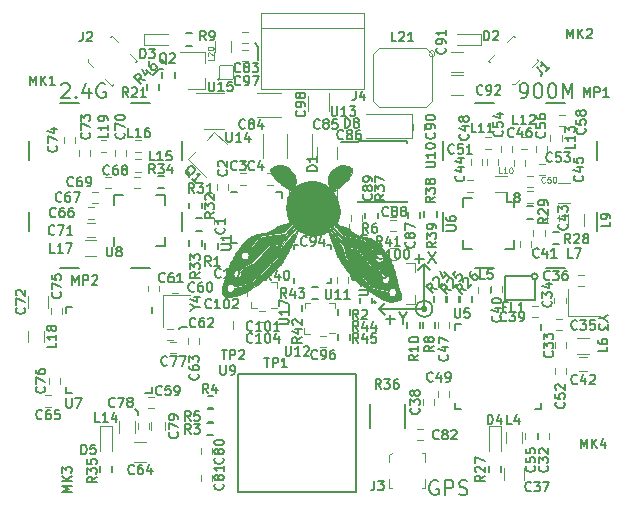
<source format=gto>
G04 #@! TF.GenerationSoftware,KiCad,Pcbnew,(2017-02-19 revision a416f3a4e)-master*
G04 #@! TF.CreationDate,2017-04-29T21:27:28-07:00*
G04 #@! TF.ProjectId,Navi,4E6176692E6B696361645F7063620000,rev?*
G04 #@! TF.FileFunction,Legend,Top*
G04 #@! TF.FilePolarity,Positive*
%FSLAX46Y46*%
G04 Gerber Fmt 4.6, Leading zero omitted, Abs format (unit mm)*
G04 Created by KiCad (PCBNEW (2017-02-19 revision a416f3a4e)-master) date 04/29/17 21:27:28*
%MOMM*%
%LPD*%
G01*
G04 APERTURE LIST*
%ADD10C,0.150000*%
%ADD11C,0.200000*%
%ADD12C,0.120000*%
%ADD13C,0.100000*%
%ADD14C,0.010000*%
%ADD15C,0.130000*%
G04 APERTURE END LIST*
D10*
D11*
X63900000Y-110300000D02*
X63700000Y-110500000D01*
X64400000Y-110300000D02*
X63900000Y-110300000D01*
X70100000Y-86300000D02*
X70400000Y-86600000D01*
X70400000Y-87700000D02*
X70400000Y-86600000D01*
X62000000Y-88500000D02*
X62300000Y-88500000D01*
X61500000Y-89000000D02*
X62000000Y-88500000D01*
X60250000Y-117500000D02*
X60250000Y-117750000D01*
X60000000Y-117250000D02*
X60250000Y-117500000D01*
X84650000Y-108800000D02*
G75*
G03X84650000Y-108800000I-200000J0D01*
G01*
X85150000Y-108800000D02*
G75*
G03X85150000Y-108800000I-700000J0D01*
G01*
D10*
X83642857Y-104571428D02*
X84404761Y-104571428D01*
X84023809Y-104952380D02*
X84023809Y-104190476D01*
X84785714Y-103952380D02*
X85452380Y-104952380D01*
X85452380Y-103952380D02*
X84785714Y-104952380D01*
X81190476Y-109671428D02*
X81952380Y-109671428D01*
X81571428Y-110052380D02*
X81571428Y-109290476D01*
X82619047Y-109576190D02*
X82619047Y-110052380D01*
X82285714Y-109052380D02*
X82619047Y-109576190D01*
X82952380Y-109052380D01*
D11*
X84450000Y-105000000D02*
X84950001Y-105500000D01*
X84450000Y-105000000D02*
X83950002Y-105500000D01*
X84450000Y-108800000D02*
X84450000Y-105000000D01*
X80650000Y-108800000D02*
X81150000Y-108300000D01*
X80650000Y-108800000D02*
X81150000Y-109300000D01*
X84450000Y-108800000D02*
X80650000Y-108800000D01*
D10*
X85607142Y-123375000D02*
X85488095Y-123315476D01*
X85309523Y-123315476D01*
X85130952Y-123375000D01*
X85011904Y-123494047D01*
X84952380Y-123613095D01*
X84892857Y-123851190D01*
X84892857Y-124029761D01*
X84952380Y-124267857D01*
X85011904Y-124386904D01*
X85130952Y-124505952D01*
X85309523Y-124565476D01*
X85428571Y-124565476D01*
X85607142Y-124505952D01*
X85666666Y-124446428D01*
X85666666Y-124029761D01*
X85428571Y-124029761D01*
X86202380Y-124565476D02*
X86202380Y-123315476D01*
X86678571Y-123315476D01*
X86797619Y-123375000D01*
X86857142Y-123434523D01*
X86916666Y-123553571D01*
X86916666Y-123732142D01*
X86857142Y-123851190D01*
X86797619Y-123910714D01*
X86678571Y-123970238D01*
X86202380Y-123970238D01*
X87392857Y-124505952D02*
X87571428Y-124565476D01*
X87869047Y-124565476D01*
X87988095Y-124505952D01*
X88047619Y-124446428D01*
X88107142Y-124327380D01*
X88107142Y-124208333D01*
X88047619Y-124089285D01*
X87988095Y-124029761D01*
X87869047Y-123970238D01*
X87630952Y-123910714D01*
X87511904Y-123851190D01*
X87452380Y-123791666D01*
X87392857Y-123672619D01*
X87392857Y-123553571D01*
X87452380Y-123434523D01*
X87511904Y-123375000D01*
X87630952Y-123315476D01*
X87928571Y-123315476D01*
X88107142Y-123375000D01*
X53725000Y-89834523D02*
X53784523Y-89775000D01*
X53903571Y-89715476D01*
X54201190Y-89715476D01*
X54320238Y-89775000D01*
X54379761Y-89834523D01*
X54439285Y-89953571D01*
X54439285Y-90072619D01*
X54379761Y-90251190D01*
X53665476Y-90965476D01*
X54439285Y-90965476D01*
X54975000Y-90846428D02*
X55034523Y-90905952D01*
X54975000Y-90965476D01*
X54915476Y-90905952D01*
X54975000Y-90846428D01*
X54975000Y-90965476D01*
X56105952Y-90132142D02*
X56105952Y-90965476D01*
X55808333Y-89655952D02*
X55510714Y-90548809D01*
X56284523Y-90548809D01*
X57415476Y-89775000D02*
X57296428Y-89715476D01*
X57117857Y-89715476D01*
X56939285Y-89775000D01*
X56820238Y-89894047D01*
X56760714Y-90013095D01*
X56701190Y-90251190D01*
X56701190Y-90429761D01*
X56760714Y-90667857D01*
X56820238Y-90786904D01*
X56939285Y-90905952D01*
X57117857Y-90965476D01*
X57236904Y-90965476D01*
X57415476Y-90905952D01*
X57475000Y-90846428D01*
X57475000Y-90429761D01*
X57236904Y-90429761D01*
X92657142Y-90965476D02*
X92895238Y-90965476D01*
X93014285Y-90905952D01*
X93073809Y-90846428D01*
X93192857Y-90667857D01*
X93252380Y-90429761D01*
X93252380Y-89953571D01*
X93192857Y-89834523D01*
X93133333Y-89775000D01*
X93014285Y-89715476D01*
X92776190Y-89715476D01*
X92657142Y-89775000D01*
X92597619Y-89834523D01*
X92538095Y-89953571D01*
X92538095Y-90251190D01*
X92597619Y-90370238D01*
X92657142Y-90429761D01*
X92776190Y-90489285D01*
X93014285Y-90489285D01*
X93133333Y-90429761D01*
X93192857Y-90370238D01*
X93252380Y-90251190D01*
X94026190Y-89715476D02*
X94145238Y-89715476D01*
X94264285Y-89775000D01*
X94323809Y-89834523D01*
X94383333Y-89953571D01*
X94442857Y-90191666D01*
X94442857Y-90489285D01*
X94383333Y-90727380D01*
X94323809Y-90846428D01*
X94264285Y-90905952D01*
X94145238Y-90965476D01*
X94026190Y-90965476D01*
X93907142Y-90905952D01*
X93847619Y-90846428D01*
X93788095Y-90727380D01*
X93728571Y-90489285D01*
X93728571Y-90191666D01*
X93788095Y-89953571D01*
X93847619Y-89834523D01*
X93907142Y-89775000D01*
X94026190Y-89715476D01*
X95216666Y-89715476D02*
X95335714Y-89715476D01*
X95454761Y-89775000D01*
X95514285Y-89834523D01*
X95573809Y-89953571D01*
X95633333Y-90191666D01*
X95633333Y-90489285D01*
X95573809Y-90727380D01*
X95514285Y-90846428D01*
X95454761Y-90905952D01*
X95335714Y-90965476D01*
X95216666Y-90965476D01*
X95097619Y-90905952D01*
X95038095Y-90846428D01*
X94978571Y-90727380D01*
X94919047Y-90489285D01*
X94919047Y-90191666D01*
X94978571Y-89953571D01*
X95038095Y-89834523D01*
X95097619Y-89775000D01*
X95216666Y-89715476D01*
X96169047Y-90965476D02*
X96169047Y-89715476D01*
X96585714Y-90608333D01*
X97002380Y-89715476D01*
X97002380Y-90965476D01*
D12*
X71977542Y-108724528D02*
X71977542Y-108724528D01*
X71477542Y-108724528D02*
X71977542Y-108724528D01*
X71977542Y-107024528D02*
X71977542Y-107024528D01*
X71977542Y-106524528D02*
X71977542Y-107024528D01*
X71477542Y-106524528D02*
X71977542Y-106524528D01*
X70277542Y-106524528D02*
X70277542Y-106524528D01*
X69777542Y-106524528D02*
X70277542Y-106524528D01*
X69777542Y-107024528D02*
X69777542Y-106524528D01*
X69777542Y-108224528D02*
X69777542Y-108224528D01*
X69777542Y-108724528D02*
X69777542Y-108224528D01*
X70277542Y-108724528D02*
X69777542Y-108724528D01*
X70305083Y-106274055D02*
X70805083Y-106274055D01*
X70805083Y-105324055D02*
X70305083Y-105324055D01*
X69475000Y-107750000D02*
X69475000Y-107250000D01*
X68525000Y-107250000D02*
X68525000Y-107750000D01*
X71005082Y-108974055D02*
X70505082Y-108974055D01*
X70505082Y-109924055D02*
X71005082Y-109924055D01*
X81550000Y-104624999D02*
X82050000Y-104624999D01*
X82050000Y-103674999D02*
X81550000Y-103674999D01*
X79974999Y-106199999D02*
X79974999Y-105699999D01*
X79024999Y-105699999D02*
X79024999Y-106199999D01*
X69450000Y-109850000D02*
X69450000Y-110550000D01*
X68250000Y-110550000D02*
X68250000Y-109850000D01*
X80310000Y-108249999D02*
G75*
G03X80310000Y-108249999I-60000J0D01*
G01*
X80400000Y-108249999D02*
G75*
G03X80400000Y-108249999I-150000J0D01*
G01*
X83650000Y-108399999D02*
X82950000Y-108399999D01*
X83650000Y-104899999D02*
X83650000Y-105649999D01*
X80250000Y-104949999D02*
X80950000Y-104949999D01*
X80250000Y-105699999D02*
X80250000Y-104949999D01*
X82950000Y-104899999D02*
X83650000Y-104899999D01*
X83650000Y-107649999D02*
X83650000Y-108399999D01*
D10*
X79599999Y-104674999D02*
X80099999Y-104674999D01*
X80099999Y-103624999D02*
X79599999Y-103624999D01*
X78975000Y-107850000D02*
X78975000Y-108350000D01*
X80025000Y-108350000D02*
X80025000Y-107850000D01*
D12*
X72300000Y-90525000D02*
X70300000Y-90525000D01*
X70300000Y-92575000D02*
X72300000Y-92575000D01*
D10*
X72400000Y-98900000D02*
X72400000Y-99425000D01*
X68100000Y-103200000D02*
X68100000Y-102675000D01*
X72400000Y-103200000D02*
X72400000Y-102675000D01*
X68100000Y-98900000D02*
X68625000Y-98900000D01*
X68100000Y-103200000D02*
X68625000Y-103200000D01*
X72400000Y-103200000D02*
X71875000Y-103200000D01*
X72400000Y-98900000D02*
X71875000Y-98900000D01*
D12*
X69500000Y-85375000D02*
X69000000Y-85375000D01*
X69000000Y-86325000D02*
X69500000Y-86325000D01*
X69000000Y-87825000D02*
X69500000Y-87825000D01*
X69500000Y-86875000D02*
X69000000Y-86875000D01*
X66770000Y-87090561D02*
X66770000Y-86090561D01*
X68130000Y-86090561D02*
X68130000Y-87090561D01*
D10*
X62275000Y-88740001D02*
X62275000Y-89240001D01*
X63325000Y-89240001D02*
X63325000Y-88740001D01*
D13*
X68150000Y-88150000D02*
X67150000Y-88150000D01*
X67050000Y-88250000D02*
X67050000Y-89250000D01*
X67150000Y-89350000D02*
X68150000Y-89350000D01*
X68250000Y-89250000D02*
X68250000Y-88250000D01*
X67150000Y-89350000D02*
G75*
G03X67150000Y-89350000I-100000J0D01*
G01*
D12*
X66679828Y-93845370D02*
X67712203Y-94877746D01*
X64445370Y-96079828D02*
X65972721Y-97607178D01*
X64445370Y-96079828D02*
X65102979Y-95422218D01*
X66679828Y-93845370D02*
X66022218Y-94502979D01*
X65910000Y-90180000D02*
X65910000Y-89250000D01*
X65910000Y-87020000D02*
X65910000Y-87950000D01*
X65910000Y-87020000D02*
X63750000Y-87020000D01*
X65910000Y-90180000D02*
X64450000Y-90180000D01*
X65770000Y-93610000D02*
X67530000Y-93610000D01*
X67530000Y-90540000D02*
X65100000Y-90540000D01*
D10*
X86050435Y-96170076D02*
X86050435Y-94570076D01*
X99050435Y-96170076D02*
X99050435Y-94570076D01*
X86050435Y-102170076D02*
X86050435Y-100570076D01*
X99050435Y-102170076D02*
X99050435Y-100570076D01*
X90350435Y-91390076D02*
X88750435Y-91390076D01*
X90350435Y-105350076D02*
X88750435Y-105350076D01*
X96350435Y-91390076D02*
X94750435Y-91390076D01*
X96350435Y-105350076D02*
X94750435Y-105350076D01*
X50951310Y-96180658D02*
X50951310Y-94580658D01*
X63951310Y-96180658D02*
X63951310Y-94580658D01*
X50951310Y-102180658D02*
X50951310Y-100580658D01*
X63951310Y-102180658D02*
X63951310Y-100580658D01*
X55251310Y-91400658D02*
X53651310Y-91400658D01*
X55251310Y-105360658D02*
X53651310Y-105360658D01*
X61251310Y-91400658D02*
X59651310Y-91400658D01*
X61251310Y-105360658D02*
X59651310Y-105360658D01*
D12*
X72875000Y-94000000D02*
X72875000Y-96000000D01*
X74925000Y-96000000D02*
X74925000Y-94000000D01*
D13*
X85350000Y-87200000D02*
G75*
G03X85350000Y-87200000I-250000J0D01*
G01*
X80100000Y-87200000D02*
X80100000Y-89200000D01*
X80600000Y-86700000D02*
X80100000Y-87200000D01*
X84600000Y-86700000D02*
X80600000Y-86700000D01*
X85100000Y-87200000D02*
X84600000Y-86700000D01*
X85100000Y-91200000D02*
X85100000Y-87200000D01*
X84600000Y-91700000D02*
X85100000Y-91200000D01*
X80600000Y-91700000D02*
X84600000Y-91700000D01*
X80100000Y-91200000D02*
X80600000Y-91700000D01*
X80100000Y-89200000D02*
X80100000Y-91200000D01*
D12*
X76387307Y-90538907D02*
X76387307Y-92088907D01*
X74587307Y-92088907D02*
X74587307Y-90788907D01*
X82037868Y-100064340D02*
X81537868Y-100064340D01*
X81537868Y-101014340D02*
X82037868Y-101014340D01*
X78225000Y-100850000D02*
X78225000Y-101350000D01*
X79175000Y-101350000D02*
X79175000Y-100850000D01*
X83400000Y-94300000D02*
X83400000Y-92300000D01*
X83400000Y-92300000D02*
X79550000Y-92300000D01*
X83400000Y-94300000D02*
X79550000Y-94300000D01*
D10*
X78825000Y-94675000D02*
X77425000Y-94675000D01*
X78825000Y-99775000D02*
X82975000Y-99775000D01*
X78825000Y-94625000D02*
X82975000Y-94625000D01*
X78825000Y-99775000D02*
X78825000Y-99630000D01*
X82975000Y-99775000D02*
X82975000Y-99630000D01*
X82975000Y-94625000D02*
X82975000Y-94770000D01*
X78825000Y-94625000D02*
X78825000Y-94675000D01*
X78650435Y-124300076D02*
X78650435Y-124300076D01*
X78650435Y-114300076D02*
X78650435Y-124300076D01*
X68650435Y-114300076D02*
X78650435Y-114300076D01*
X68650435Y-124300076D02*
X68650435Y-114300076D01*
X78650435Y-124300076D02*
X68650435Y-124300076D01*
D12*
X91370000Y-120200000D02*
X91370000Y-119200000D01*
X92730000Y-119200000D02*
X92730000Y-120200000D01*
D10*
X72300000Y-104075000D02*
X71800000Y-104075000D01*
X71800000Y-105125000D02*
X72300000Y-105125000D01*
D14*
G36*
X67611207Y-107758006D02*
X67473559Y-107686146D01*
X67369351Y-107587618D01*
X67317147Y-107497712D01*
X67300749Y-107452046D01*
X67291759Y-107407137D01*
X67290609Y-107352693D01*
X67297731Y-107278424D01*
X67313554Y-107174041D01*
X67336239Y-107042164D01*
X67364996Y-106889069D01*
X67394891Y-106757220D01*
X67430564Y-106630413D01*
X67476655Y-106492447D01*
X67537806Y-106327123D01*
X67550723Y-106293332D01*
X67609520Y-106135992D01*
X67668248Y-105971712D01*
X67721429Y-105816291D01*
X67763587Y-105685528D01*
X67776845Y-105641214D01*
X67841670Y-105418691D01*
X67895411Y-105239314D01*
X67940172Y-105097178D01*
X67978057Y-104986369D01*
X68011169Y-104900978D01*
X68041611Y-104835096D01*
X68071487Y-104782812D01*
X68094039Y-104749984D01*
X68225835Y-104552322D01*
X68366369Y-104305504D01*
X68410432Y-104221500D01*
X68463161Y-104129114D01*
X68535279Y-104015680D01*
X68614631Y-103899970D01*
X68650239Y-103851115D01*
X68740245Y-103730180D01*
X68842493Y-103592331D01*
X68939163Y-103461604D01*
X68968049Y-103422433D01*
X69066382Y-103301855D01*
X69192613Y-103165920D01*
X69334581Y-103026201D01*
X69480124Y-102894273D01*
X69617081Y-102781713D01*
X69714577Y-102711899D01*
X69815146Y-102659658D01*
X69955439Y-102604878D01*
X70124668Y-102550430D01*
X70312046Y-102499188D01*
X70506785Y-102454026D01*
X70698099Y-102417814D01*
X70875200Y-102393426D01*
X70929437Y-102388403D01*
X71068195Y-102366198D01*
X71216721Y-102319319D01*
X71379851Y-102245257D01*
X71562420Y-102141501D01*
X71769265Y-102005542D01*
X72005221Y-101834869D01*
X72026131Y-101819166D01*
X72116962Y-101761387D01*
X72222096Y-101718131D01*
X72359010Y-101682357D01*
X72373186Y-101679328D01*
X72500387Y-101651115D01*
X72633023Y-101619455D01*
X72745806Y-101590423D01*
X72762527Y-101585810D01*
X72859687Y-101561589D01*
X72947762Y-101544703D01*
X73001070Y-101539169D01*
X73061740Y-101536112D01*
X73096217Y-101530096D01*
X73096028Y-101505026D01*
X73076690Y-101445632D01*
X73042034Y-101362893D01*
X73025334Y-101326964D01*
X72921777Y-101080949D01*
X72852223Y-100842046D01*
X72809973Y-100586971D01*
X72808501Y-100573777D01*
X72789272Y-100375667D01*
X72780085Y-100210607D01*
X72781422Y-100061755D01*
X72793766Y-99912265D01*
X72817601Y-99745296D01*
X72835190Y-99643219D01*
X72875841Y-99438516D01*
X72918196Y-99275628D01*
X72965730Y-99145606D01*
X73021922Y-99039496D01*
X73090245Y-98948345D01*
X73115966Y-98920106D01*
X73181686Y-98842672D01*
X73205606Y-98787499D01*
X73187184Y-98747202D01*
X73125873Y-98714399D01*
X73100122Y-98705278D01*
X73009425Y-98667456D01*
X72912625Y-98616097D01*
X72882255Y-98597152D01*
X72802538Y-98548493D01*
X72699677Y-98491047D01*
X72600537Y-98439582D01*
X72503069Y-98387444D01*
X72413002Y-98332756D01*
X72349598Y-98287225D01*
X72348902Y-98286631D01*
X72293956Y-98239827D01*
X72214053Y-98172015D01*
X72123061Y-98094957D01*
X72084912Y-98062699D01*
X71930187Y-97923965D01*
X71806590Y-97792373D01*
X71700304Y-97651383D01*
X71597512Y-97484461D01*
X71588486Y-97468535D01*
X71504730Y-97314979D01*
X71448174Y-97196087D01*
X71417683Y-97104362D01*
X71412123Y-97032307D01*
X71430356Y-96972426D01*
X71471246Y-96917217D01*
X71500579Y-96888335D01*
X71567842Y-96840381D01*
X71669343Y-96784337D01*
X71790630Y-96726598D01*
X71917253Y-96673563D01*
X72034756Y-96631627D01*
X72128690Y-96607188D01*
X72139682Y-96605451D01*
X72246114Y-96605856D01*
X72387592Y-96632539D01*
X72567064Y-96686151D01*
X72674016Y-96724014D01*
X72829717Y-96798865D01*
X72974711Y-96900286D01*
X73091034Y-97015227D01*
X73111731Y-97042047D01*
X73173181Y-97120708D01*
X73247345Y-97207502D01*
X73280713Y-97243979D01*
X73412381Y-97405890D01*
X73501097Y-97569365D01*
X73525424Y-97635542D01*
X73550215Y-97748691D01*
X73564391Y-97888847D01*
X73566838Y-98033115D01*
X73556438Y-98158597D01*
X73552082Y-98182536D01*
X73530112Y-98297103D01*
X73521410Y-98370594D01*
X73525706Y-98410894D01*
X73542733Y-98425891D01*
X73543783Y-98426095D01*
X73578274Y-98414875D01*
X73641462Y-98380058D01*
X73721347Y-98328449D01*
X73744752Y-98312144D01*
X73840684Y-98249795D01*
X73941590Y-98197214D01*
X74056039Y-98151547D01*
X74192596Y-98109937D01*
X74359828Y-98069529D01*
X74566301Y-98027467D01*
X74640971Y-98013394D01*
X74737465Y-98002659D01*
X74867823Y-97997774D01*
X75015480Y-97998465D01*
X75163870Y-98004458D01*
X75296429Y-98015480D01*
X75367481Y-98025424D01*
X75546468Y-98071262D01*
X75741450Y-98145283D01*
X75936850Y-98239736D01*
X76117087Y-98346873D01*
X76123763Y-98351877D01*
X75776447Y-98290636D01*
X75744498Y-98272791D01*
X75681401Y-98249348D01*
X75592989Y-98223324D01*
X75567438Y-98216723D01*
X75463472Y-98190446D01*
X75368087Y-98166094D01*
X75301104Y-98148729D01*
X75298695Y-98148093D01*
X75237614Y-98139722D01*
X75198921Y-98148406D01*
X75197685Y-98149626D01*
X75202029Y-98158984D01*
X74900053Y-98105738D01*
X74874942Y-98094362D01*
X74853151Y-98089946D01*
X74801905Y-98088713D01*
X74780019Y-98102448D01*
X74794627Y-98127891D01*
X74839901Y-98131598D01*
X74880076Y-98120091D01*
X74900053Y-98105738D01*
X75202029Y-98158984D01*
X75206436Y-98168475D01*
X75260871Y-98188090D01*
X75297148Y-98196191D01*
X75383231Y-98214363D01*
X75457990Y-98232047D01*
X75478373Y-98237526D01*
X75576998Y-98265457D01*
X75608066Y-98273575D01*
X74738606Y-98120265D01*
X74724922Y-98116016D01*
X74676147Y-98120854D01*
X74606603Y-98132097D01*
X74530617Y-98147060D01*
X74462513Y-98163060D01*
X74416617Y-98177412D01*
X74407380Y-98182326D01*
X74413151Y-98189531D01*
X74442848Y-98186233D01*
X74501131Y-98175707D01*
X74582024Y-98161913D01*
X74609094Y-98157439D01*
X74680928Y-98142388D01*
X74729663Y-98126118D01*
X74738606Y-98120265D01*
X75608066Y-98273575D01*
X75642136Y-98282476D01*
X75688953Y-98292291D01*
X75723573Y-98297469D01*
X75771415Y-98299867D01*
X75776447Y-98290636D01*
X76123763Y-98351877D01*
X76194607Y-98404985D01*
X75846544Y-98343612D01*
X75832878Y-98314937D01*
X75826201Y-98312710D01*
X75800333Y-98316950D01*
X75799242Y-98319330D01*
X75813005Y-98343778D01*
X75819585Y-98350231D01*
X75842985Y-98352313D01*
X75846544Y-98343612D01*
X76194607Y-98404985D01*
X76266583Y-98458941D01*
X76299897Y-98489273D01*
X76361613Y-98546388D01*
X76408868Y-98586436D01*
X76428764Y-98599501D01*
X76448442Y-98586715D01*
X76444084Y-98535866D01*
X76415230Y-98444908D01*
X76367574Y-98326199D01*
X76309717Y-98176806D01*
X76277080Y-98052403D01*
X76267208Y-97935378D01*
X76277647Y-97808120D01*
X76287176Y-97749196D01*
X76351483Y-97503785D01*
X76453251Y-97289459D01*
X76595827Y-97101185D01*
X76782553Y-96933934D01*
X76870807Y-96871494D01*
X77061682Y-96759122D01*
X77239398Y-96687764D01*
X77415996Y-96654324D01*
X77603519Y-96655713D01*
X77677264Y-96664317D01*
X77793081Y-96684675D01*
X77907137Y-96711252D01*
X77995680Y-96738478D01*
X77999240Y-96739845D01*
X78146165Y-96799470D01*
X78250690Y-96849721D01*
X78318818Y-96896657D01*
X78356547Y-96946333D01*
X78369880Y-97004804D01*
X78364816Y-97078130D01*
X78360512Y-97104469D01*
X78316543Y-97257304D01*
X78234144Y-97438507D01*
X78114780Y-97644993D01*
X78073898Y-97708494D01*
X77968546Y-97860198D01*
X77870638Y-97979417D01*
X77766989Y-98080093D01*
X77644418Y-98176167D01*
X77605740Y-98203563D01*
X77530172Y-98259193D01*
X77473704Y-98306426D01*
X77447273Y-98336018D01*
X77446622Y-98338034D01*
X77425752Y-98361434D01*
X77370764Y-98409761D01*
X77288260Y-98477566D01*
X77184846Y-98559410D01*
X77082561Y-98638134D01*
X76736944Y-98900873D01*
X76522403Y-98863044D01*
X76519582Y-98836472D01*
X76474614Y-98782979D01*
X76388048Y-98703165D01*
X76334307Y-98657690D01*
X76256061Y-98591870D01*
X76179107Y-98525743D01*
X76153659Y-98503422D01*
X76092737Y-98452551D01*
X76056101Y-98432698D01*
X76051149Y-98433954D01*
X75451921Y-98328294D01*
X75451312Y-98326428D01*
X75419904Y-98305436D01*
X75349438Y-98283781D01*
X75251595Y-98263291D01*
X75138058Y-98245789D01*
X75020508Y-98233107D01*
X74910626Y-98227066D01*
X74827424Y-98228861D01*
X74737045Y-98239525D01*
X74633323Y-98257053D01*
X74588165Y-98266357D01*
X74362655Y-98226594D01*
X74361843Y-98211117D01*
X74348919Y-98206976D01*
X74326715Y-98212499D01*
X74329302Y-98220713D01*
X74358460Y-98228941D01*
X74362655Y-98226594D01*
X74588165Y-98266357D01*
X74528354Y-98278679D01*
X74500941Y-98285366D01*
X74277562Y-98245978D01*
X74280489Y-98222689D01*
X74272419Y-98219279D01*
X74233838Y-98231298D01*
X74227534Y-98237157D01*
X74224607Y-98260446D01*
X74232678Y-98263855D01*
X74271259Y-98251837D01*
X74277562Y-98245978D01*
X74500941Y-98285366D01*
X74434235Y-98301634D01*
X74363063Y-98323152D01*
X74359430Y-98324893D01*
X74153972Y-98288665D01*
X74143670Y-98273953D01*
X74128958Y-98284255D01*
X74139259Y-98298967D01*
X74153972Y-98288665D01*
X74359430Y-98324893D01*
X74326932Y-98340463D01*
X74324781Y-98343866D01*
X74342391Y-98349445D01*
X74370343Y-98343017D01*
X74553716Y-98299652D01*
X74764615Y-98277015D01*
X74983922Y-98275714D01*
X75192519Y-98296352D01*
X75282686Y-98314102D01*
X75382307Y-98334969D01*
X75437509Y-98339611D01*
X75451921Y-98328294D01*
X76051149Y-98433954D01*
X76032361Y-98438718D01*
X76025429Y-98445491D01*
X76036556Y-98467573D01*
X76080618Y-98508962D01*
X76148214Y-98560880D01*
X76151458Y-98563182D01*
X76280074Y-98660111D01*
X76311100Y-98686673D01*
X76102055Y-98649813D01*
X76084967Y-98616830D01*
X76032469Y-98570218D01*
X75955160Y-98517882D01*
X75863637Y-98467734D01*
X75848089Y-98460304D01*
X75747609Y-98415418D01*
X75686321Y-98393509D01*
X75659022Y-98392856D01*
X75656582Y-98397035D01*
X75676411Y-98412876D01*
X75729832Y-98443161D01*
X75791246Y-98474382D01*
X75873525Y-98517536D01*
X75942081Y-98558760D01*
X75952441Y-98566376D01*
X75373464Y-98464287D01*
X75343205Y-98445664D01*
X75274797Y-98426167D01*
X75180813Y-98407694D01*
X75073829Y-98392137D01*
X74966420Y-98381390D01*
X74871161Y-98377348D01*
X74813966Y-98380002D01*
X74725156Y-98394513D01*
X74681462Y-98410454D01*
X74684151Y-98424590D01*
X74734496Y-98433683D01*
X74792245Y-98435364D01*
X74874931Y-98437965D01*
X74987664Y-98445350D01*
X75110071Y-98456108D01*
X75148345Y-98460073D01*
X75248628Y-98468917D01*
X75325450Y-98471859D01*
X75368252Y-98468703D01*
X75373464Y-98464287D01*
X75952441Y-98566376D01*
X75972334Y-98580999D01*
X76009919Y-98610691D01*
X75615081Y-98541071D01*
X75581285Y-98531516D01*
X75545082Y-98529186D01*
X75546525Y-98534210D01*
X75504734Y-98526841D01*
X75494432Y-98512129D01*
X75479720Y-98522430D01*
X75490022Y-98537143D01*
X75504734Y-98526841D01*
X75546525Y-98534210D01*
X75547793Y-98538619D01*
X75598423Y-98550953D01*
X75610328Y-98549646D01*
X75615081Y-98541071D01*
X76009919Y-98610691D01*
X76032799Y-98628767D01*
X76061024Y-98643993D01*
X75715753Y-98583112D01*
X75691871Y-98574771D01*
X75658617Y-98573650D01*
X75656724Y-98582120D01*
X75689150Y-98593995D01*
X75704319Y-98592549D01*
X75715753Y-98583112D01*
X76061024Y-98643993D01*
X76079752Y-98654095D01*
X76101792Y-98650936D01*
X76102055Y-98649813D01*
X76311100Y-98686673D01*
X76361020Y-98729411D01*
X76196308Y-98700368D01*
X76186006Y-98685655D01*
X76171294Y-98695957D01*
X76181596Y-98710670D01*
X76196308Y-98700368D01*
X76361020Y-98729411D01*
X76391482Y-98755490D01*
X76472518Y-98838003D01*
X76476049Y-98842204D01*
X76508837Y-98864801D01*
X76522403Y-98863044D01*
X76736944Y-98900873D01*
X76723252Y-98911282D01*
X76861464Y-99124104D01*
X76960350Y-99297478D01*
X76961605Y-99300232D01*
X76837395Y-99278330D01*
X76835993Y-99251278D01*
X76811107Y-99196364D01*
X76770266Y-99125963D01*
X76720993Y-99052454D01*
X76670813Y-98988213D01*
X76643401Y-98959266D01*
X76589103Y-98908531D01*
X76561812Y-98886409D01*
X76551270Y-98886992D01*
X76547295Y-98903913D01*
X76559307Y-98937500D01*
X76594651Y-98991589D01*
X76610337Y-99011749D01*
X76670317Y-99086949D01*
X76735665Y-99170761D01*
X76751195Y-99191014D01*
X76796385Y-99245403D01*
X76828978Y-99275813D01*
X76837395Y-99278330D01*
X76961605Y-99300232D01*
X77049571Y-99493229D01*
X77060856Y-99523399D01*
X76932111Y-99500697D01*
X76921809Y-99485985D01*
X76907097Y-99496287D01*
X76917398Y-99510999D01*
X76932111Y-99500697D01*
X77060856Y-99523399D01*
X77090042Y-99601430D01*
X77130905Y-99735374D01*
X77168667Y-99885179D01*
X77193737Y-100004023D01*
X77130550Y-99992881D01*
X77120310Y-99939712D01*
X77099968Y-99866110D01*
X77073620Y-99785553D01*
X77045365Y-99711519D01*
X77019300Y-99657487D01*
X77018223Y-99655706D01*
X76997365Y-99605249D01*
X76995371Y-99580749D01*
X76983548Y-99550183D01*
X76975523Y-99547040D01*
X76949534Y-99563238D01*
X76944153Y-99578674D01*
X76950730Y-99622858D01*
X76958279Y-99632979D01*
X76976119Y-99664482D01*
X77004208Y-99730672D01*
X77036854Y-99818001D01*
X77040931Y-99829618D01*
X77073881Y-99916247D01*
X77094194Y-99960296D01*
X76963397Y-99937233D01*
X76956550Y-99882384D01*
X76937671Y-99803169D01*
X76909715Y-99711170D01*
X76875638Y-99617967D01*
X76858794Y-99578041D01*
X76826896Y-99517532D01*
X76775060Y-99431682D01*
X76709007Y-99328768D01*
X76634458Y-99217059D01*
X76557135Y-99104829D01*
X76482758Y-99000351D01*
X76417050Y-98911896D01*
X76365733Y-98847737D01*
X76334526Y-98816147D01*
X76330585Y-98814316D01*
X76320994Y-98818075D01*
X76003627Y-98762114D01*
X75985124Y-98730010D01*
X75943545Y-98690977D01*
X75940197Y-98688521D01*
X75871626Y-98647173D01*
X75819091Y-98630595D01*
X75812709Y-98633556D01*
X74545235Y-98410066D01*
X74525863Y-98407511D01*
X74518817Y-98408880D01*
X74061035Y-98328161D01*
X74060224Y-98312685D01*
X74047299Y-98308544D01*
X74025096Y-98314066D01*
X74027683Y-98322280D01*
X74056841Y-98330508D01*
X74061035Y-98328161D01*
X74518817Y-98408880D01*
X74475115Y-98417372D01*
X74409491Y-98435075D01*
X74345489Y-98456040D01*
X74329066Y-98463074D01*
X74098279Y-98422380D01*
X74095145Y-98420148D01*
X74069212Y-98433733D01*
X74062767Y-98440230D01*
X74057153Y-98452136D01*
X73847942Y-98415247D01*
X73837640Y-98400534D01*
X73822928Y-98410836D01*
X73833229Y-98425548D01*
X73847942Y-98415247D01*
X74057153Y-98452136D01*
X74052270Y-98462493D01*
X74055404Y-98464724D01*
X74081337Y-98451140D01*
X74087781Y-98444641D01*
X74098279Y-98422380D01*
X74329066Y-98463074D01*
X74299607Y-98475691D01*
X74292439Y-98480197D01*
X74295211Y-98487327D01*
X74337065Y-98480423D01*
X74400420Y-98463417D01*
X74477070Y-98439024D01*
X74529693Y-98419221D01*
X74545235Y-98410066D01*
X75812709Y-98633556D01*
X75793980Y-98642243D01*
X75793573Y-98644027D01*
X75810719Y-98668367D01*
X75854727Y-98699457D01*
X75917104Y-98736043D01*
X75959771Y-98761949D01*
X75996143Y-98776393D01*
X76003627Y-98762114D01*
X76320994Y-98818075D01*
X76304156Y-98824672D01*
X76302835Y-98828767D01*
X76316242Y-98856698D01*
X76332015Y-98879048D01*
X76069788Y-98832810D01*
X76059486Y-98818097D01*
X76044773Y-98828399D01*
X76055075Y-98843112D01*
X76069788Y-98832810D01*
X76332015Y-98879048D01*
X76354241Y-98910538D01*
X76365129Y-98924232D01*
X75794223Y-98823566D01*
X75787348Y-98813416D01*
X75725025Y-98764218D01*
X75635984Y-98714946D01*
X75542108Y-98676088D01*
X75465277Y-98658137D01*
X75463257Y-98658021D01*
X75366382Y-98653245D01*
X75394757Y-98664852D01*
X75190236Y-98628790D01*
X75188478Y-98606915D01*
X75159002Y-98584414D01*
X75137806Y-98578205D01*
X75089407Y-98574004D01*
X75009895Y-98571183D01*
X74940811Y-98570441D01*
X74851662Y-98571846D01*
X74779463Y-98575494D01*
X74747527Y-98579268D01*
X74702148Y-98586736D01*
X74690223Y-98587329D01*
X74656287Y-98599807D01*
X74648393Y-98605153D01*
X74650358Y-98612617D01*
X74205260Y-98534134D01*
X74204448Y-98518658D01*
X74191523Y-98514517D01*
X74169320Y-98520039D01*
X74171907Y-98528254D01*
X74172214Y-98528340D01*
X74008593Y-98499489D01*
X74011298Y-98483163D01*
X74006981Y-98481977D01*
X73983086Y-98495390D01*
X73955488Y-98518033D01*
X73928629Y-98543849D01*
X73942679Y-98539921D01*
X73963266Y-98529143D01*
X74008593Y-98499489D01*
X74172214Y-98528340D01*
X74201065Y-98536482D01*
X74205260Y-98534134D01*
X74650358Y-98612617D01*
X74651421Y-98616651D01*
X74695842Y-98618705D01*
X74701952Y-98618325D01*
X74772413Y-98616610D01*
X74871654Y-98617905D01*
X74980559Y-98621547D01*
X75080017Y-98626865D01*
X75150911Y-98633193D01*
X75158467Y-98634277D01*
X75190236Y-98628790D01*
X75394757Y-98664852D01*
X75498694Y-98707371D01*
X75586751Y-98745996D01*
X75665798Y-98784977D01*
X75698144Y-98803270D01*
X75746694Y-98826644D01*
X75783528Y-98833957D01*
X75794223Y-98823566D01*
X76365129Y-98924232D01*
X76400297Y-98968463D01*
X76206640Y-98934316D01*
X76196339Y-98919604D01*
X76181626Y-98929906D01*
X76191928Y-98944618D01*
X76206640Y-98934316D01*
X76400297Y-98968463D01*
X76547555Y-99157293D01*
X76677021Y-99346676D01*
X76784298Y-99528828D01*
X76864988Y-99695973D01*
X76875463Y-99726397D01*
X76734100Y-99701470D01*
X76734814Y-99672127D01*
X76711773Y-99610389D01*
X76670186Y-99525595D01*
X76615263Y-99427084D01*
X76552211Y-99324195D01*
X76486242Y-99226267D01*
X76422565Y-99142637D01*
X76421975Y-99141927D01*
X76339649Y-99045030D01*
X76283255Y-98984887D01*
X76248301Y-98957574D01*
X76230288Y-98959167D01*
X76228524Y-98963964D01*
X75892224Y-98904665D01*
X75891758Y-98891690D01*
X75859688Y-98862563D01*
X75843188Y-98857334D01*
X75820056Y-98864333D01*
X74125063Y-98565460D01*
X74122138Y-98553866D01*
X74092144Y-98564826D01*
X74039192Y-98595642D01*
X74026295Y-98604123D01*
X74014909Y-98612335D01*
X73881808Y-98588865D01*
X73884735Y-98565577D01*
X73876665Y-98562166D01*
X73838084Y-98574185D01*
X73831780Y-98580044D01*
X73828853Y-98603333D01*
X73836923Y-98606743D01*
X73875505Y-98594725D01*
X73881808Y-98588865D01*
X74014909Y-98612335D01*
X73981675Y-98636301D01*
X73978902Y-98646011D01*
X74003827Y-98640257D01*
X74052726Y-98619240D01*
X74097911Y-98590823D01*
X74125063Y-98565460D01*
X75820056Y-98864333D01*
X75816251Y-98865484D01*
X75816716Y-98878458D01*
X75848787Y-98907587D01*
X75865287Y-98912814D01*
X75892224Y-98904665D01*
X76228524Y-98963964D01*
X76225989Y-98970855D01*
X76240767Y-98999443D01*
X76281296Y-99041851D01*
X76283980Y-99044221D01*
X76308976Y-99070316D01*
X76086412Y-99031072D01*
X76068210Y-99001786D01*
X76012718Y-98973507D01*
X75969819Y-98960944D01*
X75959750Y-98967878D01*
X75985724Y-98996422D01*
X75988885Y-98999087D01*
X76002843Y-99009303D01*
X75299670Y-98885315D01*
X75240218Y-98856806D01*
X75172242Y-98835841D01*
X75095372Y-98827976D01*
X75028515Y-98833428D01*
X75012415Y-98841485D01*
X74279300Y-98712217D01*
X74276166Y-98709985D01*
X74262258Y-98717270D01*
X73808786Y-98637311D01*
X73797939Y-98627679D01*
X73759020Y-98653948D01*
X73749514Y-98662258D01*
X73738252Y-98673083D01*
X73576390Y-98644543D01*
X73578499Y-98615506D01*
X73571949Y-98611604D01*
X73551330Y-98627729D01*
X73505892Y-98671521D01*
X73445466Y-98733503D01*
X73445402Y-98733571D01*
X73387638Y-98797705D01*
X73349047Y-98847272D01*
X73337948Y-98871582D01*
X73337972Y-98871618D01*
X73359573Y-98864959D01*
X73399084Y-98829569D01*
X73405143Y-98823004D01*
X73462654Y-98766087D01*
X73515094Y-98723086D01*
X73552212Y-98686370D01*
X73576390Y-98644543D01*
X73738252Y-98673083D01*
X73722656Y-98688073D01*
X73736705Y-98684145D01*
X73757293Y-98673367D01*
X73797377Y-98648619D01*
X73808786Y-98637311D01*
X74262258Y-98717270D01*
X74250233Y-98723570D01*
X74243788Y-98730067D01*
X74233290Y-98752330D01*
X74236424Y-98754561D01*
X74197103Y-98747628D01*
X74170079Y-98759813D01*
X74130499Y-98787467D01*
X74120011Y-98796727D01*
X73840937Y-98747518D01*
X73824122Y-98755416D01*
X73819779Y-98758471D01*
X73675834Y-98733089D01*
X73677916Y-98709690D01*
X73669215Y-98706130D01*
X73640540Y-98719798D01*
X73638313Y-98726473D01*
X73642552Y-98752342D01*
X73644933Y-98753432D01*
X73669380Y-98739671D01*
X73675834Y-98733089D01*
X73819779Y-98758471D01*
X73778773Y-98787303D01*
X73746799Y-98811601D01*
X73601630Y-98786004D01*
X73590292Y-98782650D01*
X73562133Y-98804791D01*
X73531906Y-98842145D01*
X73527840Y-98860958D01*
X73548859Y-98857545D01*
X73578791Y-98828585D01*
X73600095Y-98791894D01*
X73601630Y-98786004D01*
X73746799Y-98811601D01*
X73735808Y-98819953D01*
X73675461Y-98874801D01*
X73636992Y-98924898D01*
X73634580Y-98932150D01*
X73502971Y-98908944D01*
X73497450Y-98886740D01*
X73489236Y-98889327D01*
X73481008Y-98918486D01*
X73483355Y-98922680D01*
X73498831Y-98921868D01*
X73502971Y-98908944D01*
X73634580Y-98932150D01*
X73629519Y-98947362D01*
X73642671Y-98959128D01*
X73681827Y-98930166D01*
X73734648Y-98874927D01*
X73789692Y-98812174D01*
X73828233Y-98765740D01*
X73840937Y-98747518D01*
X74120011Y-98796727D01*
X74095222Y-98818610D01*
X74088910Y-98831718D01*
X74115935Y-98819533D01*
X74155513Y-98791878D01*
X74190791Y-98760736D01*
X74197103Y-98747628D01*
X74236424Y-98754561D01*
X74262357Y-98740977D01*
X74268802Y-98734478D01*
X74279300Y-98712217D01*
X75012415Y-98841485D01*
X74990569Y-98852416D01*
X74989662Y-98853922D01*
X74992534Y-98872399D01*
X75035110Y-98875288D01*
X75057960Y-98873287D01*
X75119680Y-98868580D01*
X75156084Y-98869081D01*
X75157089Y-98869337D01*
X75191960Y-98875059D01*
X75236173Y-98879744D01*
X75299670Y-98885315D01*
X76002843Y-99009303D01*
X76046754Y-99041441D01*
X76077538Y-99047577D01*
X76086412Y-99031072D01*
X76308976Y-99070316D01*
X76350189Y-99113341D01*
X76396383Y-99171113D01*
X76163368Y-99130026D01*
X76161053Y-99119717D01*
X76132163Y-99089794D01*
X76124990Y-99087566D01*
X76108711Y-99100587D01*
X76111025Y-99110895D01*
X76139916Y-99140819D01*
X76147089Y-99143046D01*
X76163368Y-99130026D01*
X76396383Y-99171113D01*
X76429767Y-99212863D01*
X76512446Y-99328227D01*
X76587961Y-99444870D01*
X76646041Y-99548230D01*
X76659647Y-99576979D01*
X76693799Y-99647357D01*
X76721408Y-99692107D01*
X76734100Y-99701470D01*
X76875463Y-99726397D01*
X76914692Y-99840326D01*
X76926216Y-99898961D01*
X76940911Y-99943465D01*
X76955260Y-99956136D01*
X76963397Y-99937233D01*
X77094194Y-99960296D01*
X77103697Y-99980906D01*
X77124609Y-100011301D01*
X77126589Y-100012138D01*
X77130550Y-99992881D01*
X77193737Y-100004023D01*
X77200971Y-100038315D01*
X77202239Y-100045771D01*
X76835701Y-99981140D01*
X76838996Y-99952094D01*
X76827103Y-99895248D01*
X76806007Y-99828985D01*
X76781689Y-99771683D01*
X76760130Y-99741724D01*
X76757457Y-99740715D01*
X76751102Y-99759619D01*
X76760553Y-99812401D01*
X76772504Y-99852984D01*
X76795743Y-99923260D01*
X76806627Y-99955720D01*
X76628024Y-99924228D01*
X76629906Y-99905830D01*
X76614175Y-99854682D01*
X76586026Y-99783426D01*
X76550654Y-99704703D01*
X76513258Y-99631152D01*
X76493713Y-99597491D01*
X76470748Y-99553305D01*
X76470422Y-99535408D01*
X76471164Y-99535483D01*
X76468707Y-99518247D01*
X76443689Y-99470451D01*
X76414106Y-99422255D01*
X76357943Y-99342973D01*
X76317793Y-99303217D01*
X76296592Y-99305704D01*
X76294805Y-99311945D01*
X76306628Y-99338542D01*
X76339694Y-99393613D01*
X76346242Y-99403610D01*
X76095383Y-99359377D01*
X76087527Y-99337795D01*
X76054763Y-99293214D01*
X76008241Y-99238420D01*
X75959115Y-99186192D01*
X75918537Y-99149316D01*
X75904317Y-99140370D01*
X75862238Y-99118723D01*
X75817742Y-99092050D01*
X75696179Y-99027684D01*
X75602067Y-98998748D01*
X75562029Y-98993700D01*
X75565365Y-99007887D01*
X75572859Y-99015131D01*
X75576850Y-99017592D01*
X74659424Y-98855826D01*
X74654109Y-98854002D01*
X74609618Y-98854761D01*
X74556715Y-98862262D01*
X74481386Y-98889950D01*
X74442955Y-98910940D01*
X74056270Y-98842757D01*
X74041097Y-98846724D01*
X73998768Y-98875730D01*
X73940125Y-98921099D01*
X73876008Y-98974152D01*
X73817260Y-99026213D01*
X73813171Y-99030269D01*
X73314504Y-98942341D01*
X73315625Y-98909086D01*
X73307155Y-98907194D01*
X73295280Y-98939619D01*
X73296726Y-98954789D01*
X73306163Y-98966222D01*
X73314504Y-98942341D01*
X73813171Y-99030269D01*
X73776242Y-99066903D01*
X73758900Y-99088144D01*
X73272088Y-99002305D01*
X73270576Y-98996925D01*
X73246761Y-99009783D01*
X73224161Y-99027429D01*
X73203568Y-99055217D01*
X73211806Y-99063938D01*
X73245431Y-99049266D01*
X73258221Y-99033434D01*
X73272088Y-99002305D01*
X73758900Y-99088144D01*
X73740944Y-99110135D01*
X73523894Y-99071863D01*
X73514509Y-99064762D01*
X73486650Y-99083270D01*
X73449451Y-99122649D01*
X73430469Y-99148296D01*
X73415038Y-99175627D01*
X73329644Y-99160569D01*
X73314597Y-99134342D01*
X73308780Y-99132621D01*
X73283238Y-99149111D01*
X73276889Y-99167208D01*
X73284451Y-99195237D01*
X73297753Y-99195156D01*
X73327453Y-99167420D01*
X73329644Y-99160569D01*
X73415038Y-99175627D01*
X73397570Y-99206564D01*
X73361952Y-99284658D01*
X73345184Y-99327048D01*
X73113684Y-99286228D01*
X73090924Y-99274429D01*
X73064705Y-99290948D01*
X73047417Y-99326789D01*
X73027472Y-99390795D01*
X73008375Y-99467453D01*
X72993636Y-99541249D01*
X72986762Y-99596668D01*
X72990712Y-99618165D01*
X73008011Y-99597956D01*
X73030254Y-99542132D01*
X73044793Y-99492294D01*
X73069141Y-99410084D01*
X73094151Y-99344320D01*
X73105673Y-99322486D01*
X73113684Y-99286228D01*
X73345184Y-99327048D01*
X73328260Y-99369832D01*
X73302311Y-99445908D01*
X73204599Y-99428679D01*
X73205487Y-99399972D01*
X73184988Y-99415105D01*
X73180810Y-99419558D01*
X73152032Y-99458588D01*
X73145994Y-99472974D01*
X73159706Y-99484754D01*
X73169783Y-99482093D01*
X73197843Y-99450234D01*
X73204599Y-99428679D01*
X73302311Y-99445908D01*
X73301139Y-99449342D01*
X73285236Y-99510443D01*
X73285196Y-99540391D01*
X73287149Y-99541476D01*
X73303944Y-99521250D01*
X73335080Y-99464876D01*
X73374906Y-99382910D01*
X73391234Y-99347046D01*
X73434988Y-99251286D01*
X73473720Y-99170180D01*
X73500769Y-99117562D01*
X73505670Y-99109306D01*
X73523894Y-99071863D01*
X73740944Y-99110135D01*
X73723537Y-99131454D01*
X73684175Y-99190954D01*
X73665188Y-99233502D01*
X73669614Y-99247374D01*
X73692914Y-99229839D01*
X73734421Y-99181613D01*
X73772788Y-99130274D01*
X73840806Y-99046001D01*
X73918458Y-98966185D01*
X73955669Y-98934172D01*
X74013099Y-98887003D01*
X74049696Y-98852259D01*
X74056270Y-98842757D01*
X74442955Y-98910940D01*
X74370574Y-98950474D01*
X74226486Y-99042614D01*
X74208768Y-99054581D01*
X74170665Y-99098706D01*
X74161553Y-99123305D01*
X74176010Y-99131286D01*
X74225894Y-99107692D01*
X74308132Y-99054082D01*
X74333917Y-99035791D01*
X74418180Y-98977970D01*
X74488716Y-98934607D01*
X74534290Y-98912414D01*
X74542921Y-98910952D01*
X74578757Y-98906213D01*
X74621280Y-98889730D01*
X74653749Y-98870077D01*
X74659424Y-98855826D01*
X75576850Y-99017592D01*
X75617319Y-99042553D01*
X75686011Y-99072773D01*
X75703430Y-99079127D01*
X75772032Y-99113762D01*
X75857900Y-99171785D01*
X75942263Y-99240479D01*
X76011394Y-99300458D01*
X76047822Y-99329082D01*
X75183806Y-99176733D01*
X75165985Y-99156562D01*
X75120345Y-99153894D01*
X75042648Y-99157946D01*
X74970956Y-99160053D01*
X74893794Y-99169122D01*
X74833841Y-99186798D01*
X74802055Y-99203413D01*
X74810215Y-99210298D01*
X74863570Y-99211167D01*
X74868242Y-99211109D01*
X74943257Y-99206420D01*
X75002116Y-99196624D01*
X75004639Y-99195888D01*
X75065613Y-99189176D01*
X75114738Y-99193142D01*
X75164146Y-99192304D01*
X75183806Y-99176733D01*
X76047822Y-99329082D01*
X76065252Y-99342778D01*
X76093766Y-99359621D01*
X76095383Y-99359377D01*
X76346242Y-99403610D01*
X76375808Y-99448739D01*
X76392391Y-99476177D01*
X75458362Y-99311482D01*
X75434481Y-99303141D01*
X75401226Y-99302020D01*
X75399334Y-99310490D01*
X75431759Y-99322365D01*
X75446929Y-99320919D01*
X75458362Y-99311482D01*
X76392391Y-99476177D01*
X76414393Y-99512577D01*
X74763254Y-99221437D01*
X74752952Y-99206724D01*
X74738240Y-99217026D01*
X74748542Y-99231739D01*
X74763254Y-99221437D01*
X76414393Y-99512577D01*
X76430130Y-99538614D01*
X76431595Y-99541402D01*
X74708815Y-99237630D01*
X74698513Y-99222917D01*
X74683801Y-99233219D01*
X74694103Y-99247931D01*
X74708815Y-99237630D01*
X76431595Y-99541402D01*
X76488711Y-99650079D01*
X76533262Y-99746320D01*
X76571562Y-99830803D01*
X76604651Y-99893811D01*
X76626172Y-99923406D01*
X76628024Y-99924228D01*
X76806627Y-99955720D01*
X76811662Y-99970732D01*
X76815203Y-99980876D01*
X76834603Y-99981876D01*
X76835701Y-99981140D01*
X77202239Y-100045771D01*
X77225454Y-100182256D01*
X77230938Y-100229119D01*
X77166752Y-100217801D01*
X77165589Y-100167928D01*
X77151938Y-100112130D01*
X77132123Y-100068814D01*
X77112471Y-100056390D01*
X77111498Y-100056984D01*
X77101032Y-100089779D01*
X77104382Y-100149669D01*
X77105814Y-100157855D01*
X77123911Y-100219699D01*
X77144928Y-100247316D01*
X77162421Y-100234369D01*
X77166752Y-100217801D01*
X77230938Y-100229119D01*
X77239758Y-100304472D01*
X77241521Y-100392435D01*
X77240673Y-100400976D01*
X77239981Y-100429689D01*
X77252065Y-100413450D01*
X77265140Y-100384758D01*
X77287086Y-100336978D01*
X77296459Y-100334402D01*
X77300915Y-100375634D01*
X77301101Y-100378203D01*
X77302109Y-100496040D01*
X77299745Y-100532715D01*
X77266993Y-100526940D01*
X77261472Y-100504737D01*
X77253258Y-100507324D01*
X77245030Y-100536482D01*
X77247377Y-100540676D01*
X77262853Y-100539865D01*
X77266993Y-100526940D01*
X77299745Y-100532715D01*
X77292596Y-100643602D01*
X77280707Y-100748589D01*
X77248209Y-100742859D01*
X77255273Y-100691023D01*
X77251948Y-100676736D01*
X77247306Y-100684367D01*
X77232055Y-100743616D01*
X77229158Y-100784335D01*
X77233303Y-100799361D01*
X77242750Y-100770025D01*
X77248209Y-100742859D01*
X77280707Y-100748589D01*
X77274724Y-100801432D01*
X77252349Y-100939626D01*
X77140774Y-100919952D01*
X77151413Y-100836093D01*
X77161132Y-100731105D01*
X77168944Y-100614867D01*
X77173866Y-100497254D01*
X77174948Y-100439886D01*
X77172134Y-100358991D01*
X77163278Y-100304750D01*
X77151118Y-100289163D01*
X77131975Y-100312488D01*
X77132981Y-100318102D01*
X77135765Y-100354291D01*
X77134896Y-100432354D01*
X77130732Y-100543524D01*
X77123632Y-100679034D01*
X77113956Y-100830117D01*
X77112340Y-100852634D01*
X76999651Y-100832764D01*
X77015031Y-100725822D01*
X77018237Y-100698047D01*
X77031546Y-100549193D01*
X77036759Y-100419356D01*
X77034065Y-100316442D01*
X77023657Y-100248359D01*
X77006750Y-100223134D01*
X76989148Y-100239923D01*
X76988071Y-100264976D01*
X76992178Y-100345004D01*
X76991124Y-100455683D01*
X76985735Y-100577221D01*
X76981416Y-100631869D01*
X76866977Y-100611691D01*
X76879514Y-100494888D01*
X76885717Y-100371170D01*
X76885702Y-100251137D01*
X76879585Y-100145390D01*
X76867481Y-100064530D01*
X76849508Y-100019156D01*
X76840371Y-100013254D01*
X76828768Y-100031656D01*
X76832011Y-100081527D01*
X76832246Y-100082749D01*
X76837304Y-100136709D01*
X76840314Y-100228334D01*
X76841031Y-100344519D01*
X76839401Y-100463925D01*
X76711235Y-100441326D01*
X76715437Y-100372530D01*
X76712629Y-100291502D01*
X76702223Y-100211006D01*
X76697964Y-100190711D01*
X76677849Y-100102753D01*
X76659339Y-100020021D01*
X76642847Y-99972251D01*
X76626025Y-99967330D01*
X76623943Y-99970400D01*
X76620567Y-100009733D01*
X76629428Y-100081360D01*
X76645826Y-100158026D01*
X76659067Y-100224693D01*
X76412809Y-100181271D01*
X76420015Y-100133873D01*
X76420051Y-100115309D01*
X76410006Y-100029170D01*
X76385316Y-99930778D01*
X76351084Y-99833272D01*
X76312407Y-99749784D01*
X76274384Y-99693452D01*
X76249910Y-99677013D01*
X76236526Y-99688399D01*
X76244843Y-99708360D01*
X76276029Y-99778072D01*
X76309268Y-99873000D01*
X76317703Y-99901900D01*
X75994494Y-99844909D01*
X75981543Y-99806553D01*
X75940697Y-99744305D01*
X75881002Y-99669147D01*
X75811504Y-99592060D01*
X75741252Y-99524022D01*
X75706051Y-99494808D01*
X75638271Y-99443023D01*
X75601211Y-99416063D01*
X75585243Y-99407889D01*
X75580738Y-99412460D01*
X75580110Y-99415815D01*
X75581099Y-99417229D01*
X74654376Y-99253822D01*
X74644074Y-99239110D01*
X74629362Y-99249412D01*
X74639664Y-99264124D01*
X74654376Y-99253822D01*
X75581099Y-99417229D01*
X75595720Y-99438111D01*
X75637147Y-99482994D01*
X74586454Y-99297729D01*
X74585642Y-99282253D01*
X74572718Y-99278112D01*
X74550515Y-99283634D01*
X74553102Y-99291848D01*
X74582260Y-99300076D01*
X74586454Y-99297729D01*
X75637147Y-99482994D01*
X75638162Y-99484093D01*
X75682732Y-99528614D01*
X75761656Y-99608960D01*
X75847074Y-99701463D01*
X75888869Y-99749146D01*
X75895460Y-99756369D01*
X73930478Y-99409890D01*
X73920176Y-99395177D01*
X73905464Y-99405479D01*
X73915765Y-99420191D01*
X73930478Y-99409890D01*
X75895460Y-99756369D01*
X75941914Y-99807276D01*
X75957254Y-99821004D01*
X74207816Y-99512531D01*
X74202614Y-99496562D01*
X74176319Y-99513645D01*
X74173431Y-99517209D01*
X73894437Y-99468014D01*
X73888916Y-99445811D01*
X73880702Y-99448398D01*
X73872473Y-99477556D01*
X73874821Y-99481751D01*
X73890297Y-99480939D01*
X73894437Y-99468014D01*
X74173431Y-99517209D01*
X74137578Y-99561438D01*
X74129372Y-99573919D01*
X73858396Y-99526139D01*
X73848094Y-99511427D01*
X73833382Y-99521728D01*
X73843684Y-99536441D01*
X73858396Y-99526139D01*
X74129372Y-99573919D01*
X74121466Y-99585944D01*
X74081150Y-99666005D01*
X74080344Y-99668442D01*
X73790725Y-99617374D01*
X73780424Y-99602662D01*
X73765711Y-99612964D01*
X73776013Y-99627676D01*
X73790725Y-99617374D01*
X74080344Y-99668442D01*
X74060190Y-99729368D01*
X73525608Y-99635106D01*
X73527938Y-99598903D01*
X73518505Y-99601614D01*
X73512983Y-99624284D01*
X73297563Y-99586299D01*
X73296751Y-99570823D01*
X73283827Y-99566682D01*
X73261624Y-99572204D01*
X73264211Y-99580418D01*
X73293369Y-99588647D01*
X73297563Y-99586299D01*
X73512983Y-99624284D01*
X73506171Y-99652245D01*
X73506415Y-99654470D01*
X73150456Y-99591705D01*
X73152823Y-99539163D01*
X73139505Y-99527768D01*
X73119151Y-99554070D01*
X73101066Y-99611377D01*
X73097434Y-99660675D01*
X73109781Y-99677550D01*
X73111325Y-99677063D01*
X73133810Y-99647061D01*
X73150456Y-99591705D01*
X73506415Y-99654470D01*
X73507479Y-99664150D01*
X73516054Y-99668902D01*
X73525608Y-99635106D01*
X74060190Y-99729368D01*
X74054743Y-99745830D01*
X74052018Y-99760689D01*
X74049575Y-99784342D01*
X73762414Y-99733707D01*
X73765840Y-99696779D01*
X73751759Y-99700775D01*
X73732720Y-99736105D01*
X73268390Y-99654231D01*
X73258088Y-99639519D01*
X73243376Y-99649821D01*
X73253677Y-99664533D01*
X73268390Y-99654231D01*
X73732720Y-99736105D01*
X73728305Y-99744295D01*
X73719570Y-99772475D01*
X73511915Y-99735859D01*
X73506393Y-99713656D01*
X73498179Y-99716243D01*
X73489951Y-99745401D01*
X73492299Y-99749596D01*
X73507775Y-99748784D01*
X73511915Y-99735859D01*
X73719570Y-99772475D01*
X73705778Y-99816962D01*
X73697341Y-99856678D01*
X73685204Y-99935362D01*
X73685360Y-99959881D01*
X73448945Y-99918195D01*
X73453773Y-99874999D01*
X73446606Y-99869857D01*
X73445216Y-99871911D01*
X73431512Y-99920697D01*
X73431058Y-99946790D01*
X73437221Y-99958395D01*
X73447410Y-99925934D01*
X73448945Y-99918195D01*
X73685360Y-99959881D01*
X73685396Y-99965550D01*
X73697271Y-99947862D01*
X73720183Y-99882916D01*
X73740903Y-99814924D01*
X73762414Y-99733707D01*
X74049575Y-99784342D01*
X74047764Y-99801901D01*
X74054086Y-99804233D01*
X74074358Y-99764522D01*
X74093456Y-99721851D01*
X74132365Y-99641205D01*
X74170892Y-99573219D01*
X74186083Y-99551193D01*
X74207816Y-99512531D01*
X75957254Y-99821004D01*
X75980135Y-99841482D01*
X75994494Y-99844909D01*
X76317703Y-99901900D01*
X76338507Y-99973162D01*
X76357692Y-100058573D01*
X76361864Y-100094599D01*
X76372087Y-100153631D01*
X76392604Y-100185916D01*
X76412809Y-100181271D01*
X76659067Y-100224693D01*
X76664959Y-100254358D01*
X76666107Y-100265807D01*
X76104235Y-100166734D01*
X76094569Y-100108009D01*
X76076965Y-100065013D01*
X76054594Y-100035481D01*
X76044978Y-100050094D01*
X76049962Y-100103383D01*
X76055294Y-100129269D01*
X76072604Y-100182312D01*
X76090149Y-100202658D01*
X76092720Y-100201729D01*
X76104235Y-100166734D01*
X76666107Y-100265807D01*
X76673801Y-100342582D01*
X76671876Y-100391469D01*
X76669955Y-100452800D01*
X76684149Y-100491157D01*
X76700610Y-100485122D01*
X76711235Y-100441326D01*
X76839401Y-100463925D01*
X76839394Y-100464439D01*
X76837857Y-100575870D01*
X76838069Y-100594585D01*
X76433524Y-100523253D01*
X76444691Y-100448618D01*
X76444351Y-100427166D01*
X76432111Y-100382315D01*
X76415238Y-100384839D01*
X76395631Y-100431732D01*
X76375190Y-100519991D01*
X76371046Y-100543055D01*
X76369925Y-100548795D01*
X76109079Y-100502801D01*
X76104514Y-100479741D01*
X76093077Y-100474698D01*
X76071897Y-100493717D01*
X76045841Y-100545848D01*
X76038353Y-100565962D01*
X76011353Y-100637305D01*
X75986885Y-100691521D01*
X75986038Y-100693036D01*
X73688287Y-100287880D01*
X73691171Y-100263960D01*
X73691165Y-100211091D01*
X73691636Y-100133217D01*
X73691890Y-100105005D01*
X73688331Y-100036095D01*
X73675631Y-100016352D01*
X73666705Y-100023473D01*
X73652363Y-100066553D01*
X73645997Y-100139041D01*
X73646623Y-100179015D01*
X73653834Y-100251097D01*
X73665264Y-100297232D01*
X73672210Y-100305752D01*
X73688287Y-100287880D01*
X75986038Y-100693036D01*
X75983207Y-100698093D01*
X75975941Y-100731367D01*
X75985689Y-100739473D01*
X76009791Y-100721093D01*
X76042432Y-100669556D01*
X76057989Y-100637633D01*
X76094239Y-100552329D01*
X76109079Y-100502801D01*
X76369925Y-100548795D01*
X76346681Y-100667697D01*
X76319027Y-100782821D01*
X76301622Y-100842009D01*
X75967138Y-100783030D01*
X75960609Y-100760842D01*
X75937462Y-100778308D01*
X75928334Y-100805213D01*
X75908405Y-100851074D01*
X75892033Y-100864814D01*
X75862111Y-100893705D01*
X75859882Y-100900878D01*
X75865894Y-100920694D01*
X75891072Y-100906705D01*
X75925356Y-100866652D01*
X75944905Y-100835497D01*
X75967138Y-100783030D01*
X76301622Y-100842009D01*
X76291223Y-100877366D01*
X76266406Y-100940272D01*
X76252981Y-100959234D01*
X76232713Y-100993393D01*
X76228163Y-101012205D01*
X76236738Y-101022554D01*
X76266713Y-100995396D01*
X76275883Y-100984265D01*
X76306098Y-100929581D01*
X76341436Y-100841370D01*
X76377430Y-100734398D01*
X76409615Y-100623436D01*
X76433524Y-100523253D01*
X76838069Y-100594585D01*
X76838806Y-100659460D01*
X76841986Y-100707903D01*
X76847141Y-100713888D01*
X76847991Y-100710977D01*
X76866977Y-100611691D01*
X76981416Y-100631869D01*
X76976836Y-100689823D01*
X76967304Y-100762733D01*
X76961958Y-100814560D01*
X76679180Y-100764698D01*
X76672482Y-100732704D01*
X76668372Y-100730889D01*
X76643299Y-100749184D01*
X76615351Y-100800601D01*
X76609057Y-100817150D01*
X76549345Y-100965023D01*
X76474474Y-101117195D01*
X76471821Y-101121797D01*
X76215767Y-101076648D01*
X76205465Y-101061935D01*
X76190753Y-101072237D01*
X76201055Y-101086950D01*
X76215767Y-101076648D01*
X76471821Y-101121797D01*
X76431312Y-101192030D01*
X75727267Y-101067888D01*
X75716965Y-101053175D01*
X75702253Y-101063477D01*
X75712554Y-101078189D01*
X75727267Y-101067888D01*
X76431312Y-101192030D01*
X76392577Y-101259185D01*
X76373142Y-101287407D01*
X76084414Y-101236496D01*
X76075615Y-101218688D01*
X76041405Y-101235415D01*
X75989351Y-101282572D01*
X75978766Y-101293869D01*
X75962756Y-101313806D01*
X74319581Y-101024070D01*
X74316787Y-101001414D01*
X74288274Y-100950752D01*
X74245127Y-100889698D01*
X74180859Y-100791233D01*
X74122317Y-100678206D01*
X74097767Y-100618215D01*
X74063750Y-100529844D01*
X74041103Y-100488539D01*
X74030628Y-100494825D01*
X74033131Y-100549227D01*
X74037068Y-100578688D01*
X74054766Y-100633081D01*
X74091456Y-100708732D01*
X74119269Y-100757782D01*
X73774241Y-100696944D01*
X73771010Y-100685975D01*
X73751718Y-100655908D01*
X73744115Y-100673372D01*
X73746741Y-100693989D01*
X73760353Y-100724478D01*
X73768770Y-100725381D01*
X73774241Y-100696944D01*
X74119269Y-100757782D01*
X74140228Y-100794743D01*
X74194170Y-100880217D01*
X74246372Y-100954261D01*
X74289920Y-101005976D01*
X74317904Y-101024468D01*
X74319581Y-101024070D01*
X75962756Y-101313806D01*
X75940277Y-101341797D01*
X75927223Y-101370969D01*
X75930544Y-101374545D01*
X75959995Y-101360816D01*
X76006266Y-101324329D01*
X76052416Y-101280289D01*
X76081503Y-101243895D01*
X76084414Y-101236496D01*
X76373142Y-101287407D01*
X76311781Y-101376509D01*
X76263201Y-101433202D01*
X76214712Y-101482803D01*
X75870823Y-101422166D01*
X75856838Y-101413132D01*
X75834754Y-101419894D01*
X75283997Y-101322781D01*
X75269659Y-101310209D01*
X75217239Y-101312959D01*
X75208741Y-101314511D01*
X75172167Y-101332905D01*
X75161366Y-101358016D01*
X75178853Y-101370961D01*
X75215029Y-101363260D01*
X75254117Y-101346365D01*
X75283997Y-101322781D01*
X75834754Y-101419894D01*
X75827696Y-101422056D01*
X75766973Y-101448016D01*
X75709293Y-101475187D01*
X75036896Y-101356626D01*
X75012320Y-101347828D01*
X74950229Y-101339845D01*
X74875303Y-101335139D01*
X74864007Y-101335593D01*
X74762749Y-101317739D01*
X74761969Y-101306633D01*
X74722538Y-101275818D01*
X74700785Y-101260474D01*
X74636540Y-101221262D01*
X74598079Y-101208663D01*
X74591334Y-101222574D01*
X74621227Y-101261850D01*
X74679947Y-101300376D01*
X74727853Y-101315142D01*
X74762749Y-101317739D01*
X74864007Y-101335593D01*
X74822538Y-101337261D01*
X74810347Y-101340839D01*
X74815266Y-101353127D01*
X74854870Y-101363735D01*
X74913043Y-101370659D01*
X74973673Y-101371896D01*
X75016918Y-101366520D01*
X75036896Y-101356626D01*
X75709293Y-101475187D01*
X75696533Y-101481198D01*
X75609938Y-101524775D01*
X75577648Y-101541961D01*
X74209565Y-101300731D01*
X74197514Y-101275759D01*
X74161065Y-101230818D01*
X74103592Y-101171675D01*
X74075286Y-101145163D01*
X74013544Y-101078844D01*
X73944556Y-100990055D01*
X73896543Y-100918800D01*
X73839236Y-100831297D01*
X73798936Y-100779924D01*
X73778162Y-100767091D01*
X73779432Y-100795208D01*
X73780656Y-100799284D01*
X73534803Y-100755934D01*
X73530578Y-100722464D01*
X73515395Y-100658738D01*
X73488044Y-100555757D01*
X73485285Y-100545519D01*
X73450348Y-100384323D01*
X73440288Y-100237286D01*
X73453304Y-100075373D01*
X73455252Y-100061162D01*
X73457066Y-100020626D01*
X73442418Y-100024478D01*
X73435742Y-100031930D01*
X73420262Y-100077072D01*
X73412063Y-100159481D01*
X73411544Y-100233998D01*
X73419240Y-100376821D01*
X73428469Y-100460001D01*
X73225516Y-100424215D01*
X73229665Y-100358127D01*
X73231191Y-100266729D01*
X73231055Y-100238480D01*
X73232169Y-100119921D01*
X73236916Y-100001469D01*
X73244289Y-99907798D01*
X73244738Y-99903955D01*
X73249275Y-99832990D01*
X73244232Y-99789980D01*
X73235988Y-99783425D01*
X73222185Y-99811664D01*
X73208290Y-99877205D01*
X73197048Y-99966628D01*
X73195930Y-99979242D01*
X73193705Y-100014297D01*
X73072183Y-99992869D01*
X73083200Y-99906018D01*
X73083284Y-99905303D01*
X73095288Y-99795859D01*
X73099556Y-99734802D01*
X73095816Y-99720266D01*
X73092517Y-99728537D01*
X72973250Y-99707507D01*
X72974371Y-99674253D01*
X72965901Y-99672360D01*
X72954026Y-99704786D01*
X72955472Y-99719955D01*
X72964909Y-99731389D01*
X72973250Y-99707507D01*
X73092517Y-99728537D01*
X73083798Y-99750390D01*
X73068541Y-99803564D01*
X73052912Y-99893499D01*
X72970452Y-99878959D01*
X72969078Y-99833434D01*
X72955744Y-99818334D01*
X72929188Y-99828463D01*
X72927805Y-99832752D01*
X72934118Y-99870031D01*
X72942512Y-99893377D01*
X72957294Y-99916239D01*
X72967782Y-99892472D01*
X72970452Y-99878959D01*
X73052912Y-99893499D01*
X73052846Y-99893877D01*
X73050497Y-99982434D01*
X73051620Y-99994019D01*
X73057960Y-100032478D01*
X73064291Y-100033559D01*
X73072183Y-99992869D01*
X73193705Y-100014297D01*
X73189367Y-100082679D01*
X73187187Y-100175768D01*
X73189855Y-100238539D01*
X73189917Y-100239024D01*
X73198615Y-100324011D01*
X73202386Y-100381689D01*
X72955215Y-100338106D01*
X72957814Y-100315229D01*
X72954954Y-100165000D01*
X72951418Y-100060814D01*
X72946840Y-99997913D01*
X72940856Y-99971542D01*
X72933103Y-99976941D01*
X72932076Y-99979395D01*
X72923057Y-100028969D01*
X72918657Y-100109248D01*
X72919175Y-100177762D01*
X72924618Y-100261293D01*
X72933364Y-100322667D01*
X72941473Y-100345342D01*
X72955215Y-100338106D01*
X73202386Y-100381689D01*
X73202748Y-100387217D01*
X73206433Y-100417062D01*
X73086042Y-100395834D01*
X73075740Y-100381121D01*
X73061027Y-100391423D01*
X73071329Y-100406135D01*
X73086042Y-100395834D01*
X73206433Y-100417062D01*
X73208864Y-100436744D01*
X73213770Y-100444148D01*
X72956560Y-100398794D01*
X72946259Y-100384082D01*
X72931546Y-100394384D01*
X72941848Y-100409096D01*
X72956560Y-100398794D01*
X73213770Y-100444148D01*
X73219233Y-100452390D01*
X73219434Y-100452257D01*
X73225516Y-100424215D01*
X73428469Y-100460001D01*
X73434027Y-100510079D01*
X73438461Y-100535350D01*
X73247908Y-100501751D01*
X73237607Y-100487038D01*
X73222894Y-100497340D01*
X73233196Y-100512052D01*
X73247908Y-100501751D01*
X73438461Y-100535350D01*
X73454116Y-100624564D01*
X73477720Y-100711066D01*
X73503053Y-100760376D01*
X73515221Y-100768116D01*
X73529280Y-100768152D01*
X73534803Y-100755934D01*
X73780656Y-100799284D01*
X73784273Y-100811334D01*
X73809704Y-100858289D01*
X73856419Y-100925873D01*
X73343257Y-100835389D01*
X73339808Y-100795294D01*
X73324132Y-100734555D01*
X73302723Y-100672993D01*
X73282075Y-100630434D01*
X73273456Y-100622319D01*
X73258420Y-100598240D01*
X73257892Y-100574439D01*
X73258443Y-100547428D01*
X73246205Y-100566963D01*
X73241595Y-100577032D01*
X73235405Y-100620982D01*
X73246712Y-100638116D01*
X73268544Y-100672410D01*
X73268353Y-100681600D01*
X73274245Y-100714523D01*
X73292787Y-100762387D01*
X73315915Y-100808629D01*
X73335560Y-100836686D01*
X73343257Y-100835389D01*
X73856419Y-100925873D01*
X73860087Y-100931179D01*
X73926180Y-101018377D01*
X73988586Y-101095676D01*
X73683203Y-101041829D01*
X73662316Y-101012464D01*
X73620857Y-100972618D01*
X73607501Y-100971213D01*
X73623181Y-101006383D01*
X73656918Y-101044520D01*
X73676051Y-101053573D01*
X73683203Y-101041829D01*
X73988586Y-101095676D01*
X73998738Y-101108250D01*
X74068518Y-101189169D01*
X74126278Y-101249502D01*
X74146976Y-101267702D01*
X74193843Y-101299967D01*
X74209565Y-101300731D01*
X75577648Y-101541961D01*
X75534429Y-101564963D01*
X75513173Y-101577269D01*
X74278907Y-101359635D01*
X74275286Y-101344582D01*
X74254835Y-101313288D01*
X74239384Y-101316244D01*
X74238523Y-101319697D01*
X74246757Y-101333946D01*
X73823602Y-101259332D01*
X73824011Y-101245319D01*
X73796893Y-101204473D01*
X73773961Y-101176115D01*
X73726831Y-101125728D01*
X73693234Y-101099096D01*
X73685595Y-101097890D01*
X73691459Y-101120999D01*
X73723090Y-101166510D01*
X73735236Y-101181106D01*
X73782492Y-101230075D01*
X73818764Y-101257630D01*
X73823602Y-101259332D01*
X74246757Y-101333946D01*
X74252560Y-101343987D01*
X74262310Y-101353668D01*
X74278907Y-101359635D01*
X75513173Y-101577269D01*
X75495361Y-101587581D01*
X75444265Y-101613018D01*
X75414618Y-101618867D01*
X75400086Y-101627360D01*
X75402701Y-101632476D01*
X75430615Y-101633048D01*
X75487129Y-101614979D01*
X75556564Y-101584524D01*
X75623241Y-101547942D01*
X75637073Y-101538956D01*
X75682985Y-101514272D01*
X75752106Y-101483337D01*
X75770730Y-101475748D01*
X75844609Y-101442972D01*
X75870823Y-101422166D01*
X76214712Y-101482803D01*
X76209434Y-101488201D01*
X76273076Y-101450444D01*
X76328984Y-101404271D01*
X76386055Y-101338293D01*
X76396203Y-101323852D01*
X76437296Y-101269737D01*
X76469096Y-101240434D01*
X76475889Y-101238578D01*
X76494414Y-101219564D01*
X76508372Y-101173378D01*
X76533106Y-101103430D01*
X76573103Y-101036489D01*
X76610831Y-100974945D01*
X76643995Y-100899806D01*
X76668230Y-100825061D01*
X76679180Y-100764698D01*
X76961958Y-100814560D01*
X76959697Y-100836493D01*
X76963915Y-100888861D01*
X76970019Y-100900806D01*
X76984759Y-100890619D01*
X76999651Y-100832764D01*
X77112340Y-100852634D01*
X77109476Y-100892533D01*
X77111071Y-100951994D01*
X77120665Y-100984777D01*
X77130196Y-100972805D01*
X77140774Y-100919952D01*
X77252349Y-100939626D01*
X77250660Y-100950063D01*
X77233659Y-101024060D01*
X76978974Y-100979152D01*
X76973483Y-100949965D01*
X76960269Y-100950005D01*
X76934887Y-100981054D01*
X76921679Y-101022584D01*
X76914025Y-101044973D01*
X76806169Y-101025955D01*
X76815181Y-100957060D01*
X76814764Y-100946609D01*
X76809733Y-100907164D01*
X76801455Y-100904838D01*
X76785728Y-100944012D01*
X76769537Y-100993750D01*
X76737885Y-101089116D01*
X76704864Y-101182583D01*
X76694630Y-101209949D01*
X76675211Y-101272413D01*
X76681162Y-101293645D01*
X76688291Y-101292205D01*
X76718099Y-101259660D01*
X76751660Y-101193564D01*
X76783007Y-101110226D01*
X76806169Y-101025955D01*
X76914025Y-101044973D01*
X76904015Y-101074253D01*
X76867531Y-101153266D01*
X76819733Y-101243516D01*
X76814041Y-101253553D01*
X76764167Y-101341967D01*
X76722297Y-101418184D01*
X76696638Y-101467231D01*
X76695004Y-101470652D01*
X76694117Y-101473075D01*
X76536505Y-101445284D01*
X76534129Y-101422504D01*
X76511701Y-101438639D01*
X76475035Y-101483450D01*
X76427463Y-101532467D01*
X76347985Y-101600507D01*
X76260677Y-101668496D01*
X76025857Y-101627091D01*
X76000587Y-101626787D01*
X75945045Y-101646979D01*
X75864431Y-101687228D01*
X75838876Y-101701572D01*
X75751522Y-101748497D01*
X75681209Y-101781484D01*
X74980859Y-101657993D01*
X74938407Y-101646774D01*
X74847222Y-101635590D01*
X74827939Y-101633771D01*
X74735035Y-101626389D01*
X74663644Y-101622827D01*
X74627164Y-101623708D01*
X74625419Y-101624329D01*
X74635781Y-101634109D01*
X74682851Y-101645619D01*
X74752657Y-101657054D01*
X74831233Y-101666609D01*
X74904607Y-101672478D01*
X74958808Y-101672856D01*
X74976359Y-101669678D01*
X74980859Y-101657993D01*
X75681209Y-101781484D01*
X75671876Y-101785862D01*
X75623320Y-101803674D01*
X75581973Y-101817269D01*
X75587705Y-101827104D01*
X75601094Y-101830545D01*
X75661717Y-101826714D01*
X75748562Y-101801297D01*
X75845354Y-101760541D01*
X75935816Y-101710693D01*
X75964772Y-101690943D01*
X76015653Y-101648330D01*
X76025857Y-101627091D01*
X76260677Y-101668496D01*
X76247295Y-101678916D01*
X76136086Y-101759038D01*
X76125357Y-101766428D01*
X76015357Y-101843814D01*
X75944176Y-101898299D01*
X75926523Y-101915630D01*
X75538274Y-101847171D01*
X75526434Y-101840347D01*
X75483893Y-101841510D01*
X75445875Y-101846252D01*
X74212270Y-101628734D01*
X74194819Y-101599300D01*
X74154383Y-101556323D01*
X74099986Y-101508003D01*
X74040654Y-101462543D01*
X73985409Y-101428143D01*
X73954179Y-101415087D01*
X73947499Y-101428080D01*
X73959482Y-101456084D01*
X73969641Y-101467246D01*
X73664982Y-101413527D01*
X73659420Y-101395780D01*
X73629921Y-101345648D01*
X73581983Y-101272151D01*
X73552904Y-101229587D01*
X73480519Y-101128468D01*
X73432915Y-101069758D01*
X73410459Y-101053772D01*
X73413516Y-101080825D01*
X73430208Y-101123626D01*
X73456584Y-101169521D01*
X73274311Y-101137381D01*
X73272745Y-101110562D01*
X73255530Y-101048020D01*
X73226005Y-100961156D01*
X73210691Y-100920044D01*
X73170799Y-100804472D01*
X73137021Y-100686654D01*
X73115656Y-100588993D01*
X73113549Y-100574779D01*
X73100230Y-100497984D01*
X73085129Y-100446139D01*
X73075477Y-100432659D01*
X73065780Y-100451432D01*
X73069999Y-100501550D01*
X73070217Y-100502659D01*
X73075055Y-100535752D01*
X72961726Y-100515769D01*
X72956205Y-100493566D01*
X72947991Y-100496153D01*
X72939763Y-100525311D01*
X72942110Y-100529505D01*
X72957586Y-100528693D01*
X72961726Y-100515769D01*
X73075055Y-100535752D01*
X73081590Y-100580442D01*
X73084670Y-100624814D01*
X72988216Y-100607807D01*
X72986016Y-100597427D01*
X72967746Y-100569601D01*
X72963936Y-100567742D01*
X72949780Y-100585201D01*
X72948494Y-100590811D01*
X72963484Y-100618255D01*
X72970575Y-100620496D01*
X72988216Y-100607807D01*
X73084670Y-100624814D01*
X73085571Y-100637800D01*
X73088058Y-100674175D01*
X73096425Y-100716518D01*
X73113418Y-100773040D01*
X73141785Y-100851958D01*
X73184272Y-100961484D01*
X73198038Y-100995898D01*
X73036830Y-100967473D01*
X73031308Y-100945270D01*
X73023094Y-100947856D01*
X73014866Y-100977015D01*
X73017214Y-100981209D01*
X73032690Y-100980397D01*
X73036830Y-100967473D01*
X73198038Y-100995898D01*
X73242349Y-101106664D01*
X73263473Y-101136600D01*
X73274311Y-101137381D01*
X73456584Y-101169521D01*
X73459330Y-101174298D01*
X73506788Y-101241026D01*
X73528956Y-101269020D01*
X73364498Y-101240021D01*
X73349723Y-101209135D01*
X73330448Y-101199788D01*
X73314686Y-101215965D01*
X73315447Y-101235684D01*
X73334729Y-101265142D01*
X73348485Y-101265519D01*
X73364498Y-101240021D01*
X73528956Y-101269020D01*
X73562067Y-101310829D01*
X73582917Y-101334577D01*
X73415758Y-101305102D01*
X73405456Y-101290390D01*
X73390744Y-101300691D01*
X73401045Y-101315404D01*
X73415758Y-101305102D01*
X73582917Y-101334577D01*
X73614657Y-101370727D01*
X73654044Y-101407735D01*
X73664982Y-101413527D01*
X73969641Y-101467246D01*
X73991444Y-101491204D01*
X74048428Y-101539433D01*
X74113736Y-101588128D01*
X74170664Y-101624646D01*
X74193637Y-101634647D01*
X73845619Y-101573282D01*
X73847204Y-101559136D01*
X73820735Y-101519358D01*
X73806574Y-101502174D01*
X73759127Y-101453036D01*
X73722528Y-101425543D01*
X73717227Y-101423795D01*
X73715644Y-101437941D01*
X73732437Y-101463179D01*
X73462548Y-101415591D01*
X73441660Y-101386226D01*
X73400202Y-101346380D01*
X73386846Y-101344975D01*
X73402526Y-101380144D01*
X73404344Y-101382201D01*
X73227130Y-101350953D01*
X73218223Y-101312486D01*
X73189815Y-101249087D01*
X73150463Y-101175924D01*
X73108720Y-101108166D01*
X73073140Y-101060980D01*
X73056456Y-101048309D01*
X73055280Y-101066411D01*
X73071261Y-101112070D01*
X73101997Y-101174638D01*
X73140739Y-101241960D01*
X73179655Y-101302033D01*
X73210909Y-101342848D01*
X73226667Y-101352398D01*
X73227130Y-101350953D01*
X73404344Y-101382201D01*
X73436263Y-101418282D01*
X73455395Y-101427335D01*
X73462548Y-101415591D01*
X73732437Y-101463179D01*
X73742112Y-101477719D01*
X73756272Y-101494903D01*
X73785814Y-101525497D01*
X73554172Y-101484652D01*
X73554091Y-101471349D01*
X73526355Y-101441651D01*
X73519504Y-101439459D01*
X73493277Y-101454507D01*
X73491556Y-101460322D01*
X73508046Y-101485866D01*
X73526143Y-101492213D01*
X73554172Y-101484652D01*
X73785814Y-101525497D01*
X73803721Y-101544041D01*
X73840319Y-101571534D01*
X73845619Y-101573282D01*
X74193637Y-101634647D01*
X74197711Y-101636420D01*
X74212270Y-101628734D01*
X75445875Y-101846252D01*
X75405738Y-101851257D01*
X75287058Y-101870185D01*
X75279905Y-101871432D01*
X73921399Y-101631891D01*
X73917778Y-101616838D01*
X73897327Y-101585543D01*
X73881876Y-101588499D01*
X73881015Y-101591952D01*
X73895052Y-101616243D01*
X73904802Y-101625924D01*
X73921399Y-101631891D01*
X75279905Y-101871432D01*
X75180910Y-101888683D01*
X73994538Y-101679494D01*
X73980872Y-101650819D01*
X73974195Y-101648592D01*
X73948327Y-101652832D01*
X73947236Y-101655212D01*
X73960999Y-101679660D01*
X73967579Y-101686113D01*
X73990979Y-101688195D01*
X73994538Y-101679494D01*
X75180910Y-101888683D01*
X75145754Y-101894810D01*
X75118055Y-101907797D01*
X75118114Y-101914935D01*
X75147665Y-101920299D01*
X75211659Y-101916633D01*
X75295517Y-101906289D01*
X75384652Y-101891620D01*
X75464484Y-101874975D01*
X75520429Y-101858709D01*
X75538274Y-101847171D01*
X75926523Y-101915630D01*
X75913216Y-101928694D01*
X75923881Y-101933813D01*
X75929450Y-101932236D01*
X76016101Y-101894708D01*
X76118414Y-101834457D01*
X76226897Y-101759098D01*
X76332058Y-101676246D01*
X76424403Y-101593513D01*
X76494442Y-101518516D01*
X76532681Y-101458868D01*
X76536505Y-101445284D01*
X76694117Y-101473075D01*
X76682942Y-101503587D01*
X76701518Y-101498445D01*
X76718014Y-101487606D01*
X76758180Y-101447165D01*
X76804334Y-101380568D01*
X76852307Y-101297070D01*
X76897927Y-101205924D01*
X76937025Y-101116386D01*
X76965430Y-101037710D01*
X76978974Y-100979152D01*
X77233659Y-101024060D01*
X77225128Y-101061187D01*
X77167233Y-101230690D01*
X77153241Y-101263336D01*
X77041721Y-101243672D01*
X77049538Y-101198104D01*
X77043397Y-101168011D01*
X77027163Y-101176751D01*
X77000307Y-101215215D01*
X76966530Y-101273440D01*
X76948364Y-101316704D01*
X76948326Y-101316880D01*
X76930482Y-101352975D01*
X76890632Y-101415394D01*
X76841452Y-101485026D01*
X76785901Y-101564694D01*
X76763672Y-101609608D01*
X76774426Y-101623062D01*
X76817824Y-101608349D01*
X76829304Y-101602852D01*
X76868221Y-101566236D01*
X76917050Y-101497072D01*
X76967662Y-101410297D01*
X77011929Y-101320850D01*
X77041721Y-101243672D01*
X77153241Y-101263336D01*
X77084680Y-101423300D01*
X77058181Y-101418627D01*
X77052660Y-101396424D01*
X77044446Y-101399011D01*
X77036217Y-101428169D01*
X77038565Y-101432363D01*
X77054041Y-101431551D01*
X77058181Y-101418627D01*
X77084680Y-101423300D01*
X77083166Y-101426833D01*
X76978507Y-101636603D01*
X76977250Y-101638962D01*
X76971140Y-101649880D01*
X76969220Y-101659246D01*
X76976528Y-101668655D01*
X76998102Y-101679701D01*
X77038984Y-101693982D01*
X77104210Y-101713091D01*
X77198823Y-101738626D01*
X77327858Y-101772179D01*
X77496358Y-101815348D01*
X77692860Y-101865513D01*
X77820387Y-101899714D01*
X77934971Y-101933440D01*
X78024927Y-101963049D01*
X78078572Y-101984896D01*
X78082014Y-101986824D01*
X78128586Y-102026907D01*
X78189129Y-102095291D01*
X78250615Y-102177246D01*
X78251178Y-102178067D01*
X78359400Y-102319038D01*
X78469568Y-102421872D01*
X78595851Y-102496171D01*
X78752417Y-102551531D01*
X78832437Y-102571872D01*
X78952111Y-102600260D01*
X79066562Y-102628163D01*
X79157741Y-102651153D01*
X79186568Y-102658768D01*
X79263532Y-102678997D01*
X79370208Y-102706198D01*
X79486936Y-102735375D01*
X79519820Y-102743483D01*
X79668429Y-102785274D01*
X79830996Y-102839693D01*
X79993076Y-102901141D01*
X80140219Y-102964016D01*
X80257980Y-103022717D01*
X80292351Y-103042972D01*
X80356256Y-103091365D01*
X80436368Y-103163259D01*
X80515891Y-103243533D01*
X80519693Y-103247649D01*
X80586680Y-103317564D01*
X80642592Y-103370620D01*
X80677203Y-103397236D01*
X80680814Y-103398570D01*
X80703609Y-103419721D01*
X80749577Y-103474629D01*
X80812842Y-103555383D01*
X80887529Y-103654063D01*
X80967764Y-103762754D01*
X81047671Y-103873539D01*
X81121375Y-103978504D01*
X81183001Y-104069731D01*
X81209285Y-104110645D01*
X81272663Y-104209339D01*
X81339630Y-104309271D01*
X81403220Y-104400544D01*
X81456474Y-104473258D01*
X81492427Y-104517516D01*
X81501077Y-104525491D01*
X81531190Y-104563269D01*
X81573050Y-104641785D01*
X81623530Y-104753203D01*
X81679506Y-104889689D01*
X81737852Y-105043406D01*
X81795442Y-105206518D01*
X81849152Y-105371191D01*
X81881922Y-105480266D01*
X81905564Y-105552381D01*
X81939155Y-105643842D01*
X81957411Y-105690259D01*
X81987573Y-105779398D01*
X82018957Y-105895422D01*
X82045317Y-106014972D01*
X82047876Y-106028608D01*
X82083984Y-106216903D01*
X82119304Y-106385169D01*
X82152062Y-106525766D01*
X82180484Y-106631059D01*
X82201854Y-106691432D01*
X82221044Y-106753916D01*
X82222821Y-106795146D01*
X82226854Y-106845983D01*
X82246422Y-106929157D01*
X82276908Y-107030366D01*
X82313698Y-107135315D01*
X82352175Y-107229705D01*
X82383031Y-107291422D01*
X82439096Y-107411667D01*
X82481553Y-107548695D01*
X82484630Y-107565641D01*
X82066310Y-107491880D01*
X82082444Y-107372162D01*
X82057221Y-107256176D01*
X81991980Y-107156402D01*
X81956183Y-107124735D01*
X81864302Y-107071218D01*
X81769041Y-107054226D01*
X81652535Y-107070866D01*
X81641098Y-107073735D01*
X81560340Y-107103252D01*
X81513832Y-107146577D01*
X81498450Y-107176679D01*
X81470437Y-107231324D01*
X81445473Y-107259729D01*
X81445173Y-107259853D01*
X81413652Y-107257213D01*
X81340500Y-107243989D01*
X81233354Y-107221977D01*
X81099853Y-107192972D01*
X80947631Y-107158769D01*
X80784331Y-107121161D01*
X80617585Y-107081948D01*
X80455035Y-107042920D01*
X80304316Y-107005875D01*
X80173065Y-106972608D01*
X80068921Y-106944914D01*
X79999523Y-106924587D01*
X79972768Y-106913777D01*
X79952600Y-106890494D01*
X79902332Y-106831908D01*
X79824828Y-106741373D01*
X79722951Y-106622239D01*
X79599566Y-106477859D01*
X79457537Y-106311583D01*
X79299727Y-106126763D01*
X79129001Y-105926750D01*
X78948222Y-105714895D01*
X78911447Y-105671791D01*
X78693754Y-105416258D01*
X78507102Y-105196267D01*
X78349227Y-105009002D01*
X78217865Y-104851644D01*
X78110751Y-104721379D01*
X78025621Y-104615389D01*
X77960211Y-104530859D01*
X77912257Y-104464969D01*
X77879494Y-104414906D01*
X77859659Y-104377850D01*
X77850767Y-104352316D01*
X77836120Y-104291556D01*
X77811001Y-104193439D01*
X77778445Y-104069582D01*
X77741486Y-103931600D01*
X77724866Y-103870343D01*
X77621533Y-103491037D01*
X77097880Y-102848665D01*
X76969682Y-102691686D01*
X76850299Y-102546037D01*
X76743888Y-102416748D01*
X76654608Y-102308852D01*
X76586616Y-102227379D01*
X76544068Y-102177360D01*
X76532640Y-102164695D01*
X76506436Y-102125445D01*
X76521284Y-102085080D01*
X76529429Y-102074252D01*
X76566351Y-102041230D01*
X76589509Y-102037248D01*
X76610198Y-102058501D01*
X76660301Y-102114296D01*
X76736250Y-102200537D01*
X76834477Y-102313131D01*
X76951415Y-102447980D01*
X77083497Y-102600989D01*
X77227155Y-102768063D01*
X77297736Y-102850371D01*
X77984259Y-103651650D01*
X78328940Y-103695538D01*
X78673621Y-103739425D01*
X79847766Y-105198965D01*
X80197272Y-105374189D01*
X80546777Y-105549412D01*
X80727495Y-105802019D01*
X80908212Y-106054627D01*
X80872287Y-106178207D01*
X80854296Y-106314022D01*
X80881870Y-106433720D01*
X80953454Y-106531809D01*
X80978213Y-106552439D01*
X81081677Y-106610431D01*
X81186169Y-106622470D01*
X81275052Y-106602827D01*
X81379905Y-106545306D01*
X81453180Y-106459105D01*
X81493923Y-106355043D01*
X81501183Y-106243941D01*
X81474006Y-106136621D01*
X81411439Y-106043905D01*
X81329503Y-105984551D01*
X81254119Y-105953789D01*
X81184018Y-105947407D01*
X81118663Y-105955704D01*
X81004417Y-105975393D01*
X80826407Y-105719907D01*
X80648397Y-105464421D01*
X80285608Y-105276657D01*
X79922821Y-105088892D01*
X78745884Y-103622146D01*
X78040384Y-103527597D01*
X77388192Y-102765043D01*
X77243763Y-102596040D01*
X77109118Y-102438233D01*
X76987971Y-102295990D01*
X76884033Y-102173684D01*
X76801018Y-102075680D01*
X76742636Y-102006351D01*
X76712599Y-101970067D01*
X76709849Y-101966527D01*
X76696740Y-101929839D01*
X76722334Y-101895722D01*
X76738637Y-101887693D01*
X76761099Y-101893020D01*
X76794320Y-101915907D01*
X76842897Y-101960550D01*
X76911432Y-102031154D01*
X77004523Y-102131917D01*
X77116859Y-102256031D01*
X77472748Y-102651184D01*
X79273332Y-102971204D01*
X79830788Y-103612805D01*
X79963068Y-103766315D01*
X80083290Y-103908272D01*
X80187682Y-104034028D01*
X80272469Y-104138935D01*
X80333879Y-104218348D01*
X80368140Y-104267619D01*
X80373910Y-104281764D01*
X80327772Y-104412868D01*
X80323545Y-104541276D01*
X80359710Y-104656682D01*
X80434749Y-104748786D01*
X80443851Y-104755955D01*
X80547315Y-104813947D01*
X80651807Y-104825986D01*
X80740690Y-104806343D01*
X80849816Y-104745379D01*
X80927226Y-104649877D01*
X80964840Y-104530265D01*
X80966268Y-104515173D01*
X80954102Y-104383274D01*
X80901569Y-104275284D01*
X80815310Y-104197681D01*
X80701962Y-104156941D01*
X80597228Y-104155128D01*
X80569143Y-104159315D01*
X80545669Y-104162244D01*
X80523330Y-104160547D01*
X80498654Y-104150858D01*
X80468164Y-104129809D01*
X80428388Y-104094033D01*
X80375851Y-104040164D01*
X80307078Y-103964834D01*
X80218596Y-103864676D01*
X80106930Y-103736323D01*
X79968606Y-103576408D01*
X79805909Y-103388220D01*
X79345261Y-102855818D01*
X77541753Y-102535567D01*
X77219141Y-102179505D01*
X77116579Y-102066904D01*
X77024800Y-101967269D01*
X76949573Y-101886769D01*
X76896666Y-101831575D01*
X76871843Y-101807857D01*
X76871671Y-101807745D01*
X76860881Y-101775194D01*
X76868489Y-101717539D01*
X76869691Y-101713248D01*
X76879944Y-101676910D01*
X76881941Y-101657913D01*
X76876662Y-101658947D01*
X76615799Y-101612949D01*
X76596696Y-101617360D01*
X76548346Y-101655762D01*
X76522679Y-101679709D01*
X76461394Y-101733146D01*
X76374578Y-101802044D01*
X76278767Y-101873380D01*
X76257111Y-101888824D01*
X76175501Y-101947885D01*
X76112286Y-101996304D01*
X76077154Y-102026545D01*
X76073107Y-102031988D01*
X76088507Y-102036565D01*
X76134999Y-102016681D01*
X76203062Y-101978395D01*
X76283177Y-101927764D01*
X76365824Y-101870844D01*
X76441480Y-101813693D01*
X76500628Y-101762369D01*
X76507312Y-101755727D01*
X76570138Y-101686926D01*
X76606623Y-101637736D01*
X76615799Y-101612949D01*
X76876662Y-101658947D01*
X76870627Y-101660129D01*
X76840947Y-101687432D01*
X76787842Y-101743701D01*
X76752719Y-101782061D01*
X76666316Y-101766826D01*
X76670721Y-101738398D01*
X76646147Y-101740276D01*
X76597914Y-101771714D01*
X76531341Y-101831968D01*
X76522448Y-101841022D01*
X76444304Y-101914090D01*
X76360683Y-101981221D01*
X76317148Y-102010815D01*
X76258999Y-102049083D01*
X76239816Y-102073012D01*
X76253415Y-102091559D01*
X76258978Y-102095084D01*
X76300296Y-102093118D01*
X76365447Y-102061019D01*
X76444141Y-102006288D01*
X76526091Y-101936427D01*
X76601010Y-101858937D01*
X76627611Y-101826303D01*
X76666316Y-101766826D01*
X76752719Y-101782061D01*
X76706256Y-101832805D01*
X76689035Y-101851666D01*
X76603598Y-101940168D01*
X76508475Y-102031219D01*
X76441701Y-102090219D01*
X76374544Y-102149437D01*
X76373815Y-102150320D01*
X75584168Y-102011084D01*
X75549551Y-102007379D01*
X75475119Y-102018208D01*
X75455126Y-102022458D01*
X74887210Y-101922319D01*
X74872745Y-101908532D01*
X74818919Y-101889206D01*
X74736341Y-101867943D01*
X74710386Y-101862314D01*
X74609463Y-101838410D01*
X74522335Y-101812740D01*
X74465947Y-101790374D01*
X74461592Y-101787870D01*
X74404659Y-101756670D01*
X74382202Y-101751898D01*
X74398612Y-101771392D01*
X74437602Y-101799665D01*
X74498540Y-101830946D01*
X74582881Y-101862996D01*
X74677079Y-101892118D01*
X74767587Y-101914617D01*
X74840858Y-101926797D01*
X74883345Y-101924963D01*
X74887210Y-101922319D01*
X75455126Y-102022458D01*
X75445683Y-102024465D01*
X75382637Y-102044487D01*
X75346550Y-102067124D01*
X75343755Y-102072710D01*
X75360330Y-102089957D01*
X75410561Y-102089167D01*
X75481099Y-102071565D01*
X75520715Y-102056457D01*
X75575660Y-102027914D01*
X75584168Y-102011084D01*
X76373815Y-102150320D01*
X76347868Y-102181686D01*
X75930721Y-102108132D01*
X75919177Y-102095174D01*
X75874361Y-102095571D01*
X75791288Y-102109917D01*
X75664968Y-102138803D01*
X75657421Y-102140642D01*
X75648669Y-102142790D01*
X75315950Y-102084123D01*
X75297317Y-102068434D01*
X75248430Y-102064801D01*
X75189329Y-102065957D01*
X75097201Y-102065100D01*
X74989770Y-102062432D01*
X74965284Y-102061602D01*
X74923969Y-102061085D01*
X74582661Y-102000904D01*
X74572359Y-101986191D01*
X74569017Y-101988531D01*
X74534337Y-101982416D01*
X74514867Y-101962252D01*
X74460929Y-101935772D01*
X74422549Y-101921603D01*
X74349339Y-101893439D01*
X74296607Y-101866423D01*
X74284230Y-101856558D01*
X74250627Y-101829808D01*
X74191227Y-101790870D01*
X74125069Y-101751435D01*
X74071196Y-101723190D01*
X74058663Y-101718076D01*
X74037675Y-101730848D01*
X74036006Y-101736867D01*
X74052748Y-101761999D01*
X74073400Y-101769252D01*
X74123618Y-101794328D01*
X74148603Y-101818144D01*
X74188332Y-101849477D01*
X74259255Y-101890490D01*
X74339052Y-101929100D01*
X74432529Y-101969988D01*
X74489273Y-101992668D01*
X74518887Y-101999763D01*
X74530974Y-101993895D01*
X74534337Y-101982416D01*
X74569017Y-101988531D01*
X74557647Y-101996493D01*
X74567949Y-102011205D01*
X74582661Y-102000904D01*
X74923969Y-102061085D01*
X74868334Y-102060389D01*
X74793863Y-102063723D01*
X74793264Y-102063830D01*
X74102982Y-101942115D01*
X74092680Y-101927403D01*
X74086049Y-101932046D01*
X74054713Y-101926520D01*
X74053472Y-101914173D01*
X74033017Y-101892632D01*
X73986694Y-101855230D01*
X73907849Y-101795302D01*
X73886664Y-101779327D01*
X73796661Y-101712407D01*
X73739049Y-101672936D01*
X73706286Y-101656958D01*
X73690835Y-101660519D01*
X73685994Y-101674063D01*
X73701776Y-101705166D01*
X73746792Y-101751802D01*
X73807226Y-101802540D01*
X73869260Y-101845949D01*
X73919073Y-101870600D01*
X73925441Y-101872122D01*
X73979161Y-101896325D01*
X73998903Y-101915596D01*
X74029735Y-101938622D01*
X74043390Y-101936336D01*
X74054713Y-101926520D01*
X74086049Y-101932046D01*
X74077968Y-101937704D01*
X74088270Y-101952417D01*
X74102982Y-101942115D01*
X74793264Y-102063830D01*
X74753895Y-102070901D01*
X74750283Y-102074181D01*
X74762846Y-102092186D01*
X74811023Y-102104116D01*
X74899324Y-102110468D01*
X75032264Y-102111740D01*
X75085507Y-102111148D01*
X75186241Y-102107195D01*
X75264908Y-102099441D01*
X75309831Y-102089257D01*
X75315950Y-102084123D01*
X75648669Y-102142790D01*
X75551875Y-102166553D01*
X75460082Y-102189347D01*
X75397106Y-102205274D01*
X75384267Y-102208638D01*
X75293868Y-102221060D01*
X75226542Y-102221904D01*
X74355833Y-102068374D01*
X74355021Y-102052898D01*
X74342097Y-102048757D01*
X74319893Y-102054279D01*
X74320770Y-102057062D01*
X74290005Y-102051637D01*
X74272469Y-102028954D01*
X74227706Y-101998861D01*
X74175401Y-101973452D01*
X74150385Y-101965825D01*
X74130379Y-101968848D01*
X74149157Y-101997214D01*
X74155084Y-102003706D01*
X74198764Y-102037115D01*
X74247747Y-102058066D01*
X74283227Y-102059878D01*
X74290005Y-102051637D01*
X74320770Y-102057062D01*
X74322480Y-102062493D01*
X74351639Y-102070722D01*
X74355833Y-102068374D01*
X75226542Y-102221904D01*
X75158757Y-102222753D01*
X74983851Y-102213811D01*
X74803714Y-102197514D01*
X74791962Y-102196375D01*
X73972352Y-102051856D01*
X73959292Y-102033788D01*
X73913447Y-101992810D01*
X73843035Y-101935997D01*
X73796131Y-101900051D01*
X73701717Y-101827074D01*
X73613683Y-101755837D01*
X73546646Y-101698274D01*
X73530148Y-101682886D01*
X73470514Y-101629721D01*
X73435015Y-101607217D01*
X73428102Y-101616094D01*
X73454229Y-101657076D01*
X73466569Y-101672575D01*
X73507335Y-101713373D01*
X73573483Y-101770203D01*
X73655544Y-101835965D01*
X73744050Y-101903559D01*
X73829534Y-101965886D01*
X73902527Y-102015847D01*
X73946764Y-102042277D01*
X73720546Y-102002388D01*
X73720304Y-101990407D01*
X73697206Y-101964954D01*
X73669148Y-101956418D01*
X73660571Y-101964515D01*
X73677360Y-101984039D01*
X73695032Y-101996087D01*
X73720546Y-102002388D01*
X73946764Y-102042277D01*
X73953561Y-102046338D01*
X73972352Y-102051856D01*
X74791962Y-102196375D01*
X74688390Y-102186335D01*
X74618655Y-102182336D01*
X74589782Y-102185678D01*
X74597048Y-102196524D01*
X74611309Y-102204117D01*
X74664439Y-102222831D01*
X74742349Y-102242341D01*
X74832412Y-102260536D01*
X74922001Y-102275307D01*
X74998490Y-102284543D01*
X75049251Y-102286133D01*
X75062616Y-102279544D01*
X75079909Y-102270775D01*
X75132514Y-102271449D01*
X75160907Y-102274631D01*
X75243244Y-102279247D01*
X75339583Y-102275271D01*
X75433751Y-102264549D01*
X75509580Y-102248925D01*
X75550894Y-102230246D01*
X75551009Y-102230124D01*
X75581717Y-102215907D01*
X75587005Y-102217280D01*
X75617014Y-102213969D01*
X75678229Y-102198375D01*
X75755343Y-102175361D01*
X75833046Y-102149788D01*
X75896027Y-102126519D01*
X75928979Y-102110412D01*
X75930721Y-102108132D01*
X76347868Y-102181686D01*
X76343035Y-102187527D01*
X76341430Y-102212810D01*
X76349962Y-102223174D01*
X76382565Y-102235736D01*
X76396795Y-102217559D01*
X76413723Y-102203867D01*
X76441477Y-102231769D01*
X76455136Y-102252372D01*
X76459105Y-102257806D01*
X76060944Y-102187599D01*
X76061712Y-102175349D01*
X76024182Y-102182836D01*
X75945415Y-102210489D01*
X75861301Y-102243218D01*
X75683069Y-102310280D01*
X75534688Y-102356650D01*
X75401545Y-102386211D01*
X75330973Y-102395069D01*
X74279341Y-102209638D01*
X74278529Y-102194162D01*
X74265604Y-102190020D01*
X74247938Y-102194414D01*
X74172617Y-102181133D01*
X74172124Y-102163814D01*
X74131483Y-102132626D01*
X74057783Y-102092397D01*
X74008119Y-102069226D01*
X74008549Y-102084416D01*
X74012460Y-102095392D01*
X74046519Y-102135114D01*
X74056111Y-102140891D01*
X73796985Y-102095200D01*
X73798075Y-102068405D01*
X73765526Y-102039852D01*
X73709097Y-102020966D01*
X73637982Y-101982665D01*
X73590202Y-101919402D01*
X73549358Y-101860963D01*
X73511314Y-101826329D01*
X73503075Y-101823166D01*
X73468533Y-101801731D01*
X73414155Y-101752458D01*
X73359900Y-101695026D01*
X73296924Y-101624353D01*
X73260461Y-101586607D01*
X73243431Y-101576602D01*
X73238760Y-101589155D01*
X73238980Y-101606454D01*
X73222404Y-101635343D01*
X73175572Y-101693923D01*
X73104032Y-101775845D01*
X73013329Y-101874758D01*
X72909142Y-101984174D01*
X72578096Y-102325764D01*
X72050206Y-102394121D01*
X71859042Y-102419202D01*
X71654229Y-102446630D01*
X71452311Y-102474153D01*
X71269835Y-102499517D01*
X71139666Y-102518091D01*
X70757015Y-102573703D01*
X70176913Y-103151128D01*
X69985236Y-103341871D01*
X69826226Y-103499816D01*
X69696548Y-103628007D01*
X69592873Y-103729491D01*
X69511867Y-103807310D01*
X69450197Y-103864508D01*
X69404530Y-103904132D01*
X69371535Y-103929225D01*
X69347878Y-103942832D01*
X69330225Y-103947997D01*
X69315246Y-103947767D01*
X69306437Y-103946353D01*
X69250789Y-103947533D01*
X69171845Y-103961331D01*
X69137213Y-103970190D01*
X69057776Y-103999723D01*
X69008597Y-104041821D01*
X68974434Y-104101755D01*
X68944078Y-104186735D01*
X68927934Y-104270835D01*
X68927210Y-104285020D01*
X68947195Y-104408077D01*
X69004521Y-104507759D01*
X69089786Y-104578976D01*
X69193594Y-104616633D01*
X69306548Y-104615640D01*
X69419245Y-104570904D01*
X69435273Y-104560299D01*
X69525545Y-104469005D01*
X69572794Y-104356344D01*
X69575282Y-104230555D01*
X69532154Y-104101586D01*
X69487936Y-104015784D01*
X70157470Y-103348689D01*
X70827005Y-102681593D01*
X71333561Y-102621644D01*
X71501721Y-102601795D01*
X71664847Y-102582634D01*
X71811607Y-102565486D01*
X71930671Y-102551675D01*
X72010709Y-102542523D01*
X72011151Y-102542473D01*
X72121154Y-102529524D01*
X72255238Y-102512903D01*
X72387163Y-102495874D01*
X72406704Y-102493278D01*
X72631219Y-102463303D01*
X72811484Y-102272386D01*
X72949056Y-102127672D01*
X73071937Y-102000344D01*
X73176204Y-101894339D01*
X73257930Y-101813599D01*
X73313188Y-101762060D01*
X73338053Y-101743664D01*
X73338424Y-101743684D01*
X73362781Y-101762243D01*
X73399505Y-101799397D01*
X73448129Y-101852627D01*
X72737561Y-102596268D01*
X72558502Y-102783304D01*
X72410727Y-102936648D01*
X72290720Y-103059617D01*
X72194965Y-103155529D01*
X72119947Y-103227700D01*
X72062150Y-103279447D01*
X72018060Y-103314088D01*
X71984161Y-103334942D01*
X71956937Y-103345323D01*
X71940884Y-103348053D01*
X71878244Y-103353147D01*
X71780898Y-103360126D01*
X71664850Y-103367867D01*
X71598091Y-103372090D01*
X71341407Y-103387983D01*
X69911680Y-104873067D01*
X69565101Y-105005791D01*
X69218521Y-105138515D01*
X69001451Y-105360056D01*
X68784380Y-105581597D01*
X68692627Y-105549851D01*
X68603899Y-105533110D01*
X68503737Y-105546120D01*
X68477528Y-105553082D01*
X68396759Y-105581940D01*
X68347195Y-105620340D01*
X68309557Y-105683467D01*
X68308118Y-105686526D01*
X68267399Y-105819522D01*
X68268497Y-105946064D01*
X68309530Y-106056715D01*
X68388619Y-106142037D01*
X68400519Y-106150087D01*
X68502933Y-106199671D01*
X68601527Y-106207574D01*
X68684374Y-106188179D01*
X68793870Y-106127735D01*
X68870370Y-106034728D01*
X68908892Y-105918969D01*
X68904452Y-105790274D01*
X68898621Y-105766183D01*
X68872843Y-105672507D01*
X69074447Y-105463821D01*
X69152704Y-105383627D01*
X69215535Y-105324054D01*
X69273910Y-105278295D01*
X69338799Y-105239541D01*
X69421169Y-105200981D01*
X69531990Y-105155809D01*
X69636267Y-105115092D01*
X69996483Y-104975050D01*
X70692213Y-104246070D01*
X71387943Y-103517090D01*
X71733363Y-103493624D01*
X72078781Y-103470159D01*
X72783157Y-102732627D01*
X72937394Y-102571109D01*
X73080878Y-102420808D01*
X73209770Y-102285750D01*
X73320232Y-102169959D01*
X73408425Y-102077460D01*
X73470509Y-102012274D01*
X73502649Y-101978428D01*
X73506074Y-101974773D01*
X73539924Y-101965323D01*
X73573447Y-101986895D01*
X73587763Y-102023220D01*
X73582544Y-102040667D01*
X73560137Y-102068288D01*
X73507645Y-102128222D01*
X73429519Y-102215535D01*
X73330214Y-102325289D01*
X73214182Y-102452547D01*
X73085878Y-102592372D01*
X73038151Y-102644175D01*
X72516404Y-103209869D01*
X72290917Y-103737530D01*
X72223389Y-103895283D01*
X72160373Y-104041996D01*
X72105354Y-104169596D01*
X72061813Y-104270012D01*
X72033237Y-104335171D01*
X72026515Y-104350127D01*
X72001445Y-104383946D01*
X71943337Y-104450363D01*
X71855224Y-104546210D01*
X71740140Y-104668312D01*
X71601117Y-104813496D01*
X71441186Y-104978593D01*
X71263380Y-105160427D01*
X71070731Y-105355828D01*
X70919443Y-105508255D01*
X69851285Y-106581446D01*
X69121639Y-106743028D01*
X68935485Y-106783899D01*
X68764915Y-106820674D01*
X68616368Y-106852015D01*
X68496282Y-106876591D01*
X68411099Y-106893066D01*
X68367256Y-106900105D01*
X68363288Y-106900206D01*
X68334000Y-106874958D01*
X68326568Y-106854536D01*
X68298491Y-106811804D01*
X68239801Y-106763845D01*
X68167729Y-106722501D01*
X68101749Y-106699995D01*
X68044136Y-106700884D01*
X67963904Y-106714577D01*
X67929592Y-106723315D01*
X67850155Y-106752848D01*
X67800975Y-106794945D01*
X67766812Y-106854880D01*
X67726981Y-106987410D01*
X67729316Y-107113550D01*
X67770100Y-107224692D01*
X67845616Y-107312230D01*
X67952150Y-107367559D01*
X67992307Y-107377077D01*
X68095675Y-107371727D01*
X68199232Y-107327543D01*
X68289125Y-107254516D01*
X68351503Y-107162630D01*
X68369544Y-107105051D01*
X68373106Y-107087574D01*
X68380024Y-107072278D01*
X68394692Y-107057925D01*
X68421505Y-107043274D01*
X68464852Y-107027088D01*
X68529127Y-107008127D01*
X68618725Y-106985154D01*
X68738035Y-106956928D01*
X68891454Y-106922210D01*
X69083370Y-106879764D01*
X69318181Y-106828348D01*
X69462208Y-106796887D01*
X69911738Y-106698704D01*
X72097054Y-104502893D01*
X72361745Y-103889026D01*
X72429772Y-103730254D01*
X72485683Y-103600116D01*
X72533745Y-103492535D01*
X72578227Y-103401437D01*
X72623397Y-103320745D01*
X72673522Y-103244383D01*
X72732869Y-103166275D01*
X72805707Y-103080344D01*
X72896305Y-102980513D01*
X73008928Y-102860708D01*
X73147846Y-102714851D01*
X73294890Y-102560486D01*
X73398325Y-102450938D01*
X73492497Y-102349867D01*
X73570500Y-102264791D01*
X73625422Y-102203225D01*
X73647298Y-102177020D01*
X73700900Y-102130068D01*
X73756497Y-102109481D01*
X73796985Y-102095200D01*
X74056111Y-102140891D01*
X74102270Y-102168686D01*
X74156191Y-102183516D01*
X74172617Y-102181133D01*
X74247938Y-102194414D01*
X74243401Y-102195543D01*
X74245988Y-102203757D01*
X74275146Y-102211985D01*
X74279341Y-102209638D01*
X75330973Y-102395069D01*
X75269027Y-102402843D01*
X75256563Y-102403844D01*
X75162107Y-102414034D01*
X75093471Y-102426769D01*
X75056071Y-102439686D01*
X75055328Y-102450422D01*
X75096655Y-102456614D01*
X75134091Y-102457272D01*
X75278753Y-102447498D01*
X75440767Y-102422132D01*
X75607228Y-102384623D01*
X75765236Y-102338421D01*
X75901886Y-102286974D01*
X76004274Y-102233732D01*
X76024815Y-102219152D01*
X76060944Y-102187599D01*
X76459105Y-102257806D01*
X76481924Y-102289042D01*
X76536671Y-102359447D01*
X76615012Y-102458132D01*
X76712580Y-102579643D01*
X76825009Y-102718529D01*
X76947933Y-102869332D01*
X76997948Y-102930410D01*
X77496783Y-103538782D01*
X77633913Y-104043928D01*
X77681284Y-104212124D01*
X77725827Y-104358375D01*
X77765233Y-104475790D01*
X77797193Y-104557482D01*
X77819048Y-104596225D01*
X77840887Y-104620685D01*
X77892231Y-104679714D01*
X77969601Y-104769247D01*
X78069512Y-104885220D01*
X78188486Y-105023570D01*
X78323040Y-105180231D01*
X78469694Y-105351139D01*
X78624967Y-105532231D01*
X78785377Y-105719443D01*
X78947443Y-105908709D01*
X79107683Y-106095966D01*
X79262617Y-106277147D01*
X79408764Y-106448192D01*
X79542641Y-106605034D01*
X79660770Y-106743610D01*
X79759666Y-106859854D01*
X79835851Y-106949705D01*
X79885842Y-107009095D01*
X79888962Y-107012838D01*
X79925515Y-107033138D01*
X80008185Y-107060984D01*
X80138044Y-107096675D01*
X80316161Y-107140515D01*
X80466413Y-107175365D01*
X80641060Y-107215357D01*
X80812814Y-107255106D01*
X80970619Y-107292025D01*
X81103419Y-107323521D01*
X81200160Y-107347006D01*
X81215557Y-107350854D01*
X81315479Y-107376767D01*
X81377291Y-107397408D01*
X81412159Y-107419866D01*
X81431244Y-107451228D01*
X81445178Y-107496633D01*
X81497653Y-107604125D01*
X81580218Y-107679510D01*
X81682005Y-107720737D01*
X81792147Y-107725752D01*
X81899777Y-107692502D01*
X81994026Y-107618934D01*
X82007481Y-107602850D01*
X82066310Y-107491880D01*
X82484630Y-107565641D01*
X82506139Y-107684073D01*
X82508593Y-107799365D01*
X82505556Y-107821223D01*
X82484191Y-107899784D01*
X82446350Y-107960679D01*
X82381894Y-108014938D01*
X82280682Y-108073588D01*
X82266950Y-108080739D01*
X82113329Y-108138896D01*
X81929310Y-108175222D01*
X81729737Y-108189564D01*
X81529447Y-108181775D01*
X81343280Y-108151704D01*
X81186076Y-108099204D01*
X81170619Y-108091769D01*
X81082306Y-108052368D01*
X80998123Y-108022441D01*
X80960523Y-108013046D01*
X80922128Y-108003341D01*
X80876016Y-107984677D01*
X80815468Y-107953283D01*
X80733760Y-107905383D01*
X80624174Y-107837203D01*
X80479991Y-107744970D01*
X80458672Y-107731221D01*
X80307140Y-107633728D01*
X80192000Y-107560424D01*
X80107211Y-107507562D01*
X80046736Y-107471395D01*
X80004535Y-107448178D01*
X79993696Y-107442771D01*
X79936302Y-107407483D01*
X79853524Y-107347324D01*
X79757368Y-107271816D01*
X79659841Y-107190477D01*
X79572949Y-107112825D01*
X79550260Y-107091195D01*
X79481302Y-107031759D01*
X79413205Y-106984755D01*
X79390569Y-106972942D01*
X79330973Y-106936857D01*
X79259198Y-106880221D01*
X79226357Y-106850042D01*
X79167960Y-106798542D01*
X79080022Y-106727596D01*
X78974702Y-106646765D01*
X78869732Y-106569610D01*
X78769766Y-106496504D01*
X78685771Y-106432574D01*
X78625980Y-106384269D01*
X78598627Y-106358034D01*
X78597960Y-106356795D01*
X78575877Y-106326833D01*
X78524163Y-106267511D01*
X78449012Y-106185492D01*
X78356617Y-106087429D01*
X78253174Y-105979984D01*
X78146007Y-105870951D01*
X78065806Y-105780465D01*
X77980900Y-105669420D01*
X77911758Y-105565167D01*
X77852086Y-105470728D01*
X77792131Y-105384487D01*
X77743747Y-105323390D01*
X77739007Y-105318264D01*
X77632289Y-105192684D01*
X77518239Y-105035496D01*
X77407681Y-104862537D01*
X77317549Y-104701544D01*
X77259819Y-104591677D01*
X77202895Y-104486315D01*
X77155816Y-104402080D01*
X77140115Y-104375268D01*
X77085799Y-104274862D01*
X77022397Y-104141872D01*
X76956850Y-103991916D01*
X76896099Y-103840614D01*
X76865163Y-103756604D01*
X76802249Y-103578719D01*
X76753569Y-103441935D01*
X76716640Y-103339381D01*
X76688980Y-103264186D01*
X76668107Y-103209480D01*
X76660457Y-103190195D01*
X76629035Y-103108081D01*
X76588909Y-102997527D01*
X76543865Y-102869636D01*
X76497693Y-102735513D01*
X76454178Y-102606259D01*
X76417106Y-102492978D01*
X76390264Y-102406775D01*
X76378224Y-102362645D01*
X76357647Y-102303046D01*
X76332131Y-102271225D01*
X76328567Y-102270066D01*
X76271779Y-102274593D01*
X76195302Y-102296497D01*
X76123419Y-102327713D01*
X76090847Y-102349018D01*
X76015285Y-102396075D01*
X75904653Y-102443278D01*
X75774375Y-102485238D01*
X75639881Y-102516568D01*
X75586368Y-102525191D01*
X75448846Y-102544552D01*
X75425711Y-102548266D01*
X74825685Y-102442465D01*
X74825991Y-102424544D01*
X74778537Y-102407374D01*
X74768020Y-102405093D01*
X74692227Y-102383533D01*
X74600615Y-102349564D01*
X74562743Y-102333274D01*
X74475682Y-102294457D01*
X74427273Y-102275897D01*
X74410202Y-102276232D01*
X74411773Y-102280273D01*
X74029451Y-102212860D01*
X74019149Y-102198147D01*
X74004437Y-102208449D01*
X74014738Y-102223161D01*
X74029451Y-102212860D01*
X74411773Y-102280273D01*
X74417151Y-102294098D01*
X74426422Y-102307859D01*
X74427747Y-102308882D01*
X74075068Y-102246695D01*
X74064767Y-102231983D01*
X74050054Y-102242284D01*
X74060356Y-102256997D01*
X74075068Y-102246695D01*
X74427747Y-102308882D01*
X74465632Y-102338127D01*
X74535791Y-102372115D01*
X74621802Y-102404735D01*
X74708568Y-102430897D01*
X74780996Y-102445510D01*
X74823988Y-102443486D01*
X74825685Y-102442465D01*
X75425711Y-102548266D01*
X75354189Y-102559749D01*
X75294796Y-102572454D01*
X75263072Y-102584337D01*
X75251415Y-102597075D01*
X75250952Y-102599020D01*
X75226933Y-102613773D01*
X75201505Y-102612963D01*
X75150630Y-102612059D01*
X75072267Y-102618768D01*
X75026684Y-102624973D01*
X74959162Y-102632666D01*
X74895951Y-102631204D01*
X74822254Y-102618489D01*
X74723275Y-102592420D01*
X74654592Y-102572200D01*
X74518071Y-102525495D01*
X74370217Y-102465835D01*
X74237597Y-102404151D01*
X74206356Y-102387758D01*
X74095540Y-102328819D01*
X73983395Y-102271288D01*
X73890004Y-102225414D01*
X73870232Y-102216184D01*
X73739500Y-102156233D01*
X73663376Y-102403479D01*
X73585369Y-102643297D01*
X73511838Y-102842072D01*
X73444009Y-102996745D01*
X73384588Y-103102078D01*
X73335390Y-103183058D01*
X73294333Y-103264800D01*
X73287491Y-103281352D01*
X73252136Y-103355284D01*
X73202274Y-103440274D01*
X73182989Y-103469261D01*
X73142863Y-103535558D01*
X73090517Y-103633996D01*
X73033495Y-103749919D01*
X72991536Y-103841014D01*
X72924810Y-103980464D01*
X72844823Y-104132421D01*
X72764252Y-104273317D01*
X72725467Y-104335727D01*
X72651923Y-104452490D01*
X72577788Y-104575352D01*
X72514684Y-104684859D01*
X72491594Y-104727212D01*
X72388746Y-104904350D01*
X72293660Y-105032788D01*
X72206818Y-105111872D01*
X72202473Y-105114663D01*
X72147859Y-105158339D01*
X72082769Y-105222987D01*
X72053565Y-105256054D01*
X71958539Y-105361422D01*
X71838664Y-105482636D01*
X71709328Y-105604527D01*
X71620731Y-105682705D01*
X71565661Y-105731286D01*
X71483498Y-105805767D01*
X71384068Y-105897152D01*
X71277195Y-105996449D01*
X71242716Y-106028720D01*
X71122246Y-106141493D01*
X71018446Y-106237535D01*
X70925730Y-106321039D01*
X70838510Y-106396196D01*
X70751197Y-106467199D01*
X70658206Y-106538240D01*
X70553948Y-106613511D01*
X70432837Y-106697203D01*
X70289284Y-106793508D01*
X70117703Y-106906619D01*
X69912507Y-107040727D01*
X69770183Y-107133500D01*
X69657157Y-107204473D01*
X69548058Y-107268285D01*
X69455950Y-107317563D01*
X69397845Y-107343584D01*
X69320184Y-107376516D01*
X69220424Y-107425928D01*
X69119556Y-107481396D01*
X69115176Y-107483957D01*
X69017627Y-107540080D01*
X68936796Y-107582426D01*
X68860234Y-107615553D01*
X68775487Y-107644017D01*
X68670104Y-107672374D01*
X68531634Y-107705183D01*
X68475876Y-107717918D01*
X68277321Y-107756041D01*
X68083406Y-107780287D01*
X67904436Y-107790176D01*
X67750709Y-107785232D01*
X67632529Y-107764975D01*
X67611207Y-107758006D01*
X67611207Y-107758006D01*
G37*
X67611207Y-107758006D02*
X67473559Y-107686146D01*
X67369351Y-107587618D01*
X67317147Y-107497712D01*
X67300749Y-107452046D01*
X67291759Y-107407137D01*
X67290609Y-107352693D01*
X67297731Y-107278424D01*
X67313554Y-107174041D01*
X67336239Y-107042164D01*
X67364996Y-106889069D01*
X67394891Y-106757220D01*
X67430564Y-106630413D01*
X67476655Y-106492447D01*
X67537806Y-106327123D01*
X67550723Y-106293332D01*
X67609520Y-106135992D01*
X67668248Y-105971712D01*
X67721429Y-105816291D01*
X67763587Y-105685528D01*
X67776845Y-105641214D01*
X67841670Y-105418691D01*
X67895411Y-105239314D01*
X67940172Y-105097178D01*
X67978057Y-104986369D01*
X68011169Y-104900978D01*
X68041611Y-104835096D01*
X68071487Y-104782812D01*
X68094039Y-104749984D01*
X68225835Y-104552322D01*
X68366369Y-104305504D01*
X68410432Y-104221500D01*
X68463161Y-104129114D01*
X68535279Y-104015680D01*
X68614631Y-103899970D01*
X68650239Y-103851115D01*
X68740245Y-103730180D01*
X68842493Y-103592331D01*
X68939163Y-103461604D01*
X68968049Y-103422433D01*
X69066382Y-103301855D01*
X69192613Y-103165920D01*
X69334581Y-103026201D01*
X69480124Y-102894273D01*
X69617081Y-102781713D01*
X69714577Y-102711899D01*
X69815146Y-102659658D01*
X69955439Y-102604878D01*
X70124668Y-102550430D01*
X70312046Y-102499188D01*
X70506785Y-102454026D01*
X70698099Y-102417814D01*
X70875200Y-102393426D01*
X70929437Y-102388403D01*
X71068195Y-102366198D01*
X71216721Y-102319319D01*
X71379851Y-102245257D01*
X71562420Y-102141501D01*
X71769265Y-102005542D01*
X72005221Y-101834869D01*
X72026131Y-101819166D01*
X72116962Y-101761387D01*
X72222096Y-101718131D01*
X72359010Y-101682357D01*
X72373186Y-101679328D01*
X72500387Y-101651115D01*
X72633023Y-101619455D01*
X72745806Y-101590423D01*
X72762527Y-101585810D01*
X72859687Y-101561589D01*
X72947762Y-101544703D01*
X73001070Y-101539169D01*
X73061740Y-101536112D01*
X73096217Y-101530096D01*
X73096028Y-101505026D01*
X73076690Y-101445632D01*
X73042034Y-101362893D01*
X73025334Y-101326964D01*
X72921777Y-101080949D01*
X72852223Y-100842046D01*
X72809973Y-100586971D01*
X72808501Y-100573777D01*
X72789272Y-100375667D01*
X72780085Y-100210607D01*
X72781422Y-100061755D01*
X72793766Y-99912265D01*
X72817601Y-99745296D01*
X72835190Y-99643219D01*
X72875841Y-99438516D01*
X72918196Y-99275628D01*
X72965730Y-99145606D01*
X73021922Y-99039496D01*
X73090245Y-98948345D01*
X73115966Y-98920106D01*
X73181686Y-98842672D01*
X73205606Y-98787499D01*
X73187184Y-98747202D01*
X73125873Y-98714399D01*
X73100122Y-98705278D01*
X73009425Y-98667456D01*
X72912625Y-98616097D01*
X72882255Y-98597152D01*
X72802538Y-98548493D01*
X72699677Y-98491047D01*
X72600537Y-98439582D01*
X72503069Y-98387444D01*
X72413002Y-98332756D01*
X72349598Y-98287225D01*
X72348902Y-98286631D01*
X72293956Y-98239827D01*
X72214053Y-98172015D01*
X72123061Y-98094957D01*
X72084912Y-98062699D01*
X71930187Y-97923965D01*
X71806590Y-97792373D01*
X71700304Y-97651383D01*
X71597512Y-97484461D01*
X71588486Y-97468535D01*
X71504730Y-97314979D01*
X71448174Y-97196087D01*
X71417683Y-97104362D01*
X71412123Y-97032307D01*
X71430356Y-96972426D01*
X71471246Y-96917217D01*
X71500579Y-96888335D01*
X71567842Y-96840381D01*
X71669343Y-96784337D01*
X71790630Y-96726598D01*
X71917253Y-96673563D01*
X72034756Y-96631627D01*
X72128690Y-96607188D01*
X72139682Y-96605451D01*
X72246114Y-96605856D01*
X72387592Y-96632539D01*
X72567064Y-96686151D01*
X72674016Y-96724014D01*
X72829717Y-96798865D01*
X72974711Y-96900286D01*
X73091034Y-97015227D01*
X73111731Y-97042047D01*
X73173181Y-97120708D01*
X73247345Y-97207502D01*
X73280713Y-97243979D01*
X73412381Y-97405890D01*
X73501097Y-97569365D01*
X73525424Y-97635542D01*
X73550215Y-97748691D01*
X73564391Y-97888847D01*
X73566838Y-98033115D01*
X73556438Y-98158597D01*
X73552082Y-98182536D01*
X73530112Y-98297103D01*
X73521410Y-98370594D01*
X73525706Y-98410894D01*
X73542733Y-98425891D01*
X73543783Y-98426095D01*
X73578274Y-98414875D01*
X73641462Y-98380058D01*
X73721347Y-98328449D01*
X73744752Y-98312144D01*
X73840684Y-98249795D01*
X73941590Y-98197214D01*
X74056039Y-98151547D01*
X74192596Y-98109937D01*
X74359828Y-98069529D01*
X74566301Y-98027467D01*
X74640971Y-98013394D01*
X74737465Y-98002659D01*
X74867823Y-97997774D01*
X75015480Y-97998465D01*
X75163870Y-98004458D01*
X75296429Y-98015480D01*
X75367481Y-98025424D01*
X75546468Y-98071262D01*
X75741450Y-98145283D01*
X75936850Y-98239736D01*
X76117087Y-98346873D01*
X76123763Y-98351877D01*
X75776447Y-98290636D01*
X75744498Y-98272791D01*
X75681401Y-98249348D01*
X75592989Y-98223324D01*
X75567438Y-98216723D01*
X75463472Y-98190446D01*
X75368087Y-98166094D01*
X75301104Y-98148729D01*
X75298695Y-98148093D01*
X75237614Y-98139722D01*
X75198921Y-98148406D01*
X75197685Y-98149626D01*
X75202029Y-98158984D01*
X74900053Y-98105738D01*
X74874942Y-98094362D01*
X74853151Y-98089946D01*
X74801905Y-98088713D01*
X74780019Y-98102448D01*
X74794627Y-98127891D01*
X74839901Y-98131598D01*
X74880076Y-98120091D01*
X74900053Y-98105738D01*
X75202029Y-98158984D01*
X75206436Y-98168475D01*
X75260871Y-98188090D01*
X75297148Y-98196191D01*
X75383231Y-98214363D01*
X75457990Y-98232047D01*
X75478373Y-98237526D01*
X75576998Y-98265457D01*
X75608066Y-98273575D01*
X74738606Y-98120265D01*
X74724922Y-98116016D01*
X74676147Y-98120854D01*
X74606603Y-98132097D01*
X74530617Y-98147060D01*
X74462513Y-98163060D01*
X74416617Y-98177412D01*
X74407380Y-98182326D01*
X74413151Y-98189531D01*
X74442848Y-98186233D01*
X74501131Y-98175707D01*
X74582024Y-98161913D01*
X74609094Y-98157439D01*
X74680928Y-98142388D01*
X74729663Y-98126118D01*
X74738606Y-98120265D01*
X75608066Y-98273575D01*
X75642136Y-98282476D01*
X75688953Y-98292291D01*
X75723573Y-98297469D01*
X75771415Y-98299867D01*
X75776447Y-98290636D01*
X76123763Y-98351877D01*
X76194607Y-98404985D01*
X75846544Y-98343612D01*
X75832878Y-98314937D01*
X75826201Y-98312710D01*
X75800333Y-98316950D01*
X75799242Y-98319330D01*
X75813005Y-98343778D01*
X75819585Y-98350231D01*
X75842985Y-98352313D01*
X75846544Y-98343612D01*
X76194607Y-98404985D01*
X76266583Y-98458941D01*
X76299897Y-98489273D01*
X76361613Y-98546388D01*
X76408868Y-98586436D01*
X76428764Y-98599501D01*
X76448442Y-98586715D01*
X76444084Y-98535866D01*
X76415230Y-98444908D01*
X76367574Y-98326199D01*
X76309717Y-98176806D01*
X76277080Y-98052403D01*
X76267208Y-97935378D01*
X76277647Y-97808120D01*
X76287176Y-97749196D01*
X76351483Y-97503785D01*
X76453251Y-97289459D01*
X76595827Y-97101185D01*
X76782553Y-96933934D01*
X76870807Y-96871494D01*
X77061682Y-96759122D01*
X77239398Y-96687764D01*
X77415996Y-96654324D01*
X77603519Y-96655713D01*
X77677264Y-96664317D01*
X77793081Y-96684675D01*
X77907137Y-96711252D01*
X77995680Y-96738478D01*
X77999240Y-96739845D01*
X78146165Y-96799470D01*
X78250690Y-96849721D01*
X78318818Y-96896657D01*
X78356547Y-96946333D01*
X78369880Y-97004804D01*
X78364816Y-97078130D01*
X78360512Y-97104469D01*
X78316543Y-97257304D01*
X78234144Y-97438507D01*
X78114780Y-97644993D01*
X78073898Y-97708494D01*
X77968546Y-97860198D01*
X77870638Y-97979417D01*
X77766989Y-98080093D01*
X77644418Y-98176167D01*
X77605740Y-98203563D01*
X77530172Y-98259193D01*
X77473704Y-98306426D01*
X77447273Y-98336018D01*
X77446622Y-98338034D01*
X77425752Y-98361434D01*
X77370764Y-98409761D01*
X77288260Y-98477566D01*
X77184846Y-98559410D01*
X77082561Y-98638134D01*
X76736944Y-98900873D01*
X76522403Y-98863044D01*
X76519582Y-98836472D01*
X76474614Y-98782979D01*
X76388048Y-98703165D01*
X76334307Y-98657690D01*
X76256061Y-98591870D01*
X76179107Y-98525743D01*
X76153659Y-98503422D01*
X76092737Y-98452551D01*
X76056101Y-98432698D01*
X76051149Y-98433954D01*
X75451921Y-98328294D01*
X75451312Y-98326428D01*
X75419904Y-98305436D01*
X75349438Y-98283781D01*
X75251595Y-98263291D01*
X75138058Y-98245789D01*
X75020508Y-98233107D01*
X74910626Y-98227066D01*
X74827424Y-98228861D01*
X74737045Y-98239525D01*
X74633323Y-98257053D01*
X74588165Y-98266357D01*
X74362655Y-98226594D01*
X74361843Y-98211117D01*
X74348919Y-98206976D01*
X74326715Y-98212499D01*
X74329302Y-98220713D01*
X74358460Y-98228941D01*
X74362655Y-98226594D01*
X74588165Y-98266357D01*
X74528354Y-98278679D01*
X74500941Y-98285366D01*
X74277562Y-98245978D01*
X74280489Y-98222689D01*
X74272419Y-98219279D01*
X74233838Y-98231298D01*
X74227534Y-98237157D01*
X74224607Y-98260446D01*
X74232678Y-98263855D01*
X74271259Y-98251837D01*
X74277562Y-98245978D01*
X74500941Y-98285366D01*
X74434235Y-98301634D01*
X74363063Y-98323152D01*
X74359430Y-98324893D01*
X74153972Y-98288665D01*
X74143670Y-98273953D01*
X74128958Y-98284255D01*
X74139259Y-98298967D01*
X74153972Y-98288665D01*
X74359430Y-98324893D01*
X74326932Y-98340463D01*
X74324781Y-98343866D01*
X74342391Y-98349445D01*
X74370343Y-98343017D01*
X74553716Y-98299652D01*
X74764615Y-98277015D01*
X74983922Y-98275714D01*
X75192519Y-98296352D01*
X75282686Y-98314102D01*
X75382307Y-98334969D01*
X75437509Y-98339611D01*
X75451921Y-98328294D01*
X76051149Y-98433954D01*
X76032361Y-98438718D01*
X76025429Y-98445491D01*
X76036556Y-98467573D01*
X76080618Y-98508962D01*
X76148214Y-98560880D01*
X76151458Y-98563182D01*
X76280074Y-98660111D01*
X76311100Y-98686673D01*
X76102055Y-98649813D01*
X76084967Y-98616830D01*
X76032469Y-98570218D01*
X75955160Y-98517882D01*
X75863637Y-98467734D01*
X75848089Y-98460304D01*
X75747609Y-98415418D01*
X75686321Y-98393509D01*
X75659022Y-98392856D01*
X75656582Y-98397035D01*
X75676411Y-98412876D01*
X75729832Y-98443161D01*
X75791246Y-98474382D01*
X75873525Y-98517536D01*
X75942081Y-98558760D01*
X75952441Y-98566376D01*
X75373464Y-98464287D01*
X75343205Y-98445664D01*
X75274797Y-98426167D01*
X75180813Y-98407694D01*
X75073829Y-98392137D01*
X74966420Y-98381390D01*
X74871161Y-98377348D01*
X74813966Y-98380002D01*
X74725156Y-98394513D01*
X74681462Y-98410454D01*
X74684151Y-98424590D01*
X74734496Y-98433683D01*
X74792245Y-98435364D01*
X74874931Y-98437965D01*
X74987664Y-98445350D01*
X75110071Y-98456108D01*
X75148345Y-98460073D01*
X75248628Y-98468917D01*
X75325450Y-98471859D01*
X75368252Y-98468703D01*
X75373464Y-98464287D01*
X75952441Y-98566376D01*
X75972334Y-98580999D01*
X76009919Y-98610691D01*
X75615081Y-98541071D01*
X75581285Y-98531516D01*
X75545082Y-98529186D01*
X75546525Y-98534210D01*
X75504734Y-98526841D01*
X75494432Y-98512129D01*
X75479720Y-98522430D01*
X75490022Y-98537143D01*
X75504734Y-98526841D01*
X75546525Y-98534210D01*
X75547793Y-98538619D01*
X75598423Y-98550953D01*
X75610328Y-98549646D01*
X75615081Y-98541071D01*
X76009919Y-98610691D01*
X76032799Y-98628767D01*
X76061024Y-98643993D01*
X75715753Y-98583112D01*
X75691871Y-98574771D01*
X75658617Y-98573650D01*
X75656724Y-98582120D01*
X75689150Y-98593995D01*
X75704319Y-98592549D01*
X75715753Y-98583112D01*
X76061024Y-98643993D01*
X76079752Y-98654095D01*
X76101792Y-98650936D01*
X76102055Y-98649813D01*
X76311100Y-98686673D01*
X76361020Y-98729411D01*
X76196308Y-98700368D01*
X76186006Y-98685655D01*
X76171294Y-98695957D01*
X76181596Y-98710670D01*
X76196308Y-98700368D01*
X76361020Y-98729411D01*
X76391482Y-98755490D01*
X76472518Y-98838003D01*
X76476049Y-98842204D01*
X76508837Y-98864801D01*
X76522403Y-98863044D01*
X76736944Y-98900873D01*
X76723252Y-98911282D01*
X76861464Y-99124104D01*
X76960350Y-99297478D01*
X76961605Y-99300232D01*
X76837395Y-99278330D01*
X76835993Y-99251278D01*
X76811107Y-99196364D01*
X76770266Y-99125963D01*
X76720993Y-99052454D01*
X76670813Y-98988213D01*
X76643401Y-98959266D01*
X76589103Y-98908531D01*
X76561812Y-98886409D01*
X76551270Y-98886992D01*
X76547295Y-98903913D01*
X76559307Y-98937500D01*
X76594651Y-98991589D01*
X76610337Y-99011749D01*
X76670317Y-99086949D01*
X76735665Y-99170761D01*
X76751195Y-99191014D01*
X76796385Y-99245403D01*
X76828978Y-99275813D01*
X76837395Y-99278330D01*
X76961605Y-99300232D01*
X77049571Y-99493229D01*
X77060856Y-99523399D01*
X76932111Y-99500697D01*
X76921809Y-99485985D01*
X76907097Y-99496287D01*
X76917398Y-99510999D01*
X76932111Y-99500697D01*
X77060856Y-99523399D01*
X77090042Y-99601430D01*
X77130905Y-99735374D01*
X77168667Y-99885179D01*
X77193737Y-100004023D01*
X77130550Y-99992881D01*
X77120310Y-99939712D01*
X77099968Y-99866110D01*
X77073620Y-99785553D01*
X77045365Y-99711519D01*
X77019300Y-99657487D01*
X77018223Y-99655706D01*
X76997365Y-99605249D01*
X76995371Y-99580749D01*
X76983548Y-99550183D01*
X76975523Y-99547040D01*
X76949534Y-99563238D01*
X76944153Y-99578674D01*
X76950730Y-99622858D01*
X76958279Y-99632979D01*
X76976119Y-99664482D01*
X77004208Y-99730672D01*
X77036854Y-99818001D01*
X77040931Y-99829618D01*
X77073881Y-99916247D01*
X77094194Y-99960296D01*
X76963397Y-99937233D01*
X76956550Y-99882384D01*
X76937671Y-99803169D01*
X76909715Y-99711170D01*
X76875638Y-99617967D01*
X76858794Y-99578041D01*
X76826896Y-99517532D01*
X76775060Y-99431682D01*
X76709007Y-99328768D01*
X76634458Y-99217059D01*
X76557135Y-99104829D01*
X76482758Y-99000351D01*
X76417050Y-98911896D01*
X76365733Y-98847737D01*
X76334526Y-98816147D01*
X76330585Y-98814316D01*
X76320994Y-98818075D01*
X76003627Y-98762114D01*
X75985124Y-98730010D01*
X75943545Y-98690977D01*
X75940197Y-98688521D01*
X75871626Y-98647173D01*
X75819091Y-98630595D01*
X75812709Y-98633556D01*
X74545235Y-98410066D01*
X74525863Y-98407511D01*
X74518817Y-98408880D01*
X74061035Y-98328161D01*
X74060224Y-98312685D01*
X74047299Y-98308544D01*
X74025096Y-98314066D01*
X74027683Y-98322280D01*
X74056841Y-98330508D01*
X74061035Y-98328161D01*
X74518817Y-98408880D01*
X74475115Y-98417372D01*
X74409491Y-98435075D01*
X74345489Y-98456040D01*
X74329066Y-98463074D01*
X74098279Y-98422380D01*
X74095145Y-98420148D01*
X74069212Y-98433733D01*
X74062767Y-98440230D01*
X74057153Y-98452136D01*
X73847942Y-98415247D01*
X73837640Y-98400534D01*
X73822928Y-98410836D01*
X73833229Y-98425548D01*
X73847942Y-98415247D01*
X74057153Y-98452136D01*
X74052270Y-98462493D01*
X74055404Y-98464724D01*
X74081337Y-98451140D01*
X74087781Y-98444641D01*
X74098279Y-98422380D01*
X74329066Y-98463074D01*
X74299607Y-98475691D01*
X74292439Y-98480197D01*
X74295211Y-98487327D01*
X74337065Y-98480423D01*
X74400420Y-98463417D01*
X74477070Y-98439024D01*
X74529693Y-98419221D01*
X74545235Y-98410066D01*
X75812709Y-98633556D01*
X75793980Y-98642243D01*
X75793573Y-98644027D01*
X75810719Y-98668367D01*
X75854727Y-98699457D01*
X75917104Y-98736043D01*
X75959771Y-98761949D01*
X75996143Y-98776393D01*
X76003627Y-98762114D01*
X76320994Y-98818075D01*
X76304156Y-98824672D01*
X76302835Y-98828767D01*
X76316242Y-98856698D01*
X76332015Y-98879048D01*
X76069788Y-98832810D01*
X76059486Y-98818097D01*
X76044773Y-98828399D01*
X76055075Y-98843112D01*
X76069788Y-98832810D01*
X76332015Y-98879048D01*
X76354241Y-98910538D01*
X76365129Y-98924232D01*
X75794223Y-98823566D01*
X75787348Y-98813416D01*
X75725025Y-98764218D01*
X75635984Y-98714946D01*
X75542108Y-98676088D01*
X75465277Y-98658137D01*
X75463257Y-98658021D01*
X75366382Y-98653245D01*
X75394757Y-98664852D01*
X75190236Y-98628790D01*
X75188478Y-98606915D01*
X75159002Y-98584414D01*
X75137806Y-98578205D01*
X75089407Y-98574004D01*
X75009895Y-98571183D01*
X74940811Y-98570441D01*
X74851662Y-98571846D01*
X74779463Y-98575494D01*
X74747527Y-98579268D01*
X74702148Y-98586736D01*
X74690223Y-98587329D01*
X74656287Y-98599807D01*
X74648393Y-98605153D01*
X74650358Y-98612617D01*
X74205260Y-98534134D01*
X74204448Y-98518658D01*
X74191523Y-98514517D01*
X74169320Y-98520039D01*
X74171907Y-98528254D01*
X74172214Y-98528340D01*
X74008593Y-98499489D01*
X74011298Y-98483163D01*
X74006981Y-98481977D01*
X73983086Y-98495390D01*
X73955488Y-98518033D01*
X73928629Y-98543849D01*
X73942679Y-98539921D01*
X73963266Y-98529143D01*
X74008593Y-98499489D01*
X74172214Y-98528340D01*
X74201065Y-98536482D01*
X74205260Y-98534134D01*
X74650358Y-98612617D01*
X74651421Y-98616651D01*
X74695842Y-98618705D01*
X74701952Y-98618325D01*
X74772413Y-98616610D01*
X74871654Y-98617905D01*
X74980559Y-98621547D01*
X75080017Y-98626865D01*
X75150911Y-98633193D01*
X75158467Y-98634277D01*
X75190236Y-98628790D01*
X75394757Y-98664852D01*
X75498694Y-98707371D01*
X75586751Y-98745996D01*
X75665798Y-98784977D01*
X75698144Y-98803270D01*
X75746694Y-98826644D01*
X75783528Y-98833957D01*
X75794223Y-98823566D01*
X76365129Y-98924232D01*
X76400297Y-98968463D01*
X76206640Y-98934316D01*
X76196339Y-98919604D01*
X76181626Y-98929906D01*
X76191928Y-98944618D01*
X76206640Y-98934316D01*
X76400297Y-98968463D01*
X76547555Y-99157293D01*
X76677021Y-99346676D01*
X76784298Y-99528828D01*
X76864988Y-99695973D01*
X76875463Y-99726397D01*
X76734100Y-99701470D01*
X76734814Y-99672127D01*
X76711773Y-99610389D01*
X76670186Y-99525595D01*
X76615263Y-99427084D01*
X76552211Y-99324195D01*
X76486242Y-99226267D01*
X76422565Y-99142637D01*
X76421975Y-99141927D01*
X76339649Y-99045030D01*
X76283255Y-98984887D01*
X76248301Y-98957574D01*
X76230288Y-98959167D01*
X76228524Y-98963964D01*
X75892224Y-98904665D01*
X75891758Y-98891690D01*
X75859688Y-98862563D01*
X75843188Y-98857334D01*
X75820056Y-98864333D01*
X74125063Y-98565460D01*
X74122138Y-98553866D01*
X74092144Y-98564826D01*
X74039192Y-98595642D01*
X74026295Y-98604123D01*
X74014909Y-98612335D01*
X73881808Y-98588865D01*
X73884735Y-98565577D01*
X73876665Y-98562166D01*
X73838084Y-98574185D01*
X73831780Y-98580044D01*
X73828853Y-98603333D01*
X73836923Y-98606743D01*
X73875505Y-98594725D01*
X73881808Y-98588865D01*
X74014909Y-98612335D01*
X73981675Y-98636301D01*
X73978902Y-98646011D01*
X74003827Y-98640257D01*
X74052726Y-98619240D01*
X74097911Y-98590823D01*
X74125063Y-98565460D01*
X75820056Y-98864333D01*
X75816251Y-98865484D01*
X75816716Y-98878458D01*
X75848787Y-98907587D01*
X75865287Y-98912814D01*
X75892224Y-98904665D01*
X76228524Y-98963964D01*
X76225989Y-98970855D01*
X76240767Y-98999443D01*
X76281296Y-99041851D01*
X76283980Y-99044221D01*
X76308976Y-99070316D01*
X76086412Y-99031072D01*
X76068210Y-99001786D01*
X76012718Y-98973507D01*
X75969819Y-98960944D01*
X75959750Y-98967878D01*
X75985724Y-98996422D01*
X75988885Y-98999087D01*
X76002843Y-99009303D01*
X75299670Y-98885315D01*
X75240218Y-98856806D01*
X75172242Y-98835841D01*
X75095372Y-98827976D01*
X75028515Y-98833428D01*
X75012415Y-98841485D01*
X74279300Y-98712217D01*
X74276166Y-98709985D01*
X74262258Y-98717270D01*
X73808786Y-98637311D01*
X73797939Y-98627679D01*
X73759020Y-98653948D01*
X73749514Y-98662258D01*
X73738252Y-98673083D01*
X73576390Y-98644543D01*
X73578499Y-98615506D01*
X73571949Y-98611604D01*
X73551330Y-98627729D01*
X73505892Y-98671521D01*
X73445466Y-98733503D01*
X73445402Y-98733571D01*
X73387638Y-98797705D01*
X73349047Y-98847272D01*
X73337948Y-98871582D01*
X73337972Y-98871618D01*
X73359573Y-98864959D01*
X73399084Y-98829569D01*
X73405143Y-98823004D01*
X73462654Y-98766087D01*
X73515094Y-98723086D01*
X73552212Y-98686370D01*
X73576390Y-98644543D01*
X73738252Y-98673083D01*
X73722656Y-98688073D01*
X73736705Y-98684145D01*
X73757293Y-98673367D01*
X73797377Y-98648619D01*
X73808786Y-98637311D01*
X74262258Y-98717270D01*
X74250233Y-98723570D01*
X74243788Y-98730067D01*
X74233290Y-98752330D01*
X74236424Y-98754561D01*
X74197103Y-98747628D01*
X74170079Y-98759813D01*
X74130499Y-98787467D01*
X74120011Y-98796727D01*
X73840937Y-98747518D01*
X73824122Y-98755416D01*
X73819779Y-98758471D01*
X73675834Y-98733089D01*
X73677916Y-98709690D01*
X73669215Y-98706130D01*
X73640540Y-98719798D01*
X73638313Y-98726473D01*
X73642552Y-98752342D01*
X73644933Y-98753432D01*
X73669380Y-98739671D01*
X73675834Y-98733089D01*
X73819779Y-98758471D01*
X73778773Y-98787303D01*
X73746799Y-98811601D01*
X73601630Y-98786004D01*
X73590292Y-98782650D01*
X73562133Y-98804791D01*
X73531906Y-98842145D01*
X73527840Y-98860958D01*
X73548859Y-98857545D01*
X73578791Y-98828585D01*
X73600095Y-98791894D01*
X73601630Y-98786004D01*
X73746799Y-98811601D01*
X73735808Y-98819953D01*
X73675461Y-98874801D01*
X73636992Y-98924898D01*
X73634580Y-98932150D01*
X73502971Y-98908944D01*
X73497450Y-98886740D01*
X73489236Y-98889327D01*
X73481008Y-98918486D01*
X73483355Y-98922680D01*
X73498831Y-98921868D01*
X73502971Y-98908944D01*
X73634580Y-98932150D01*
X73629519Y-98947362D01*
X73642671Y-98959128D01*
X73681827Y-98930166D01*
X73734648Y-98874927D01*
X73789692Y-98812174D01*
X73828233Y-98765740D01*
X73840937Y-98747518D01*
X74120011Y-98796727D01*
X74095222Y-98818610D01*
X74088910Y-98831718D01*
X74115935Y-98819533D01*
X74155513Y-98791878D01*
X74190791Y-98760736D01*
X74197103Y-98747628D01*
X74236424Y-98754561D01*
X74262357Y-98740977D01*
X74268802Y-98734478D01*
X74279300Y-98712217D01*
X75012415Y-98841485D01*
X74990569Y-98852416D01*
X74989662Y-98853922D01*
X74992534Y-98872399D01*
X75035110Y-98875288D01*
X75057960Y-98873287D01*
X75119680Y-98868580D01*
X75156084Y-98869081D01*
X75157089Y-98869337D01*
X75191960Y-98875059D01*
X75236173Y-98879744D01*
X75299670Y-98885315D01*
X76002843Y-99009303D01*
X76046754Y-99041441D01*
X76077538Y-99047577D01*
X76086412Y-99031072D01*
X76308976Y-99070316D01*
X76350189Y-99113341D01*
X76396383Y-99171113D01*
X76163368Y-99130026D01*
X76161053Y-99119717D01*
X76132163Y-99089794D01*
X76124990Y-99087566D01*
X76108711Y-99100587D01*
X76111025Y-99110895D01*
X76139916Y-99140819D01*
X76147089Y-99143046D01*
X76163368Y-99130026D01*
X76396383Y-99171113D01*
X76429767Y-99212863D01*
X76512446Y-99328227D01*
X76587961Y-99444870D01*
X76646041Y-99548230D01*
X76659647Y-99576979D01*
X76693799Y-99647357D01*
X76721408Y-99692107D01*
X76734100Y-99701470D01*
X76875463Y-99726397D01*
X76914692Y-99840326D01*
X76926216Y-99898961D01*
X76940911Y-99943465D01*
X76955260Y-99956136D01*
X76963397Y-99937233D01*
X77094194Y-99960296D01*
X77103697Y-99980906D01*
X77124609Y-100011301D01*
X77126589Y-100012138D01*
X77130550Y-99992881D01*
X77193737Y-100004023D01*
X77200971Y-100038315D01*
X77202239Y-100045771D01*
X76835701Y-99981140D01*
X76838996Y-99952094D01*
X76827103Y-99895248D01*
X76806007Y-99828985D01*
X76781689Y-99771683D01*
X76760130Y-99741724D01*
X76757457Y-99740715D01*
X76751102Y-99759619D01*
X76760553Y-99812401D01*
X76772504Y-99852984D01*
X76795743Y-99923260D01*
X76806627Y-99955720D01*
X76628024Y-99924228D01*
X76629906Y-99905830D01*
X76614175Y-99854682D01*
X76586026Y-99783426D01*
X76550654Y-99704703D01*
X76513258Y-99631152D01*
X76493713Y-99597491D01*
X76470748Y-99553305D01*
X76470422Y-99535408D01*
X76471164Y-99535483D01*
X76468707Y-99518247D01*
X76443689Y-99470451D01*
X76414106Y-99422255D01*
X76357943Y-99342973D01*
X76317793Y-99303217D01*
X76296592Y-99305704D01*
X76294805Y-99311945D01*
X76306628Y-99338542D01*
X76339694Y-99393613D01*
X76346242Y-99403610D01*
X76095383Y-99359377D01*
X76087527Y-99337795D01*
X76054763Y-99293214D01*
X76008241Y-99238420D01*
X75959115Y-99186192D01*
X75918537Y-99149316D01*
X75904317Y-99140370D01*
X75862238Y-99118723D01*
X75817742Y-99092050D01*
X75696179Y-99027684D01*
X75602067Y-98998748D01*
X75562029Y-98993700D01*
X75565365Y-99007887D01*
X75572859Y-99015131D01*
X75576850Y-99017592D01*
X74659424Y-98855826D01*
X74654109Y-98854002D01*
X74609618Y-98854761D01*
X74556715Y-98862262D01*
X74481386Y-98889950D01*
X74442955Y-98910940D01*
X74056270Y-98842757D01*
X74041097Y-98846724D01*
X73998768Y-98875730D01*
X73940125Y-98921099D01*
X73876008Y-98974152D01*
X73817260Y-99026213D01*
X73813171Y-99030269D01*
X73314504Y-98942341D01*
X73315625Y-98909086D01*
X73307155Y-98907194D01*
X73295280Y-98939619D01*
X73296726Y-98954789D01*
X73306163Y-98966222D01*
X73314504Y-98942341D01*
X73813171Y-99030269D01*
X73776242Y-99066903D01*
X73758900Y-99088144D01*
X73272088Y-99002305D01*
X73270576Y-98996925D01*
X73246761Y-99009783D01*
X73224161Y-99027429D01*
X73203568Y-99055217D01*
X73211806Y-99063938D01*
X73245431Y-99049266D01*
X73258221Y-99033434D01*
X73272088Y-99002305D01*
X73758900Y-99088144D01*
X73740944Y-99110135D01*
X73523894Y-99071863D01*
X73514509Y-99064762D01*
X73486650Y-99083270D01*
X73449451Y-99122649D01*
X73430469Y-99148296D01*
X73415038Y-99175627D01*
X73329644Y-99160569D01*
X73314597Y-99134342D01*
X73308780Y-99132621D01*
X73283238Y-99149111D01*
X73276889Y-99167208D01*
X73284451Y-99195237D01*
X73297753Y-99195156D01*
X73327453Y-99167420D01*
X73329644Y-99160569D01*
X73415038Y-99175627D01*
X73397570Y-99206564D01*
X73361952Y-99284658D01*
X73345184Y-99327048D01*
X73113684Y-99286228D01*
X73090924Y-99274429D01*
X73064705Y-99290948D01*
X73047417Y-99326789D01*
X73027472Y-99390795D01*
X73008375Y-99467453D01*
X72993636Y-99541249D01*
X72986762Y-99596668D01*
X72990712Y-99618165D01*
X73008011Y-99597956D01*
X73030254Y-99542132D01*
X73044793Y-99492294D01*
X73069141Y-99410084D01*
X73094151Y-99344320D01*
X73105673Y-99322486D01*
X73113684Y-99286228D01*
X73345184Y-99327048D01*
X73328260Y-99369832D01*
X73302311Y-99445908D01*
X73204599Y-99428679D01*
X73205487Y-99399972D01*
X73184988Y-99415105D01*
X73180810Y-99419558D01*
X73152032Y-99458588D01*
X73145994Y-99472974D01*
X73159706Y-99484754D01*
X73169783Y-99482093D01*
X73197843Y-99450234D01*
X73204599Y-99428679D01*
X73302311Y-99445908D01*
X73301139Y-99449342D01*
X73285236Y-99510443D01*
X73285196Y-99540391D01*
X73287149Y-99541476D01*
X73303944Y-99521250D01*
X73335080Y-99464876D01*
X73374906Y-99382910D01*
X73391234Y-99347046D01*
X73434988Y-99251286D01*
X73473720Y-99170180D01*
X73500769Y-99117562D01*
X73505670Y-99109306D01*
X73523894Y-99071863D01*
X73740944Y-99110135D01*
X73723537Y-99131454D01*
X73684175Y-99190954D01*
X73665188Y-99233502D01*
X73669614Y-99247374D01*
X73692914Y-99229839D01*
X73734421Y-99181613D01*
X73772788Y-99130274D01*
X73840806Y-99046001D01*
X73918458Y-98966185D01*
X73955669Y-98934172D01*
X74013099Y-98887003D01*
X74049696Y-98852259D01*
X74056270Y-98842757D01*
X74442955Y-98910940D01*
X74370574Y-98950474D01*
X74226486Y-99042614D01*
X74208768Y-99054581D01*
X74170665Y-99098706D01*
X74161553Y-99123305D01*
X74176010Y-99131286D01*
X74225894Y-99107692D01*
X74308132Y-99054082D01*
X74333917Y-99035791D01*
X74418180Y-98977970D01*
X74488716Y-98934607D01*
X74534290Y-98912414D01*
X74542921Y-98910952D01*
X74578757Y-98906213D01*
X74621280Y-98889730D01*
X74653749Y-98870077D01*
X74659424Y-98855826D01*
X75576850Y-99017592D01*
X75617319Y-99042553D01*
X75686011Y-99072773D01*
X75703430Y-99079127D01*
X75772032Y-99113762D01*
X75857900Y-99171785D01*
X75942263Y-99240479D01*
X76011394Y-99300458D01*
X76047822Y-99329082D01*
X75183806Y-99176733D01*
X75165985Y-99156562D01*
X75120345Y-99153894D01*
X75042648Y-99157946D01*
X74970956Y-99160053D01*
X74893794Y-99169122D01*
X74833841Y-99186798D01*
X74802055Y-99203413D01*
X74810215Y-99210298D01*
X74863570Y-99211167D01*
X74868242Y-99211109D01*
X74943257Y-99206420D01*
X75002116Y-99196624D01*
X75004639Y-99195888D01*
X75065613Y-99189176D01*
X75114738Y-99193142D01*
X75164146Y-99192304D01*
X75183806Y-99176733D01*
X76047822Y-99329082D01*
X76065252Y-99342778D01*
X76093766Y-99359621D01*
X76095383Y-99359377D01*
X76346242Y-99403610D01*
X76375808Y-99448739D01*
X76392391Y-99476177D01*
X75458362Y-99311482D01*
X75434481Y-99303141D01*
X75401226Y-99302020D01*
X75399334Y-99310490D01*
X75431759Y-99322365D01*
X75446929Y-99320919D01*
X75458362Y-99311482D01*
X76392391Y-99476177D01*
X76414393Y-99512577D01*
X74763254Y-99221437D01*
X74752952Y-99206724D01*
X74738240Y-99217026D01*
X74748542Y-99231739D01*
X74763254Y-99221437D01*
X76414393Y-99512577D01*
X76430130Y-99538614D01*
X76431595Y-99541402D01*
X74708815Y-99237630D01*
X74698513Y-99222917D01*
X74683801Y-99233219D01*
X74694103Y-99247931D01*
X74708815Y-99237630D01*
X76431595Y-99541402D01*
X76488711Y-99650079D01*
X76533262Y-99746320D01*
X76571562Y-99830803D01*
X76604651Y-99893811D01*
X76626172Y-99923406D01*
X76628024Y-99924228D01*
X76806627Y-99955720D01*
X76811662Y-99970732D01*
X76815203Y-99980876D01*
X76834603Y-99981876D01*
X76835701Y-99981140D01*
X77202239Y-100045771D01*
X77225454Y-100182256D01*
X77230938Y-100229119D01*
X77166752Y-100217801D01*
X77165589Y-100167928D01*
X77151938Y-100112130D01*
X77132123Y-100068814D01*
X77112471Y-100056390D01*
X77111498Y-100056984D01*
X77101032Y-100089779D01*
X77104382Y-100149669D01*
X77105814Y-100157855D01*
X77123911Y-100219699D01*
X77144928Y-100247316D01*
X77162421Y-100234369D01*
X77166752Y-100217801D01*
X77230938Y-100229119D01*
X77239758Y-100304472D01*
X77241521Y-100392435D01*
X77240673Y-100400976D01*
X77239981Y-100429689D01*
X77252065Y-100413450D01*
X77265140Y-100384758D01*
X77287086Y-100336978D01*
X77296459Y-100334402D01*
X77300915Y-100375634D01*
X77301101Y-100378203D01*
X77302109Y-100496040D01*
X77299745Y-100532715D01*
X77266993Y-100526940D01*
X77261472Y-100504737D01*
X77253258Y-100507324D01*
X77245030Y-100536482D01*
X77247377Y-100540676D01*
X77262853Y-100539865D01*
X77266993Y-100526940D01*
X77299745Y-100532715D01*
X77292596Y-100643602D01*
X77280707Y-100748589D01*
X77248209Y-100742859D01*
X77255273Y-100691023D01*
X77251948Y-100676736D01*
X77247306Y-100684367D01*
X77232055Y-100743616D01*
X77229158Y-100784335D01*
X77233303Y-100799361D01*
X77242750Y-100770025D01*
X77248209Y-100742859D01*
X77280707Y-100748589D01*
X77274724Y-100801432D01*
X77252349Y-100939626D01*
X77140774Y-100919952D01*
X77151413Y-100836093D01*
X77161132Y-100731105D01*
X77168944Y-100614867D01*
X77173866Y-100497254D01*
X77174948Y-100439886D01*
X77172134Y-100358991D01*
X77163278Y-100304750D01*
X77151118Y-100289163D01*
X77131975Y-100312488D01*
X77132981Y-100318102D01*
X77135765Y-100354291D01*
X77134896Y-100432354D01*
X77130732Y-100543524D01*
X77123632Y-100679034D01*
X77113956Y-100830117D01*
X77112340Y-100852634D01*
X76999651Y-100832764D01*
X77015031Y-100725822D01*
X77018237Y-100698047D01*
X77031546Y-100549193D01*
X77036759Y-100419356D01*
X77034065Y-100316442D01*
X77023657Y-100248359D01*
X77006750Y-100223134D01*
X76989148Y-100239923D01*
X76988071Y-100264976D01*
X76992178Y-100345004D01*
X76991124Y-100455683D01*
X76985735Y-100577221D01*
X76981416Y-100631869D01*
X76866977Y-100611691D01*
X76879514Y-100494888D01*
X76885717Y-100371170D01*
X76885702Y-100251137D01*
X76879585Y-100145390D01*
X76867481Y-100064530D01*
X76849508Y-100019156D01*
X76840371Y-100013254D01*
X76828768Y-100031656D01*
X76832011Y-100081527D01*
X76832246Y-100082749D01*
X76837304Y-100136709D01*
X76840314Y-100228334D01*
X76841031Y-100344519D01*
X76839401Y-100463925D01*
X76711235Y-100441326D01*
X76715437Y-100372530D01*
X76712629Y-100291502D01*
X76702223Y-100211006D01*
X76697964Y-100190711D01*
X76677849Y-100102753D01*
X76659339Y-100020021D01*
X76642847Y-99972251D01*
X76626025Y-99967330D01*
X76623943Y-99970400D01*
X76620567Y-100009733D01*
X76629428Y-100081360D01*
X76645826Y-100158026D01*
X76659067Y-100224693D01*
X76412809Y-100181271D01*
X76420015Y-100133873D01*
X76420051Y-100115309D01*
X76410006Y-100029170D01*
X76385316Y-99930778D01*
X76351084Y-99833272D01*
X76312407Y-99749784D01*
X76274384Y-99693452D01*
X76249910Y-99677013D01*
X76236526Y-99688399D01*
X76244843Y-99708360D01*
X76276029Y-99778072D01*
X76309268Y-99873000D01*
X76317703Y-99901900D01*
X75994494Y-99844909D01*
X75981543Y-99806553D01*
X75940697Y-99744305D01*
X75881002Y-99669147D01*
X75811504Y-99592060D01*
X75741252Y-99524022D01*
X75706051Y-99494808D01*
X75638271Y-99443023D01*
X75601211Y-99416063D01*
X75585243Y-99407889D01*
X75580738Y-99412460D01*
X75580110Y-99415815D01*
X75581099Y-99417229D01*
X74654376Y-99253822D01*
X74644074Y-99239110D01*
X74629362Y-99249412D01*
X74639664Y-99264124D01*
X74654376Y-99253822D01*
X75581099Y-99417229D01*
X75595720Y-99438111D01*
X75637147Y-99482994D01*
X74586454Y-99297729D01*
X74585642Y-99282253D01*
X74572718Y-99278112D01*
X74550515Y-99283634D01*
X74553102Y-99291848D01*
X74582260Y-99300076D01*
X74586454Y-99297729D01*
X75637147Y-99482994D01*
X75638162Y-99484093D01*
X75682732Y-99528614D01*
X75761656Y-99608960D01*
X75847074Y-99701463D01*
X75888869Y-99749146D01*
X75895460Y-99756369D01*
X73930478Y-99409890D01*
X73920176Y-99395177D01*
X73905464Y-99405479D01*
X73915765Y-99420191D01*
X73930478Y-99409890D01*
X75895460Y-99756369D01*
X75941914Y-99807276D01*
X75957254Y-99821004D01*
X74207816Y-99512531D01*
X74202614Y-99496562D01*
X74176319Y-99513645D01*
X74173431Y-99517209D01*
X73894437Y-99468014D01*
X73888916Y-99445811D01*
X73880702Y-99448398D01*
X73872473Y-99477556D01*
X73874821Y-99481751D01*
X73890297Y-99480939D01*
X73894437Y-99468014D01*
X74173431Y-99517209D01*
X74137578Y-99561438D01*
X74129372Y-99573919D01*
X73858396Y-99526139D01*
X73848094Y-99511427D01*
X73833382Y-99521728D01*
X73843684Y-99536441D01*
X73858396Y-99526139D01*
X74129372Y-99573919D01*
X74121466Y-99585944D01*
X74081150Y-99666005D01*
X74080344Y-99668442D01*
X73790725Y-99617374D01*
X73780424Y-99602662D01*
X73765711Y-99612964D01*
X73776013Y-99627676D01*
X73790725Y-99617374D01*
X74080344Y-99668442D01*
X74060190Y-99729368D01*
X73525608Y-99635106D01*
X73527938Y-99598903D01*
X73518505Y-99601614D01*
X73512983Y-99624284D01*
X73297563Y-99586299D01*
X73296751Y-99570823D01*
X73283827Y-99566682D01*
X73261624Y-99572204D01*
X73264211Y-99580418D01*
X73293369Y-99588647D01*
X73297563Y-99586299D01*
X73512983Y-99624284D01*
X73506171Y-99652245D01*
X73506415Y-99654470D01*
X73150456Y-99591705D01*
X73152823Y-99539163D01*
X73139505Y-99527768D01*
X73119151Y-99554070D01*
X73101066Y-99611377D01*
X73097434Y-99660675D01*
X73109781Y-99677550D01*
X73111325Y-99677063D01*
X73133810Y-99647061D01*
X73150456Y-99591705D01*
X73506415Y-99654470D01*
X73507479Y-99664150D01*
X73516054Y-99668902D01*
X73525608Y-99635106D01*
X74060190Y-99729368D01*
X74054743Y-99745830D01*
X74052018Y-99760689D01*
X74049575Y-99784342D01*
X73762414Y-99733707D01*
X73765840Y-99696779D01*
X73751759Y-99700775D01*
X73732720Y-99736105D01*
X73268390Y-99654231D01*
X73258088Y-99639519D01*
X73243376Y-99649821D01*
X73253677Y-99664533D01*
X73268390Y-99654231D01*
X73732720Y-99736105D01*
X73728305Y-99744295D01*
X73719570Y-99772475D01*
X73511915Y-99735859D01*
X73506393Y-99713656D01*
X73498179Y-99716243D01*
X73489951Y-99745401D01*
X73492299Y-99749596D01*
X73507775Y-99748784D01*
X73511915Y-99735859D01*
X73719570Y-99772475D01*
X73705778Y-99816962D01*
X73697341Y-99856678D01*
X73685204Y-99935362D01*
X73685360Y-99959881D01*
X73448945Y-99918195D01*
X73453773Y-99874999D01*
X73446606Y-99869857D01*
X73445216Y-99871911D01*
X73431512Y-99920697D01*
X73431058Y-99946790D01*
X73437221Y-99958395D01*
X73447410Y-99925934D01*
X73448945Y-99918195D01*
X73685360Y-99959881D01*
X73685396Y-99965550D01*
X73697271Y-99947862D01*
X73720183Y-99882916D01*
X73740903Y-99814924D01*
X73762414Y-99733707D01*
X74049575Y-99784342D01*
X74047764Y-99801901D01*
X74054086Y-99804233D01*
X74074358Y-99764522D01*
X74093456Y-99721851D01*
X74132365Y-99641205D01*
X74170892Y-99573219D01*
X74186083Y-99551193D01*
X74207816Y-99512531D01*
X75957254Y-99821004D01*
X75980135Y-99841482D01*
X75994494Y-99844909D01*
X76317703Y-99901900D01*
X76338507Y-99973162D01*
X76357692Y-100058573D01*
X76361864Y-100094599D01*
X76372087Y-100153631D01*
X76392604Y-100185916D01*
X76412809Y-100181271D01*
X76659067Y-100224693D01*
X76664959Y-100254358D01*
X76666107Y-100265807D01*
X76104235Y-100166734D01*
X76094569Y-100108009D01*
X76076965Y-100065013D01*
X76054594Y-100035481D01*
X76044978Y-100050094D01*
X76049962Y-100103383D01*
X76055294Y-100129269D01*
X76072604Y-100182312D01*
X76090149Y-100202658D01*
X76092720Y-100201729D01*
X76104235Y-100166734D01*
X76666107Y-100265807D01*
X76673801Y-100342582D01*
X76671876Y-100391469D01*
X76669955Y-100452800D01*
X76684149Y-100491157D01*
X76700610Y-100485122D01*
X76711235Y-100441326D01*
X76839401Y-100463925D01*
X76839394Y-100464439D01*
X76837857Y-100575870D01*
X76838069Y-100594585D01*
X76433524Y-100523253D01*
X76444691Y-100448618D01*
X76444351Y-100427166D01*
X76432111Y-100382315D01*
X76415238Y-100384839D01*
X76395631Y-100431732D01*
X76375190Y-100519991D01*
X76371046Y-100543055D01*
X76369925Y-100548795D01*
X76109079Y-100502801D01*
X76104514Y-100479741D01*
X76093077Y-100474698D01*
X76071897Y-100493717D01*
X76045841Y-100545848D01*
X76038353Y-100565962D01*
X76011353Y-100637305D01*
X75986885Y-100691521D01*
X75986038Y-100693036D01*
X73688287Y-100287880D01*
X73691171Y-100263960D01*
X73691165Y-100211091D01*
X73691636Y-100133217D01*
X73691890Y-100105005D01*
X73688331Y-100036095D01*
X73675631Y-100016352D01*
X73666705Y-100023473D01*
X73652363Y-100066553D01*
X73645997Y-100139041D01*
X73646623Y-100179015D01*
X73653834Y-100251097D01*
X73665264Y-100297232D01*
X73672210Y-100305752D01*
X73688287Y-100287880D01*
X75986038Y-100693036D01*
X75983207Y-100698093D01*
X75975941Y-100731367D01*
X75985689Y-100739473D01*
X76009791Y-100721093D01*
X76042432Y-100669556D01*
X76057989Y-100637633D01*
X76094239Y-100552329D01*
X76109079Y-100502801D01*
X76369925Y-100548795D01*
X76346681Y-100667697D01*
X76319027Y-100782821D01*
X76301622Y-100842009D01*
X75967138Y-100783030D01*
X75960609Y-100760842D01*
X75937462Y-100778308D01*
X75928334Y-100805213D01*
X75908405Y-100851074D01*
X75892033Y-100864814D01*
X75862111Y-100893705D01*
X75859882Y-100900878D01*
X75865894Y-100920694D01*
X75891072Y-100906705D01*
X75925356Y-100866652D01*
X75944905Y-100835497D01*
X75967138Y-100783030D01*
X76301622Y-100842009D01*
X76291223Y-100877366D01*
X76266406Y-100940272D01*
X76252981Y-100959234D01*
X76232713Y-100993393D01*
X76228163Y-101012205D01*
X76236738Y-101022554D01*
X76266713Y-100995396D01*
X76275883Y-100984265D01*
X76306098Y-100929581D01*
X76341436Y-100841370D01*
X76377430Y-100734398D01*
X76409615Y-100623436D01*
X76433524Y-100523253D01*
X76838069Y-100594585D01*
X76838806Y-100659460D01*
X76841986Y-100707903D01*
X76847141Y-100713888D01*
X76847991Y-100710977D01*
X76866977Y-100611691D01*
X76981416Y-100631869D01*
X76976836Y-100689823D01*
X76967304Y-100762733D01*
X76961958Y-100814560D01*
X76679180Y-100764698D01*
X76672482Y-100732704D01*
X76668372Y-100730889D01*
X76643299Y-100749184D01*
X76615351Y-100800601D01*
X76609057Y-100817150D01*
X76549345Y-100965023D01*
X76474474Y-101117195D01*
X76471821Y-101121797D01*
X76215767Y-101076648D01*
X76205465Y-101061935D01*
X76190753Y-101072237D01*
X76201055Y-101086950D01*
X76215767Y-101076648D01*
X76471821Y-101121797D01*
X76431312Y-101192030D01*
X75727267Y-101067888D01*
X75716965Y-101053175D01*
X75702253Y-101063477D01*
X75712554Y-101078189D01*
X75727267Y-101067888D01*
X76431312Y-101192030D01*
X76392577Y-101259185D01*
X76373142Y-101287407D01*
X76084414Y-101236496D01*
X76075615Y-101218688D01*
X76041405Y-101235415D01*
X75989351Y-101282572D01*
X75978766Y-101293869D01*
X75962756Y-101313806D01*
X74319581Y-101024070D01*
X74316787Y-101001414D01*
X74288274Y-100950752D01*
X74245127Y-100889698D01*
X74180859Y-100791233D01*
X74122317Y-100678206D01*
X74097767Y-100618215D01*
X74063750Y-100529844D01*
X74041103Y-100488539D01*
X74030628Y-100494825D01*
X74033131Y-100549227D01*
X74037068Y-100578688D01*
X74054766Y-100633081D01*
X74091456Y-100708732D01*
X74119269Y-100757782D01*
X73774241Y-100696944D01*
X73771010Y-100685975D01*
X73751718Y-100655908D01*
X73744115Y-100673372D01*
X73746741Y-100693989D01*
X73760353Y-100724478D01*
X73768770Y-100725381D01*
X73774241Y-100696944D01*
X74119269Y-100757782D01*
X74140228Y-100794743D01*
X74194170Y-100880217D01*
X74246372Y-100954261D01*
X74289920Y-101005976D01*
X74317904Y-101024468D01*
X74319581Y-101024070D01*
X75962756Y-101313806D01*
X75940277Y-101341797D01*
X75927223Y-101370969D01*
X75930544Y-101374545D01*
X75959995Y-101360816D01*
X76006266Y-101324329D01*
X76052416Y-101280289D01*
X76081503Y-101243895D01*
X76084414Y-101236496D01*
X76373142Y-101287407D01*
X76311781Y-101376509D01*
X76263201Y-101433202D01*
X76214712Y-101482803D01*
X75870823Y-101422166D01*
X75856838Y-101413132D01*
X75834754Y-101419894D01*
X75283997Y-101322781D01*
X75269659Y-101310209D01*
X75217239Y-101312959D01*
X75208741Y-101314511D01*
X75172167Y-101332905D01*
X75161366Y-101358016D01*
X75178853Y-101370961D01*
X75215029Y-101363260D01*
X75254117Y-101346365D01*
X75283997Y-101322781D01*
X75834754Y-101419894D01*
X75827696Y-101422056D01*
X75766973Y-101448016D01*
X75709293Y-101475187D01*
X75036896Y-101356626D01*
X75012320Y-101347828D01*
X74950229Y-101339845D01*
X74875303Y-101335139D01*
X74864007Y-101335593D01*
X74762749Y-101317739D01*
X74761969Y-101306633D01*
X74722538Y-101275818D01*
X74700785Y-101260474D01*
X74636540Y-101221262D01*
X74598079Y-101208663D01*
X74591334Y-101222574D01*
X74621227Y-101261850D01*
X74679947Y-101300376D01*
X74727853Y-101315142D01*
X74762749Y-101317739D01*
X74864007Y-101335593D01*
X74822538Y-101337261D01*
X74810347Y-101340839D01*
X74815266Y-101353127D01*
X74854870Y-101363735D01*
X74913043Y-101370659D01*
X74973673Y-101371896D01*
X75016918Y-101366520D01*
X75036896Y-101356626D01*
X75709293Y-101475187D01*
X75696533Y-101481198D01*
X75609938Y-101524775D01*
X75577648Y-101541961D01*
X74209565Y-101300731D01*
X74197514Y-101275759D01*
X74161065Y-101230818D01*
X74103592Y-101171675D01*
X74075286Y-101145163D01*
X74013544Y-101078844D01*
X73944556Y-100990055D01*
X73896543Y-100918800D01*
X73839236Y-100831297D01*
X73798936Y-100779924D01*
X73778162Y-100767091D01*
X73779432Y-100795208D01*
X73780656Y-100799284D01*
X73534803Y-100755934D01*
X73530578Y-100722464D01*
X73515395Y-100658738D01*
X73488044Y-100555757D01*
X73485285Y-100545519D01*
X73450348Y-100384323D01*
X73440288Y-100237286D01*
X73453304Y-100075373D01*
X73455252Y-100061162D01*
X73457066Y-100020626D01*
X73442418Y-100024478D01*
X73435742Y-100031930D01*
X73420262Y-100077072D01*
X73412063Y-100159481D01*
X73411544Y-100233998D01*
X73419240Y-100376821D01*
X73428469Y-100460001D01*
X73225516Y-100424215D01*
X73229665Y-100358127D01*
X73231191Y-100266729D01*
X73231055Y-100238480D01*
X73232169Y-100119921D01*
X73236916Y-100001469D01*
X73244289Y-99907798D01*
X73244738Y-99903955D01*
X73249275Y-99832990D01*
X73244232Y-99789980D01*
X73235988Y-99783425D01*
X73222185Y-99811664D01*
X73208290Y-99877205D01*
X73197048Y-99966628D01*
X73195930Y-99979242D01*
X73193705Y-100014297D01*
X73072183Y-99992869D01*
X73083200Y-99906018D01*
X73083284Y-99905303D01*
X73095288Y-99795859D01*
X73099556Y-99734802D01*
X73095816Y-99720266D01*
X73092517Y-99728537D01*
X72973250Y-99707507D01*
X72974371Y-99674253D01*
X72965901Y-99672360D01*
X72954026Y-99704786D01*
X72955472Y-99719955D01*
X72964909Y-99731389D01*
X72973250Y-99707507D01*
X73092517Y-99728537D01*
X73083798Y-99750390D01*
X73068541Y-99803564D01*
X73052912Y-99893499D01*
X72970452Y-99878959D01*
X72969078Y-99833434D01*
X72955744Y-99818334D01*
X72929188Y-99828463D01*
X72927805Y-99832752D01*
X72934118Y-99870031D01*
X72942512Y-99893377D01*
X72957294Y-99916239D01*
X72967782Y-99892472D01*
X72970452Y-99878959D01*
X73052912Y-99893499D01*
X73052846Y-99893877D01*
X73050497Y-99982434D01*
X73051620Y-99994019D01*
X73057960Y-100032478D01*
X73064291Y-100033559D01*
X73072183Y-99992869D01*
X73193705Y-100014297D01*
X73189367Y-100082679D01*
X73187187Y-100175768D01*
X73189855Y-100238539D01*
X73189917Y-100239024D01*
X73198615Y-100324011D01*
X73202386Y-100381689D01*
X72955215Y-100338106D01*
X72957814Y-100315229D01*
X72954954Y-100165000D01*
X72951418Y-100060814D01*
X72946840Y-99997913D01*
X72940856Y-99971542D01*
X72933103Y-99976941D01*
X72932076Y-99979395D01*
X72923057Y-100028969D01*
X72918657Y-100109248D01*
X72919175Y-100177762D01*
X72924618Y-100261293D01*
X72933364Y-100322667D01*
X72941473Y-100345342D01*
X72955215Y-100338106D01*
X73202386Y-100381689D01*
X73202748Y-100387217D01*
X73206433Y-100417062D01*
X73086042Y-100395834D01*
X73075740Y-100381121D01*
X73061027Y-100391423D01*
X73071329Y-100406135D01*
X73086042Y-100395834D01*
X73206433Y-100417062D01*
X73208864Y-100436744D01*
X73213770Y-100444148D01*
X72956560Y-100398794D01*
X72946259Y-100384082D01*
X72931546Y-100394384D01*
X72941848Y-100409096D01*
X72956560Y-100398794D01*
X73213770Y-100444148D01*
X73219233Y-100452390D01*
X73219434Y-100452257D01*
X73225516Y-100424215D01*
X73428469Y-100460001D01*
X73434027Y-100510079D01*
X73438461Y-100535350D01*
X73247908Y-100501751D01*
X73237607Y-100487038D01*
X73222894Y-100497340D01*
X73233196Y-100512052D01*
X73247908Y-100501751D01*
X73438461Y-100535350D01*
X73454116Y-100624564D01*
X73477720Y-100711066D01*
X73503053Y-100760376D01*
X73515221Y-100768116D01*
X73529280Y-100768152D01*
X73534803Y-100755934D01*
X73780656Y-100799284D01*
X73784273Y-100811334D01*
X73809704Y-100858289D01*
X73856419Y-100925873D01*
X73343257Y-100835389D01*
X73339808Y-100795294D01*
X73324132Y-100734555D01*
X73302723Y-100672993D01*
X73282075Y-100630434D01*
X73273456Y-100622319D01*
X73258420Y-100598240D01*
X73257892Y-100574439D01*
X73258443Y-100547428D01*
X73246205Y-100566963D01*
X73241595Y-100577032D01*
X73235405Y-100620982D01*
X73246712Y-100638116D01*
X73268544Y-100672410D01*
X73268353Y-100681600D01*
X73274245Y-100714523D01*
X73292787Y-100762387D01*
X73315915Y-100808629D01*
X73335560Y-100836686D01*
X73343257Y-100835389D01*
X73856419Y-100925873D01*
X73860087Y-100931179D01*
X73926180Y-101018377D01*
X73988586Y-101095676D01*
X73683203Y-101041829D01*
X73662316Y-101012464D01*
X73620857Y-100972618D01*
X73607501Y-100971213D01*
X73623181Y-101006383D01*
X73656918Y-101044520D01*
X73676051Y-101053573D01*
X73683203Y-101041829D01*
X73988586Y-101095676D01*
X73998738Y-101108250D01*
X74068518Y-101189169D01*
X74126278Y-101249502D01*
X74146976Y-101267702D01*
X74193843Y-101299967D01*
X74209565Y-101300731D01*
X75577648Y-101541961D01*
X75534429Y-101564963D01*
X75513173Y-101577269D01*
X74278907Y-101359635D01*
X74275286Y-101344582D01*
X74254835Y-101313288D01*
X74239384Y-101316244D01*
X74238523Y-101319697D01*
X74246757Y-101333946D01*
X73823602Y-101259332D01*
X73824011Y-101245319D01*
X73796893Y-101204473D01*
X73773961Y-101176115D01*
X73726831Y-101125728D01*
X73693234Y-101099096D01*
X73685595Y-101097890D01*
X73691459Y-101120999D01*
X73723090Y-101166510D01*
X73735236Y-101181106D01*
X73782492Y-101230075D01*
X73818764Y-101257630D01*
X73823602Y-101259332D01*
X74246757Y-101333946D01*
X74252560Y-101343987D01*
X74262310Y-101353668D01*
X74278907Y-101359635D01*
X75513173Y-101577269D01*
X75495361Y-101587581D01*
X75444265Y-101613018D01*
X75414618Y-101618867D01*
X75400086Y-101627360D01*
X75402701Y-101632476D01*
X75430615Y-101633048D01*
X75487129Y-101614979D01*
X75556564Y-101584524D01*
X75623241Y-101547942D01*
X75637073Y-101538956D01*
X75682985Y-101514272D01*
X75752106Y-101483337D01*
X75770730Y-101475748D01*
X75844609Y-101442972D01*
X75870823Y-101422166D01*
X76214712Y-101482803D01*
X76209434Y-101488201D01*
X76273076Y-101450444D01*
X76328984Y-101404271D01*
X76386055Y-101338293D01*
X76396203Y-101323852D01*
X76437296Y-101269737D01*
X76469096Y-101240434D01*
X76475889Y-101238578D01*
X76494414Y-101219564D01*
X76508372Y-101173378D01*
X76533106Y-101103430D01*
X76573103Y-101036489D01*
X76610831Y-100974945D01*
X76643995Y-100899806D01*
X76668230Y-100825061D01*
X76679180Y-100764698D01*
X76961958Y-100814560D01*
X76959697Y-100836493D01*
X76963915Y-100888861D01*
X76970019Y-100900806D01*
X76984759Y-100890619D01*
X76999651Y-100832764D01*
X77112340Y-100852634D01*
X77109476Y-100892533D01*
X77111071Y-100951994D01*
X77120665Y-100984777D01*
X77130196Y-100972805D01*
X77140774Y-100919952D01*
X77252349Y-100939626D01*
X77250660Y-100950063D01*
X77233659Y-101024060D01*
X76978974Y-100979152D01*
X76973483Y-100949965D01*
X76960269Y-100950005D01*
X76934887Y-100981054D01*
X76921679Y-101022584D01*
X76914025Y-101044973D01*
X76806169Y-101025955D01*
X76815181Y-100957060D01*
X76814764Y-100946609D01*
X76809733Y-100907164D01*
X76801455Y-100904838D01*
X76785728Y-100944012D01*
X76769537Y-100993750D01*
X76737885Y-101089116D01*
X76704864Y-101182583D01*
X76694630Y-101209949D01*
X76675211Y-101272413D01*
X76681162Y-101293645D01*
X76688291Y-101292205D01*
X76718099Y-101259660D01*
X76751660Y-101193564D01*
X76783007Y-101110226D01*
X76806169Y-101025955D01*
X76914025Y-101044973D01*
X76904015Y-101074253D01*
X76867531Y-101153266D01*
X76819733Y-101243516D01*
X76814041Y-101253553D01*
X76764167Y-101341967D01*
X76722297Y-101418184D01*
X76696638Y-101467231D01*
X76695004Y-101470652D01*
X76694117Y-101473075D01*
X76536505Y-101445284D01*
X76534129Y-101422504D01*
X76511701Y-101438639D01*
X76475035Y-101483450D01*
X76427463Y-101532467D01*
X76347985Y-101600507D01*
X76260677Y-101668496D01*
X76025857Y-101627091D01*
X76000587Y-101626787D01*
X75945045Y-101646979D01*
X75864431Y-101687228D01*
X75838876Y-101701572D01*
X75751522Y-101748497D01*
X75681209Y-101781484D01*
X74980859Y-101657993D01*
X74938407Y-101646774D01*
X74847222Y-101635590D01*
X74827939Y-101633771D01*
X74735035Y-101626389D01*
X74663644Y-101622827D01*
X74627164Y-101623708D01*
X74625419Y-101624329D01*
X74635781Y-101634109D01*
X74682851Y-101645619D01*
X74752657Y-101657054D01*
X74831233Y-101666609D01*
X74904607Y-101672478D01*
X74958808Y-101672856D01*
X74976359Y-101669678D01*
X74980859Y-101657993D01*
X75681209Y-101781484D01*
X75671876Y-101785862D01*
X75623320Y-101803674D01*
X75581973Y-101817269D01*
X75587705Y-101827104D01*
X75601094Y-101830545D01*
X75661717Y-101826714D01*
X75748562Y-101801297D01*
X75845354Y-101760541D01*
X75935816Y-101710693D01*
X75964772Y-101690943D01*
X76015653Y-101648330D01*
X76025857Y-101627091D01*
X76260677Y-101668496D01*
X76247295Y-101678916D01*
X76136086Y-101759038D01*
X76125357Y-101766428D01*
X76015357Y-101843814D01*
X75944176Y-101898299D01*
X75926523Y-101915630D01*
X75538274Y-101847171D01*
X75526434Y-101840347D01*
X75483893Y-101841510D01*
X75445875Y-101846252D01*
X74212270Y-101628734D01*
X74194819Y-101599300D01*
X74154383Y-101556323D01*
X74099986Y-101508003D01*
X74040654Y-101462543D01*
X73985409Y-101428143D01*
X73954179Y-101415087D01*
X73947499Y-101428080D01*
X73959482Y-101456084D01*
X73969641Y-101467246D01*
X73664982Y-101413527D01*
X73659420Y-101395780D01*
X73629921Y-101345648D01*
X73581983Y-101272151D01*
X73552904Y-101229587D01*
X73480519Y-101128468D01*
X73432915Y-101069758D01*
X73410459Y-101053772D01*
X73413516Y-101080825D01*
X73430208Y-101123626D01*
X73456584Y-101169521D01*
X73274311Y-101137381D01*
X73272745Y-101110562D01*
X73255530Y-101048020D01*
X73226005Y-100961156D01*
X73210691Y-100920044D01*
X73170799Y-100804472D01*
X73137021Y-100686654D01*
X73115656Y-100588993D01*
X73113549Y-100574779D01*
X73100230Y-100497984D01*
X73085129Y-100446139D01*
X73075477Y-100432659D01*
X73065780Y-100451432D01*
X73069999Y-100501550D01*
X73070217Y-100502659D01*
X73075055Y-100535752D01*
X72961726Y-100515769D01*
X72956205Y-100493566D01*
X72947991Y-100496153D01*
X72939763Y-100525311D01*
X72942110Y-100529505D01*
X72957586Y-100528693D01*
X72961726Y-100515769D01*
X73075055Y-100535752D01*
X73081590Y-100580442D01*
X73084670Y-100624814D01*
X72988216Y-100607807D01*
X72986016Y-100597427D01*
X72967746Y-100569601D01*
X72963936Y-100567742D01*
X72949780Y-100585201D01*
X72948494Y-100590811D01*
X72963484Y-100618255D01*
X72970575Y-100620496D01*
X72988216Y-100607807D01*
X73084670Y-100624814D01*
X73085571Y-100637800D01*
X73088058Y-100674175D01*
X73096425Y-100716518D01*
X73113418Y-100773040D01*
X73141785Y-100851958D01*
X73184272Y-100961484D01*
X73198038Y-100995898D01*
X73036830Y-100967473D01*
X73031308Y-100945270D01*
X73023094Y-100947856D01*
X73014866Y-100977015D01*
X73017214Y-100981209D01*
X73032690Y-100980397D01*
X73036830Y-100967473D01*
X73198038Y-100995898D01*
X73242349Y-101106664D01*
X73263473Y-101136600D01*
X73274311Y-101137381D01*
X73456584Y-101169521D01*
X73459330Y-101174298D01*
X73506788Y-101241026D01*
X73528956Y-101269020D01*
X73364498Y-101240021D01*
X73349723Y-101209135D01*
X73330448Y-101199788D01*
X73314686Y-101215965D01*
X73315447Y-101235684D01*
X73334729Y-101265142D01*
X73348485Y-101265519D01*
X73364498Y-101240021D01*
X73528956Y-101269020D01*
X73562067Y-101310829D01*
X73582917Y-101334577D01*
X73415758Y-101305102D01*
X73405456Y-101290390D01*
X73390744Y-101300691D01*
X73401045Y-101315404D01*
X73415758Y-101305102D01*
X73582917Y-101334577D01*
X73614657Y-101370727D01*
X73654044Y-101407735D01*
X73664982Y-101413527D01*
X73969641Y-101467246D01*
X73991444Y-101491204D01*
X74048428Y-101539433D01*
X74113736Y-101588128D01*
X74170664Y-101624646D01*
X74193637Y-101634647D01*
X73845619Y-101573282D01*
X73847204Y-101559136D01*
X73820735Y-101519358D01*
X73806574Y-101502174D01*
X73759127Y-101453036D01*
X73722528Y-101425543D01*
X73717227Y-101423795D01*
X73715644Y-101437941D01*
X73732437Y-101463179D01*
X73462548Y-101415591D01*
X73441660Y-101386226D01*
X73400202Y-101346380D01*
X73386846Y-101344975D01*
X73402526Y-101380144D01*
X73404344Y-101382201D01*
X73227130Y-101350953D01*
X73218223Y-101312486D01*
X73189815Y-101249087D01*
X73150463Y-101175924D01*
X73108720Y-101108166D01*
X73073140Y-101060980D01*
X73056456Y-101048309D01*
X73055280Y-101066411D01*
X73071261Y-101112070D01*
X73101997Y-101174638D01*
X73140739Y-101241960D01*
X73179655Y-101302033D01*
X73210909Y-101342848D01*
X73226667Y-101352398D01*
X73227130Y-101350953D01*
X73404344Y-101382201D01*
X73436263Y-101418282D01*
X73455395Y-101427335D01*
X73462548Y-101415591D01*
X73732437Y-101463179D01*
X73742112Y-101477719D01*
X73756272Y-101494903D01*
X73785814Y-101525497D01*
X73554172Y-101484652D01*
X73554091Y-101471349D01*
X73526355Y-101441651D01*
X73519504Y-101439459D01*
X73493277Y-101454507D01*
X73491556Y-101460322D01*
X73508046Y-101485866D01*
X73526143Y-101492213D01*
X73554172Y-101484652D01*
X73785814Y-101525497D01*
X73803721Y-101544041D01*
X73840319Y-101571534D01*
X73845619Y-101573282D01*
X74193637Y-101634647D01*
X74197711Y-101636420D01*
X74212270Y-101628734D01*
X75445875Y-101846252D01*
X75405738Y-101851257D01*
X75287058Y-101870185D01*
X75279905Y-101871432D01*
X73921399Y-101631891D01*
X73917778Y-101616838D01*
X73897327Y-101585543D01*
X73881876Y-101588499D01*
X73881015Y-101591952D01*
X73895052Y-101616243D01*
X73904802Y-101625924D01*
X73921399Y-101631891D01*
X75279905Y-101871432D01*
X75180910Y-101888683D01*
X73994538Y-101679494D01*
X73980872Y-101650819D01*
X73974195Y-101648592D01*
X73948327Y-101652832D01*
X73947236Y-101655212D01*
X73960999Y-101679660D01*
X73967579Y-101686113D01*
X73990979Y-101688195D01*
X73994538Y-101679494D01*
X75180910Y-101888683D01*
X75145754Y-101894810D01*
X75118055Y-101907797D01*
X75118114Y-101914935D01*
X75147665Y-101920299D01*
X75211659Y-101916633D01*
X75295517Y-101906289D01*
X75384652Y-101891620D01*
X75464484Y-101874975D01*
X75520429Y-101858709D01*
X75538274Y-101847171D01*
X75926523Y-101915630D01*
X75913216Y-101928694D01*
X75923881Y-101933813D01*
X75929450Y-101932236D01*
X76016101Y-101894708D01*
X76118414Y-101834457D01*
X76226897Y-101759098D01*
X76332058Y-101676246D01*
X76424403Y-101593513D01*
X76494442Y-101518516D01*
X76532681Y-101458868D01*
X76536505Y-101445284D01*
X76694117Y-101473075D01*
X76682942Y-101503587D01*
X76701518Y-101498445D01*
X76718014Y-101487606D01*
X76758180Y-101447165D01*
X76804334Y-101380568D01*
X76852307Y-101297070D01*
X76897927Y-101205924D01*
X76937025Y-101116386D01*
X76965430Y-101037710D01*
X76978974Y-100979152D01*
X77233659Y-101024060D01*
X77225128Y-101061187D01*
X77167233Y-101230690D01*
X77153241Y-101263336D01*
X77041721Y-101243672D01*
X77049538Y-101198104D01*
X77043397Y-101168011D01*
X77027163Y-101176751D01*
X77000307Y-101215215D01*
X76966530Y-101273440D01*
X76948364Y-101316704D01*
X76948326Y-101316880D01*
X76930482Y-101352975D01*
X76890632Y-101415394D01*
X76841452Y-101485026D01*
X76785901Y-101564694D01*
X76763672Y-101609608D01*
X76774426Y-101623062D01*
X76817824Y-101608349D01*
X76829304Y-101602852D01*
X76868221Y-101566236D01*
X76917050Y-101497072D01*
X76967662Y-101410297D01*
X77011929Y-101320850D01*
X77041721Y-101243672D01*
X77153241Y-101263336D01*
X77084680Y-101423300D01*
X77058181Y-101418627D01*
X77052660Y-101396424D01*
X77044446Y-101399011D01*
X77036217Y-101428169D01*
X77038565Y-101432363D01*
X77054041Y-101431551D01*
X77058181Y-101418627D01*
X77084680Y-101423300D01*
X77083166Y-101426833D01*
X76978507Y-101636603D01*
X76977250Y-101638962D01*
X76971140Y-101649880D01*
X76969220Y-101659246D01*
X76976528Y-101668655D01*
X76998102Y-101679701D01*
X77038984Y-101693982D01*
X77104210Y-101713091D01*
X77198823Y-101738626D01*
X77327858Y-101772179D01*
X77496358Y-101815348D01*
X77692860Y-101865513D01*
X77820387Y-101899714D01*
X77934971Y-101933440D01*
X78024927Y-101963049D01*
X78078572Y-101984896D01*
X78082014Y-101986824D01*
X78128586Y-102026907D01*
X78189129Y-102095291D01*
X78250615Y-102177246D01*
X78251178Y-102178067D01*
X78359400Y-102319038D01*
X78469568Y-102421872D01*
X78595851Y-102496171D01*
X78752417Y-102551531D01*
X78832437Y-102571872D01*
X78952111Y-102600260D01*
X79066562Y-102628163D01*
X79157741Y-102651153D01*
X79186568Y-102658768D01*
X79263532Y-102678997D01*
X79370208Y-102706198D01*
X79486936Y-102735375D01*
X79519820Y-102743483D01*
X79668429Y-102785274D01*
X79830996Y-102839693D01*
X79993076Y-102901141D01*
X80140219Y-102964016D01*
X80257980Y-103022717D01*
X80292351Y-103042972D01*
X80356256Y-103091365D01*
X80436368Y-103163259D01*
X80515891Y-103243533D01*
X80519693Y-103247649D01*
X80586680Y-103317564D01*
X80642592Y-103370620D01*
X80677203Y-103397236D01*
X80680814Y-103398570D01*
X80703609Y-103419721D01*
X80749577Y-103474629D01*
X80812842Y-103555383D01*
X80887529Y-103654063D01*
X80967764Y-103762754D01*
X81047671Y-103873539D01*
X81121375Y-103978504D01*
X81183001Y-104069731D01*
X81209285Y-104110645D01*
X81272663Y-104209339D01*
X81339630Y-104309271D01*
X81403220Y-104400544D01*
X81456474Y-104473258D01*
X81492427Y-104517516D01*
X81501077Y-104525491D01*
X81531190Y-104563269D01*
X81573050Y-104641785D01*
X81623530Y-104753203D01*
X81679506Y-104889689D01*
X81737852Y-105043406D01*
X81795442Y-105206518D01*
X81849152Y-105371191D01*
X81881922Y-105480266D01*
X81905564Y-105552381D01*
X81939155Y-105643842D01*
X81957411Y-105690259D01*
X81987573Y-105779398D01*
X82018957Y-105895422D01*
X82045317Y-106014972D01*
X82047876Y-106028608D01*
X82083984Y-106216903D01*
X82119304Y-106385169D01*
X82152062Y-106525766D01*
X82180484Y-106631059D01*
X82201854Y-106691432D01*
X82221044Y-106753916D01*
X82222821Y-106795146D01*
X82226854Y-106845983D01*
X82246422Y-106929157D01*
X82276908Y-107030366D01*
X82313698Y-107135315D01*
X82352175Y-107229705D01*
X82383031Y-107291422D01*
X82439096Y-107411667D01*
X82481553Y-107548695D01*
X82484630Y-107565641D01*
X82066310Y-107491880D01*
X82082444Y-107372162D01*
X82057221Y-107256176D01*
X81991980Y-107156402D01*
X81956183Y-107124735D01*
X81864302Y-107071218D01*
X81769041Y-107054226D01*
X81652535Y-107070866D01*
X81641098Y-107073735D01*
X81560340Y-107103252D01*
X81513832Y-107146577D01*
X81498450Y-107176679D01*
X81470437Y-107231324D01*
X81445473Y-107259729D01*
X81445173Y-107259853D01*
X81413652Y-107257213D01*
X81340500Y-107243989D01*
X81233354Y-107221977D01*
X81099853Y-107192972D01*
X80947631Y-107158769D01*
X80784331Y-107121161D01*
X80617585Y-107081948D01*
X80455035Y-107042920D01*
X80304316Y-107005875D01*
X80173065Y-106972608D01*
X80068921Y-106944914D01*
X79999523Y-106924587D01*
X79972768Y-106913777D01*
X79952600Y-106890494D01*
X79902332Y-106831908D01*
X79824828Y-106741373D01*
X79722951Y-106622239D01*
X79599566Y-106477859D01*
X79457537Y-106311583D01*
X79299727Y-106126763D01*
X79129001Y-105926750D01*
X78948222Y-105714895D01*
X78911447Y-105671791D01*
X78693754Y-105416258D01*
X78507102Y-105196267D01*
X78349227Y-105009002D01*
X78217865Y-104851644D01*
X78110751Y-104721379D01*
X78025621Y-104615389D01*
X77960211Y-104530859D01*
X77912257Y-104464969D01*
X77879494Y-104414906D01*
X77859659Y-104377850D01*
X77850767Y-104352316D01*
X77836120Y-104291556D01*
X77811001Y-104193439D01*
X77778445Y-104069582D01*
X77741486Y-103931600D01*
X77724866Y-103870343D01*
X77621533Y-103491037D01*
X77097880Y-102848665D01*
X76969682Y-102691686D01*
X76850299Y-102546037D01*
X76743888Y-102416748D01*
X76654608Y-102308852D01*
X76586616Y-102227379D01*
X76544068Y-102177360D01*
X76532640Y-102164695D01*
X76506436Y-102125445D01*
X76521284Y-102085080D01*
X76529429Y-102074252D01*
X76566351Y-102041230D01*
X76589509Y-102037248D01*
X76610198Y-102058501D01*
X76660301Y-102114296D01*
X76736250Y-102200537D01*
X76834477Y-102313131D01*
X76951415Y-102447980D01*
X77083497Y-102600989D01*
X77227155Y-102768063D01*
X77297736Y-102850371D01*
X77984259Y-103651650D01*
X78328940Y-103695538D01*
X78673621Y-103739425D01*
X79847766Y-105198965D01*
X80197272Y-105374189D01*
X80546777Y-105549412D01*
X80727495Y-105802019D01*
X80908212Y-106054627D01*
X80872287Y-106178207D01*
X80854296Y-106314022D01*
X80881870Y-106433720D01*
X80953454Y-106531809D01*
X80978213Y-106552439D01*
X81081677Y-106610431D01*
X81186169Y-106622470D01*
X81275052Y-106602827D01*
X81379905Y-106545306D01*
X81453180Y-106459105D01*
X81493923Y-106355043D01*
X81501183Y-106243941D01*
X81474006Y-106136621D01*
X81411439Y-106043905D01*
X81329503Y-105984551D01*
X81254119Y-105953789D01*
X81184018Y-105947407D01*
X81118663Y-105955704D01*
X81004417Y-105975393D01*
X80826407Y-105719907D01*
X80648397Y-105464421D01*
X80285608Y-105276657D01*
X79922821Y-105088892D01*
X78745884Y-103622146D01*
X78040384Y-103527597D01*
X77388192Y-102765043D01*
X77243763Y-102596040D01*
X77109118Y-102438233D01*
X76987971Y-102295990D01*
X76884033Y-102173684D01*
X76801018Y-102075680D01*
X76742636Y-102006351D01*
X76712599Y-101970067D01*
X76709849Y-101966527D01*
X76696740Y-101929839D01*
X76722334Y-101895722D01*
X76738637Y-101887693D01*
X76761099Y-101893020D01*
X76794320Y-101915907D01*
X76842897Y-101960550D01*
X76911432Y-102031154D01*
X77004523Y-102131917D01*
X77116859Y-102256031D01*
X77472748Y-102651184D01*
X79273332Y-102971204D01*
X79830788Y-103612805D01*
X79963068Y-103766315D01*
X80083290Y-103908272D01*
X80187682Y-104034028D01*
X80272469Y-104138935D01*
X80333879Y-104218348D01*
X80368140Y-104267619D01*
X80373910Y-104281764D01*
X80327772Y-104412868D01*
X80323545Y-104541276D01*
X80359710Y-104656682D01*
X80434749Y-104748786D01*
X80443851Y-104755955D01*
X80547315Y-104813947D01*
X80651807Y-104825986D01*
X80740690Y-104806343D01*
X80849816Y-104745379D01*
X80927226Y-104649877D01*
X80964840Y-104530265D01*
X80966268Y-104515173D01*
X80954102Y-104383274D01*
X80901569Y-104275284D01*
X80815310Y-104197681D01*
X80701962Y-104156941D01*
X80597228Y-104155128D01*
X80569143Y-104159315D01*
X80545669Y-104162244D01*
X80523330Y-104160547D01*
X80498654Y-104150858D01*
X80468164Y-104129809D01*
X80428388Y-104094033D01*
X80375851Y-104040164D01*
X80307078Y-103964834D01*
X80218596Y-103864676D01*
X80106930Y-103736323D01*
X79968606Y-103576408D01*
X79805909Y-103388220D01*
X79345261Y-102855818D01*
X77541753Y-102535567D01*
X77219141Y-102179505D01*
X77116579Y-102066904D01*
X77024800Y-101967269D01*
X76949573Y-101886769D01*
X76896666Y-101831575D01*
X76871843Y-101807857D01*
X76871671Y-101807745D01*
X76860881Y-101775194D01*
X76868489Y-101717539D01*
X76869691Y-101713248D01*
X76879944Y-101676910D01*
X76881941Y-101657913D01*
X76876662Y-101658947D01*
X76615799Y-101612949D01*
X76596696Y-101617360D01*
X76548346Y-101655762D01*
X76522679Y-101679709D01*
X76461394Y-101733146D01*
X76374578Y-101802044D01*
X76278767Y-101873380D01*
X76257111Y-101888824D01*
X76175501Y-101947885D01*
X76112286Y-101996304D01*
X76077154Y-102026545D01*
X76073107Y-102031988D01*
X76088507Y-102036565D01*
X76134999Y-102016681D01*
X76203062Y-101978395D01*
X76283177Y-101927764D01*
X76365824Y-101870844D01*
X76441480Y-101813693D01*
X76500628Y-101762369D01*
X76507312Y-101755727D01*
X76570138Y-101686926D01*
X76606623Y-101637736D01*
X76615799Y-101612949D01*
X76876662Y-101658947D01*
X76870627Y-101660129D01*
X76840947Y-101687432D01*
X76787842Y-101743701D01*
X76752719Y-101782061D01*
X76666316Y-101766826D01*
X76670721Y-101738398D01*
X76646147Y-101740276D01*
X76597914Y-101771714D01*
X76531341Y-101831968D01*
X76522448Y-101841022D01*
X76444304Y-101914090D01*
X76360683Y-101981221D01*
X76317148Y-102010815D01*
X76258999Y-102049083D01*
X76239816Y-102073012D01*
X76253415Y-102091559D01*
X76258978Y-102095084D01*
X76300296Y-102093118D01*
X76365447Y-102061019D01*
X76444141Y-102006288D01*
X76526091Y-101936427D01*
X76601010Y-101858937D01*
X76627611Y-101826303D01*
X76666316Y-101766826D01*
X76752719Y-101782061D01*
X76706256Y-101832805D01*
X76689035Y-101851666D01*
X76603598Y-101940168D01*
X76508475Y-102031219D01*
X76441701Y-102090219D01*
X76374544Y-102149437D01*
X76373815Y-102150320D01*
X75584168Y-102011084D01*
X75549551Y-102007379D01*
X75475119Y-102018208D01*
X75455126Y-102022458D01*
X74887210Y-101922319D01*
X74872745Y-101908532D01*
X74818919Y-101889206D01*
X74736341Y-101867943D01*
X74710386Y-101862314D01*
X74609463Y-101838410D01*
X74522335Y-101812740D01*
X74465947Y-101790374D01*
X74461592Y-101787870D01*
X74404659Y-101756670D01*
X74382202Y-101751898D01*
X74398612Y-101771392D01*
X74437602Y-101799665D01*
X74498540Y-101830946D01*
X74582881Y-101862996D01*
X74677079Y-101892118D01*
X74767587Y-101914617D01*
X74840858Y-101926797D01*
X74883345Y-101924963D01*
X74887210Y-101922319D01*
X75455126Y-102022458D01*
X75445683Y-102024465D01*
X75382637Y-102044487D01*
X75346550Y-102067124D01*
X75343755Y-102072710D01*
X75360330Y-102089957D01*
X75410561Y-102089167D01*
X75481099Y-102071565D01*
X75520715Y-102056457D01*
X75575660Y-102027914D01*
X75584168Y-102011084D01*
X76373815Y-102150320D01*
X76347868Y-102181686D01*
X75930721Y-102108132D01*
X75919177Y-102095174D01*
X75874361Y-102095571D01*
X75791288Y-102109917D01*
X75664968Y-102138803D01*
X75657421Y-102140642D01*
X75648669Y-102142790D01*
X75315950Y-102084123D01*
X75297317Y-102068434D01*
X75248430Y-102064801D01*
X75189329Y-102065957D01*
X75097201Y-102065100D01*
X74989770Y-102062432D01*
X74965284Y-102061602D01*
X74923969Y-102061085D01*
X74582661Y-102000904D01*
X74572359Y-101986191D01*
X74569017Y-101988531D01*
X74534337Y-101982416D01*
X74514867Y-101962252D01*
X74460929Y-101935772D01*
X74422549Y-101921603D01*
X74349339Y-101893439D01*
X74296607Y-101866423D01*
X74284230Y-101856558D01*
X74250627Y-101829808D01*
X74191227Y-101790870D01*
X74125069Y-101751435D01*
X74071196Y-101723190D01*
X74058663Y-101718076D01*
X74037675Y-101730848D01*
X74036006Y-101736867D01*
X74052748Y-101761999D01*
X74073400Y-101769252D01*
X74123618Y-101794328D01*
X74148603Y-101818144D01*
X74188332Y-101849477D01*
X74259255Y-101890490D01*
X74339052Y-101929100D01*
X74432529Y-101969988D01*
X74489273Y-101992668D01*
X74518887Y-101999763D01*
X74530974Y-101993895D01*
X74534337Y-101982416D01*
X74569017Y-101988531D01*
X74557647Y-101996493D01*
X74567949Y-102011205D01*
X74582661Y-102000904D01*
X74923969Y-102061085D01*
X74868334Y-102060389D01*
X74793863Y-102063723D01*
X74793264Y-102063830D01*
X74102982Y-101942115D01*
X74092680Y-101927403D01*
X74086049Y-101932046D01*
X74054713Y-101926520D01*
X74053472Y-101914173D01*
X74033017Y-101892632D01*
X73986694Y-101855230D01*
X73907849Y-101795302D01*
X73886664Y-101779327D01*
X73796661Y-101712407D01*
X73739049Y-101672936D01*
X73706286Y-101656958D01*
X73690835Y-101660519D01*
X73685994Y-101674063D01*
X73701776Y-101705166D01*
X73746792Y-101751802D01*
X73807226Y-101802540D01*
X73869260Y-101845949D01*
X73919073Y-101870600D01*
X73925441Y-101872122D01*
X73979161Y-101896325D01*
X73998903Y-101915596D01*
X74029735Y-101938622D01*
X74043390Y-101936336D01*
X74054713Y-101926520D01*
X74086049Y-101932046D01*
X74077968Y-101937704D01*
X74088270Y-101952417D01*
X74102982Y-101942115D01*
X74793264Y-102063830D01*
X74753895Y-102070901D01*
X74750283Y-102074181D01*
X74762846Y-102092186D01*
X74811023Y-102104116D01*
X74899324Y-102110468D01*
X75032264Y-102111740D01*
X75085507Y-102111148D01*
X75186241Y-102107195D01*
X75264908Y-102099441D01*
X75309831Y-102089257D01*
X75315950Y-102084123D01*
X75648669Y-102142790D01*
X75551875Y-102166553D01*
X75460082Y-102189347D01*
X75397106Y-102205274D01*
X75384267Y-102208638D01*
X75293868Y-102221060D01*
X75226542Y-102221904D01*
X74355833Y-102068374D01*
X74355021Y-102052898D01*
X74342097Y-102048757D01*
X74319893Y-102054279D01*
X74320770Y-102057062D01*
X74290005Y-102051637D01*
X74272469Y-102028954D01*
X74227706Y-101998861D01*
X74175401Y-101973452D01*
X74150385Y-101965825D01*
X74130379Y-101968848D01*
X74149157Y-101997214D01*
X74155084Y-102003706D01*
X74198764Y-102037115D01*
X74247747Y-102058066D01*
X74283227Y-102059878D01*
X74290005Y-102051637D01*
X74320770Y-102057062D01*
X74322480Y-102062493D01*
X74351639Y-102070722D01*
X74355833Y-102068374D01*
X75226542Y-102221904D01*
X75158757Y-102222753D01*
X74983851Y-102213811D01*
X74803714Y-102197514D01*
X74791962Y-102196375D01*
X73972352Y-102051856D01*
X73959292Y-102033788D01*
X73913447Y-101992810D01*
X73843035Y-101935997D01*
X73796131Y-101900051D01*
X73701717Y-101827074D01*
X73613683Y-101755837D01*
X73546646Y-101698274D01*
X73530148Y-101682886D01*
X73470514Y-101629721D01*
X73435015Y-101607217D01*
X73428102Y-101616094D01*
X73454229Y-101657076D01*
X73466569Y-101672575D01*
X73507335Y-101713373D01*
X73573483Y-101770203D01*
X73655544Y-101835965D01*
X73744050Y-101903559D01*
X73829534Y-101965886D01*
X73902527Y-102015847D01*
X73946764Y-102042277D01*
X73720546Y-102002388D01*
X73720304Y-101990407D01*
X73697206Y-101964954D01*
X73669148Y-101956418D01*
X73660571Y-101964515D01*
X73677360Y-101984039D01*
X73695032Y-101996087D01*
X73720546Y-102002388D01*
X73946764Y-102042277D01*
X73953561Y-102046338D01*
X73972352Y-102051856D01*
X74791962Y-102196375D01*
X74688390Y-102186335D01*
X74618655Y-102182336D01*
X74589782Y-102185678D01*
X74597048Y-102196524D01*
X74611309Y-102204117D01*
X74664439Y-102222831D01*
X74742349Y-102242341D01*
X74832412Y-102260536D01*
X74922001Y-102275307D01*
X74998490Y-102284543D01*
X75049251Y-102286133D01*
X75062616Y-102279544D01*
X75079909Y-102270775D01*
X75132514Y-102271449D01*
X75160907Y-102274631D01*
X75243244Y-102279247D01*
X75339583Y-102275271D01*
X75433751Y-102264549D01*
X75509580Y-102248925D01*
X75550894Y-102230246D01*
X75551009Y-102230124D01*
X75581717Y-102215907D01*
X75587005Y-102217280D01*
X75617014Y-102213969D01*
X75678229Y-102198375D01*
X75755343Y-102175361D01*
X75833046Y-102149788D01*
X75896027Y-102126519D01*
X75928979Y-102110412D01*
X75930721Y-102108132D01*
X76347868Y-102181686D01*
X76343035Y-102187527D01*
X76341430Y-102212810D01*
X76349962Y-102223174D01*
X76382565Y-102235736D01*
X76396795Y-102217559D01*
X76413723Y-102203867D01*
X76441477Y-102231769D01*
X76455136Y-102252372D01*
X76459105Y-102257806D01*
X76060944Y-102187599D01*
X76061712Y-102175349D01*
X76024182Y-102182836D01*
X75945415Y-102210489D01*
X75861301Y-102243218D01*
X75683069Y-102310280D01*
X75534688Y-102356650D01*
X75401545Y-102386211D01*
X75330973Y-102395069D01*
X74279341Y-102209638D01*
X74278529Y-102194162D01*
X74265604Y-102190020D01*
X74247938Y-102194414D01*
X74172617Y-102181133D01*
X74172124Y-102163814D01*
X74131483Y-102132626D01*
X74057783Y-102092397D01*
X74008119Y-102069226D01*
X74008549Y-102084416D01*
X74012460Y-102095392D01*
X74046519Y-102135114D01*
X74056111Y-102140891D01*
X73796985Y-102095200D01*
X73798075Y-102068405D01*
X73765526Y-102039852D01*
X73709097Y-102020966D01*
X73637982Y-101982665D01*
X73590202Y-101919402D01*
X73549358Y-101860963D01*
X73511314Y-101826329D01*
X73503075Y-101823166D01*
X73468533Y-101801731D01*
X73414155Y-101752458D01*
X73359900Y-101695026D01*
X73296924Y-101624353D01*
X73260461Y-101586607D01*
X73243431Y-101576602D01*
X73238760Y-101589155D01*
X73238980Y-101606454D01*
X73222404Y-101635343D01*
X73175572Y-101693923D01*
X73104032Y-101775845D01*
X73013329Y-101874758D01*
X72909142Y-101984174D01*
X72578096Y-102325764D01*
X72050206Y-102394121D01*
X71859042Y-102419202D01*
X71654229Y-102446630D01*
X71452311Y-102474153D01*
X71269835Y-102499517D01*
X71139666Y-102518091D01*
X70757015Y-102573703D01*
X70176913Y-103151128D01*
X69985236Y-103341871D01*
X69826226Y-103499816D01*
X69696548Y-103628007D01*
X69592873Y-103729491D01*
X69511867Y-103807310D01*
X69450197Y-103864508D01*
X69404530Y-103904132D01*
X69371535Y-103929225D01*
X69347878Y-103942832D01*
X69330225Y-103947997D01*
X69315246Y-103947767D01*
X69306437Y-103946353D01*
X69250789Y-103947533D01*
X69171845Y-103961331D01*
X69137213Y-103970190D01*
X69057776Y-103999723D01*
X69008597Y-104041821D01*
X68974434Y-104101755D01*
X68944078Y-104186735D01*
X68927934Y-104270835D01*
X68927210Y-104285020D01*
X68947195Y-104408077D01*
X69004521Y-104507759D01*
X69089786Y-104578976D01*
X69193594Y-104616633D01*
X69306548Y-104615640D01*
X69419245Y-104570904D01*
X69435273Y-104560299D01*
X69525545Y-104469005D01*
X69572794Y-104356344D01*
X69575282Y-104230555D01*
X69532154Y-104101586D01*
X69487936Y-104015784D01*
X70157470Y-103348689D01*
X70827005Y-102681593D01*
X71333561Y-102621644D01*
X71501721Y-102601795D01*
X71664847Y-102582634D01*
X71811607Y-102565486D01*
X71930671Y-102551675D01*
X72010709Y-102542523D01*
X72011151Y-102542473D01*
X72121154Y-102529524D01*
X72255238Y-102512903D01*
X72387163Y-102495874D01*
X72406704Y-102493278D01*
X72631219Y-102463303D01*
X72811484Y-102272386D01*
X72949056Y-102127672D01*
X73071937Y-102000344D01*
X73176204Y-101894339D01*
X73257930Y-101813599D01*
X73313188Y-101762060D01*
X73338053Y-101743664D01*
X73338424Y-101743684D01*
X73362781Y-101762243D01*
X73399505Y-101799397D01*
X73448129Y-101852627D01*
X72737561Y-102596268D01*
X72558502Y-102783304D01*
X72410727Y-102936648D01*
X72290720Y-103059617D01*
X72194965Y-103155529D01*
X72119947Y-103227700D01*
X72062150Y-103279447D01*
X72018060Y-103314088D01*
X71984161Y-103334942D01*
X71956937Y-103345323D01*
X71940884Y-103348053D01*
X71878244Y-103353147D01*
X71780898Y-103360126D01*
X71664850Y-103367867D01*
X71598091Y-103372090D01*
X71341407Y-103387983D01*
X69911680Y-104873067D01*
X69565101Y-105005791D01*
X69218521Y-105138515D01*
X69001451Y-105360056D01*
X68784380Y-105581597D01*
X68692627Y-105549851D01*
X68603899Y-105533110D01*
X68503737Y-105546120D01*
X68477528Y-105553082D01*
X68396759Y-105581940D01*
X68347195Y-105620340D01*
X68309557Y-105683467D01*
X68308118Y-105686526D01*
X68267399Y-105819522D01*
X68268497Y-105946064D01*
X68309530Y-106056715D01*
X68388619Y-106142037D01*
X68400519Y-106150087D01*
X68502933Y-106199671D01*
X68601527Y-106207574D01*
X68684374Y-106188179D01*
X68793870Y-106127735D01*
X68870370Y-106034728D01*
X68908892Y-105918969D01*
X68904452Y-105790274D01*
X68898621Y-105766183D01*
X68872843Y-105672507D01*
X69074447Y-105463821D01*
X69152704Y-105383627D01*
X69215535Y-105324054D01*
X69273910Y-105278295D01*
X69338799Y-105239541D01*
X69421169Y-105200981D01*
X69531990Y-105155809D01*
X69636267Y-105115092D01*
X69996483Y-104975050D01*
X70692213Y-104246070D01*
X71387943Y-103517090D01*
X71733363Y-103493624D01*
X72078781Y-103470159D01*
X72783157Y-102732627D01*
X72937394Y-102571109D01*
X73080878Y-102420808D01*
X73209770Y-102285750D01*
X73320232Y-102169959D01*
X73408425Y-102077460D01*
X73470509Y-102012274D01*
X73502649Y-101978428D01*
X73506074Y-101974773D01*
X73539924Y-101965323D01*
X73573447Y-101986895D01*
X73587763Y-102023220D01*
X73582544Y-102040667D01*
X73560137Y-102068288D01*
X73507645Y-102128222D01*
X73429519Y-102215535D01*
X73330214Y-102325289D01*
X73214182Y-102452547D01*
X73085878Y-102592372D01*
X73038151Y-102644175D01*
X72516404Y-103209869D01*
X72290917Y-103737530D01*
X72223389Y-103895283D01*
X72160373Y-104041996D01*
X72105354Y-104169596D01*
X72061813Y-104270012D01*
X72033237Y-104335171D01*
X72026515Y-104350127D01*
X72001445Y-104383946D01*
X71943337Y-104450363D01*
X71855224Y-104546210D01*
X71740140Y-104668312D01*
X71601117Y-104813496D01*
X71441186Y-104978593D01*
X71263380Y-105160427D01*
X71070731Y-105355828D01*
X70919443Y-105508255D01*
X69851285Y-106581446D01*
X69121639Y-106743028D01*
X68935485Y-106783899D01*
X68764915Y-106820674D01*
X68616368Y-106852015D01*
X68496282Y-106876591D01*
X68411099Y-106893066D01*
X68367256Y-106900105D01*
X68363288Y-106900206D01*
X68334000Y-106874958D01*
X68326568Y-106854536D01*
X68298491Y-106811804D01*
X68239801Y-106763845D01*
X68167729Y-106722501D01*
X68101749Y-106699995D01*
X68044136Y-106700884D01*
X67963904Y-106714577D01*
X67929592Y-106723315D01*
X67850155Y-106752848D01*
X67800975Y-106794945D01*
X67766812Y-106854880D01*
X67726981Y-106987410D01*
X67729316Y-107113550D01*
X67770100Y-107224692D01*
X67845616Y-107312230D01*
X67952150Y-107367559D01*
X67992307Y-107377077D01*
X68095675Y-107371727D01*
X68199232Y-107327543D01*
X68289125Y-107254516D01*
X68351503Y-107162630D01*
X68369544Y-107105051D01*
X68373106Y-107087574D01*
X68380024Y-107072278D01*
X68394692Y-107057925D01*
X68421505Y-107043274D01*
X68464852Y-107027088D01*
X68529127Y-107008127D01*
X68618725Y-106985154D01*
X68738035Y-106956928D01*
X68891454Y-106922210D01*
X69083370Y-106879764D01*
X69318181Y-106828348D01*
X69462208Y-106796887D01*
X69911738Y-106698704D01*
X72097054Y-104502893D01*
X72361745Y-103889026D01*
X72429772Y-103730254D01*
X72485683Y-103600116D01*
X72533745Y-103492535D01*
X72578227Y-103401437D01*
X72623397Y-103320745D01*
X72673522Y-103244383D01*
X72732869Y-103166275D01*
X72805707Y-103080344D01*
X72896305Y-102980513D01*
X73008928Y-102860708D01*
X73147846Y-102714851D01*
X73294890Y-102560486D01*
X73398325Y-102450938D01*
X73492497Y-102349867D01*
X73570500Y-102264791D01*
X73625422Y-102203225D01*
X73647298Y-102177020D01*
X73700900Y-102130068D01*
X73756497Y-102109481D01*
X73796985Y-102095200D01*
X74056111Y-102140891D01*
X74102270Y-102168686D01*
X74156191Y-102183516D01*
X74172617Y-102181133D01*
X74247938Y-102194414D01*
X74243401Y-102195543D01*
X74245988Y-102203757D01*
X74275146Y-102211985D01*
X74279341Y-102209638D01*
X75330973Y-102395069D01*
X75269027Y-102402843D01*
X75256563Y-102403844D01*
X75162107Y-102414034D01*
X75093471Y-102426769D01*
X75056071Y-102439686D01*
X75055328Y-102450422D01*
X75096655Y-102456614D01*
X75134091Y-102457272D01*
X75278753Y-102447498D01*
X75440767Y-102422132D01*
X75607228Y-102384623D01*
X75765236Y-102338421D01*
X75901886Y-102286974D01*
X76004274Y-102233732D01*
X76024815Y-102219152D01*
X76060944Y-102187599D01*
X76459105Y-102257806D01*
X76481924Y-102289042D01*
X76536671Y-102359447D01*
X76615012Y-102458132D01*
X76712580Y-102579643D01*
X76825009Y-102718529D01*
X76947933Y-102869332D01*
X76997948Y-102930410D01*
X77496783Y-103538782D01*
X77633913Y-104043928D01*
X77681284Y-104212124D01*
X77725827Y-104358375D01*
X77765233Y-104475790D01*
X77797193Y-104557482D01*
X77819048Y-104596225D01*
X77840887Y-104620685D01*
X77892231Y-104679714D01*
X77969601Y-104769247D01*
X78069512Y-104885220D01*
X78188486Y-105023570D01*
X78323040Y-105180231D01*
X78469694Y-105351139D01*
X78624967Y-105532231D01*
X78785377Y-105719443D01*
X78947443Y-105908709D01*
X79107683Y-106095966D01*
X79262617Y-106277147D01*
X79408764Y-106448192D01*
X79542641Y-106605034D01*
X79660770Y-106743610D01*
X79759666Y-106859854D01*
X79835851Y-106949705D01*
X79885842Y-107009095D01*
X79888962Y-107012838D01*
X79925515Y-107033138D01*
X80008185Y-107060984D01*
X80138044Y-107096675D01*
X80316161Y-107140515D01*
X80466413Y-107175365D01*
X80641060Y-107215357D01*
X80812814Y-107255106D01*
X80970619Y-107292025D01*
X81103419Y-107323521D01*
X81200160Y-107347006D01*
X81215557Y-107350854D01*
X81315479Y-107376767D01*
X81377291Y-107397408D01*
X81412159Y-107419866D01*
X81431244Y-107451228D01*
X81445178Y-107496633D01*
X81497653Y-107604125D01*
X81580218Y-107679510D01*
X81682005Y-107720737D01*
X81792147Y-107725752D01*
X81899777Y-107692502D01*
X81994026Y-107618934D01*
X82007481Y-107602850D01*
X82066310Y-107491880D01*
X82484630Y-107565641D01*
X82506139Y-107684073D01*
X82508593Y-107799365D01*
X82505556Y-107821223D01*
X82484191Y-107899784D01*
X82446350Y-107960679D01*
X82381894Y-108014938D01*
X82280682Y-108073588D01*
X82266950Y-108080739D01*
X82113329Y-108138896D01*
X81929310Y-108175222D01*
X81729737Y-108189564D01*
X81529447Y-108181775D01*
X81343280Y-108151704D01*
X81186076Y-108099204D01*
X81170619Y-108091769D01*
X81082306Y-108052368D01*
X80998123Y-108022441D01*
X80960523Y-108013046D01*
X80922128Y-108003341D01*
X80876016Y-107984677D01*
X80815468Y-107953283D01*
X80733760Y-107905383D01*
X80624174Y-107837203D01*
X80479991Y-107744970D01*
X80458672Y-107731221D01*
X80307140Y-107633728D01*
X80192000Y-107560424D01*
X80107211Y-107507562D01*
X80046736Y-107471395D01*
X80004535Y-107448178D01*
X79993696Y-107442771D01*
X79936302Y-107407483D01*
X79853524Y-107347324D01*
X79757368Y-107271816D01*
X79659841Y-107190477D01*
X79572949Y-107112825D01*
X79550260Y-107091195D01*
X79481302Y-107031759D01*
X79413205Y-106984755D01*
X79390569Y-106972942D01*
X79330973Y-106936857D01*
X79259198Y-106880221D01*
X79226357Y-106850042D01*
X79167960Y-106798542D01*
X79080022Y-106727596D01*
X78974702Y-106646765D01*
X78869732Y-106569610D01*
X78769766Y-106496504D01*
X78685771Y-106432574D01*
X78625980Y-106384269D01*
X78598627Y-106358034D01*
X78597960Y-106356795D01*
X78575877Y-106326833D01*
X78524163Y-106267511D01*
X78449012Y-106185492D01*
X78356617Y-106087429D01*
X78253174Y-105979984D01*
X78146007Y-105870951D01*
X78065806Y-105780465D01*
X77980900Y-105669420D01*
X77911758Y-105565167D01*
X77852086Y-105470728D01*
X77792131Y-105384487D01*
X77743747Y-105323390D01*
X77739007Y-105318264D01*
X77632289Y-105192684D01*
X77518239Y-105035496D01*
X77407681Y-104862537D01*
X77317549Y-104701544D01*
X77259819Y-104591677D01*
X77202895Y-104486315D01*
X77155816Y-104402080D01*
X77140115Y-104375268D01*
X77085799Y-104274862D01*
X77022397Y-104141872D01*
X76956850Y-103991916D01*
X76896099Y-103840614D01*
X76865163Y-103756604D01*
X76802249Y-103578719D01*
X76753569Y-103441935D01*
X76716640Y-103339381D01*
X76688980Y-103264186D01*
X76668107Y-103209480D01*
X76660457Y-103190195D01*
X76629035Y-103108081D01*
X76588909Y-102997527D01*
X76543865Y-102869636D01*
X76497693Y-102735513D01*
X76454178Y-102606259D01*
X76417106Y-102492978D01*
X76390264Y-102406775D01*
X76378224Y-102362645D01*
X76357647Y-102303046D01*
X76332131Y-102271225D01*
X76328567Y-102270066D01*
X76271779Y-102274593D01*
X76195302Y-102296497D01*
X76123419Y-102327713D01*
X76090847Y-102349018D01*
X76015285Y-102396075D01*
X75904653Y-102443278D01*
X75774375Y-102485238D01*
X75639881Y-102516568D01*
X75586368Y-102525191D01*
X75448846Y-102544552D01*
X75425711Y-102548266D01*
X74825685Y-102442465D01*
X74825991Y-102424544D01*
X74778537Y-102407374D01*
X74768020Y-102405093D01*
X74692227Y-102383533D01*
X74600615Y-102349564D01*
X74562743Y-102333274D01*
X74475682Y-102294457D01*
X74427273Y-102275897D01*
X74410202Y-102276232D01*
X74411773Y-102280273D01*
X74029451Y-102212860D01*
X74019149Y-102198147D01*
X74004437Y-102208449D01*
X74014738Y-102223161D01*
X74029451Y-102212860D01*
X74411773Y-102280273D01*
X74417151Y-102294098D01*
X74426422Y-102307859D01*
X74427747Y-102308882D01*
X74075068Y-102246695D01*
X74064767Y-102231983D01*
X74050054Y-102242284D01*
X74060356Y-102256997D01*
X74075068Y-102246695D01*
X74427747Y-102308882D01*
X74465632Y-102338127D01*
X74535791Y-102372115D01*
X74621802Y-102404735D01*
X74708568Y-102430897D01*
X74780996Y-102445510D01*
X74823988Y-102443486D01*
X74825685Y-102442465D01*
X75425711Y-102548266D01*
X75354189Y-102559749D01*
X75294796Y-102572454D01*
X75263072Y-102584337D01*
X75251415Y-102597075D01*
X75250952Y-102599020D01*
X75226933Y-102613773D01*
X75201505Y-102612963D01*
X75150630Y-102612059D01*
X75072267Y-102618768D01*
X75026684Y-102624973D01*
X74959162Y-102632666D01*
X74895951Y-102631204D01*
X74822254Y-102618489D01*
X74723275Y-102592420D01*
X74654592Y-102572200D01*
X74518071Y-102525495D01*
X74370217Y-102465835D01*
X74237597Y-102404151D01*
X74206356Y-102387758D01*
X74095540Y-102328819D01*
X73983395Y-102271288D01*
X73890004Y-102225414D01*
X73870232Y-102216184D01*
X73739500Y-102156233D01*
X73663376Y-102403479D01*
X73585369Y-102643297D01*
X73511838Y-102842072D01*
X73444009Y-102996745D01*
X73384588Y-103102078D01*
X73335390Y-103183058D01*
X73294333Y-103264800D01*
X73287491Y-103281352D01*
X73252136Y-103355284D01*
X73202274Y-103440274D01*
X73182989Y-103469261D01*
X73142863Y-103535558D01*
X73090517Y-103633996D01*
X73033495Y-103749919D01*
X72991536Y-103841014D01*
X72924810Y-103980464D01*
X72844823Y-104132421D01*
X72764252Y-104273317D01*
X72725467Y-104335727D01*
X72651923Y-104452490D01*
X72577788Y-104575352D01*
X72514684Y-104684859D01*
X72491594Y-104727212D01*
X72388746Y-104904350D01*
X72293660Y-105032788D01*
X72206818Y-105111872D01*
X72202473Y-105114663D01*
X72147859Y-105158339D01*
X72082769Y-105222987D01*
X72053565Y-105256054D01*
X71958539Y-105361422D01*
X71838664Y-105482636D01*
X71709328Y-105604527D01*
X71620731Y-105682705D01*
X71565661Y-105731286D01*
X71483498Y-105805767D01*
X71384068Y-105897152D01*
X71277195Y-105996449D01*
X71242716Y-106028720D01*
X71122246Y-106141493D01*
X71018446Y-106237535D01*
X70925730Y-106321039D01*
X70838510Y-106396196D01*
X70751197Y-106467199D01*
X70658206Y-106538240D01*
X70553948Y-106613511D01*
X70432837Y-106697203D01*
X70289284Y-106793508D01*
X70117703Y-106906619D01*
X69912507Y-107040727D01*
X69770183Y-107133500D01*
X69657157Y-107204473D01*
X69548058Y-107268285D01*
X69455950Y-107317563D01*
X69397845Y-107343584D01*
X69320184Y-107376516D01*
X69220424Y-107425928D01*
X69119556Y-107481396D01*
X69115176Y-107483957D01*
X69017627Y-107540080D01*
X68936796Y-107582426D01*
X68860234Y-107615553D01*
X68775487Y-107644017D01*
X68670104Y-107672374D01*
X68531634Y-107705183D01*
X68475876Y-107717918D01*
X68277321Y-107756041D01*
X68083406Y-107780287D01*
X67904436Y-107790176D01*
X67750709Y-107785232D01*
X67632529Y-107764975D01*
X67611207Y-107758006D01*
D12*
X77100000Y-97900000D02*
X77100000Y-101800000D01*
X76500000Y-97900000D02*
X77100000Y-97900000D01*
X73000000Y-98200000D02*
X73000000Y-101800000D01*
X71650000Y-97325000D02*
X71150000Y-97325000D01*
X71150000Y-98275000D02*
X71650000Y-98275000D01*
X67825000Y-98700000D02*
X67825000Y-98200000D01*
X66875000Y-98200000D02*
X66875000Y-98700000D01*
X67575000Y-101650000D02*
X67575000Y-101150000D01*
X66625000Y-101150000D02*
X66625000Y-101650000D01*
X94700435Y-96525076D02*
X94200435Y-96525076D01*
X94200435Y-97475076D02*
X94700435Y-97475076D01*
X84325000Y-116450000D02*
X84325000Y-116950000D01*
X85275000Y-116950000D02*
X85275000Y-116450000D01*
X68850000Y-98275000D02*
X69350000Y-98275000D01*
X69350000Y-97325000D02*
X68850000Y-97325000D01*
X56501219Y-100206010D02*
X56001219Y-100206010D01*
X56001219Y-101156010D02*
X56501219Y-101156010D01*
X52850000Y-116125000D02*
X52350000Y-116125000D01*
X52350000Y-117075000D02*
X52850000Y-117075000D01*
X60700000Y-85500000D02*
X60700000Y-86500000D01*
X60700000Y-86500000D02*
X62800000Y-86500000D01*
X60700000Y-85500000D02*
X62800000Y-85500000D01*
D10*
X64250000Y-86525000D02*
X64750000Y-86525000D01*
X64750000Y-85475000D02*
X64250000Y-85475000D01*
D12*
X58000000Y-118700000D02*
X57000000Y-118700000D01*
X57000000Y-118700000D02*
X57000000Y-120800000D01*
X58000000Y-118700000D02*
X58000000Y-120800000D01*
X89300000Y-86500000D02*
X89300000Y-85500000D01*
X89300000Y-85500000D02*
X87200000Y-85500000D01*
X89300000Y-86500000D02*
X87200000Y-86500000D01*
X90950000Y-118700000D02*
X89950000Y-118700000D01*
X89950000Y-118700000D02*
X89950000Y-120800000D01*
X90950000Y-118700000D02*
X90950000Y-120800000D01*
D10*
X65925000Y-103250000D02*
X65925000Y-103750000D01*
X66975000Y-103750000D02*
X66975000Y-103250000D01*
X89925000Y-122150000D02*
X89925000Y-122650000D01*
X90975000Y-122650000D02*
X90975000Y-122150000D01*
X58025000Y-122650000D02*
X58025000Y-122150000D01*
X56975000Y-122150000D02*
X56975000Y-122650000D01*
X66603554Y-117318754D02*
X66103554Y-117318754D01*
X66103554Y-118368754D02*
X66603554Y-118368754D01*
D12*
X62300783Y-107630936D02*
X62300783Y-110330936D01*
X64600783Y-107630936D02*
X62300783Y-107630936D01*
X96600000Y-109400000D02*
X99300000Y-109400000D01*
X96600000Y-107100000D02*
X96600000Y-109400000D01*
D10*
X62025000Y-90250000D02*
X62025000Y-89750000D01*
X60975000Y-89750000D02*
X60975000Y-90250000D01*
D12*
X61100000Y-117225000D02*
X61600000Y-117225000D01*
X61600000Y-116275000D02*
X61100000Y-116275000D01*
X94075000Y-119300000D02*
X94075000Y-119800000D01*
X95025000Y-119800000D02*
X95025000Y-119300000D01*
D10*
X66100000Y-119525000D02*
X66600000Y-119525000D01*
X66600000Y-118475000D02*
X66100000Y-118475000D01*
X84325000Y-109949723D02*
X84325000Y-110449723D01*
X85375000Y-110449723D02*
X85375000Y-109949723D01*
X83025000Y-109949723D02*
X83025000Y-110449723D01*
X84075000Y-110449723D02*
X84075000Y-109949723D01*
X66103832Y-117219279D02*
X66603832Y-117219279D01*
X66603832Y-116169279D02*
X66103832Y-116169279D01*
D12*
X86750000Y-90699999D02*
X87750000Y-90699999D01*
X87750000Y-88999999D02*
X86750000Y-88999999D01*
X63600784Y-106505934D02*
X63100784Y-106505934D01*
X63100784Y-107455934D02*
X63600784Y-107455934D01*
X97450000Y-106875000D02*
X97950000Y-106875000D01*
X97950000Y-105925000D02*
X97450000Y-105925000D01*
X95475000Y-107850000D02*
X95475000Y-108350000D01*
X96425000Y-108350000D02*
X96425000Y-107850000D01*
X65425000Y-111800000D02*
X65425000Y-111300000D01*
X64475000Y-111300000D02*
X64475000Y-111800000D01*
X86575000Y-110450000D02*
X86575000Y-109950000D01*
X85625000Y-109950000D02*
X85625000Y-110450000D01*
X89375000Y-96650076D02*
X89375000Y-96150076D01*
X88425000Y-96150076D02*
X88425000Y-96650076D01*
X95525000Y-113850000D02*
X95525000Y-114350000D01*
X96475000Y-114350000D02*
X96475000Y-113850000D01*
X62650000Y-111425000D02*
X63150000Y-111425000D01*
X63150000Y-110475000D02*
X62650000Y-110475000D01*
X52675784Y-114630934D02*
X52675784Y-115130934D01*
X53625784Y-115130934D02*
X53625784Y-114630934D01*
X96475000Y-112150000D02*
X96475000Y-111650000D01*
X95525000Y-111650000D02*
X95525000Y-112150000D01*
X98250000Y-114100000D02*
X97550000Y-114100000D01*
X97550000Y-112900000D02*
X98250000Y-112900000D01*
X61300000Y-119050000D02*
X61300000Y-118350000D01*
X62500000Y-118350000D02*
X62500000Y-119050000D01*
X55901219Y-101531010D02*
X56601219Y-101531010D01*
X56601219Y-102731010D02*
X55901219Y-102731010D01*
X52600000Y-108700000D02*
X52600000Y-107700000D01*
X50900000Y-107700000D02*
X50900000Y-108700000D01*
X59900435Y-121750076D02*
X60900435Y-121750076D01*
X60900435Y-120050076D02*
X59900435Y-120050076D01*
X91200000Y-122300000D02*
X91200000Y-123300000D01*
X92900000Y-123300000D02*
X92900000Y-122300000D01*
X86750000Y-88750000D02*
X87750000Y-88750000D01*
X87750000Y-87050000D02*
X86750000Y-87050000D01*
X95800435Y-99850076D02*
X96800435Y-99850076D01*
X96800435Y-98150076D02*
X95800435Y-98150076D01*
X93150435Y-99880076D02*
X93650435Y-99880076D01*
X93650435Y-98820076D02*
X93150435Y-98820076D01*
X79350000Y-83760000D02*
X79350000Y-90170000D01*
X70650000Y-84990000D02*
X79350000Y-84990000D01*
X70650000Y-90170000D02*
X70650000Y-83760000D01*
X79350000Y-90170000D02*
X70650000Y-90170000D01*
X79350000Y-83760000D02*
X70650000Y-83760000D01*
X66475870Y-121100152D02*
X66475870Y-120600152D01*
X65525870Y-120600152D02*
X65525870Y-121100152D01*
X65525870Y-122850152D02*
X65525870Y-123350152D01*
X66475870Y-123350152D02*
X66475870Y-122850152D01*
X76120120Y-111094520D02*
X75620120Y-111094520D01*
X75620120Y-112044520D02*
X76120120Y-112044520D01*
X78045120Y-104419520D02*
X78045120Y-103919520D01*
X77095120Y-103919520D02*
X77095120Y-104419520D01*
X83875000Y-119925000D02*
X84375000Y-119925000D01*
X84375000Y-118975000D02*
X83875000Y-118975000D01*
X77075526Y-106099723D02*
X77075526Y-106599723D01*
X78025526Y-106599723D02*
X78025526Y-106099723D01*
X78075000Y-102100000D02*
X78075000Y-101600000D01*
X77125000Y-101600000D02*
X77125000Y-102100000D01*
X76420120Y-110844520D02*
X76920120Y-110844520D01*
X76920120Y-108269520D02*
X76920120Y-108769520D01*
X76420120Y-108269520D02*
X76920120Y-108269520D01*
X74320120Y-108269520D02*
X74820120Y-108269520D01*
X74320120Y-108769520D02*
X74320120Y-108269520D01*
X74270120Y-110894520D02*
X74270120Y-110394520D01*
X74770120Y-110894520D02*
X74270120Y-110894520D01*
D10*
X74920120Y-107994520D02*
X75420120Y-107994520D01*
X75420120Y-106944520D02*
X74920120Y-106944520D01*
X78195120Y-109319520D02*
X78195120Y-108819520D01*
X77145120Y-108819520D02*
X77145120Y-109319520D01*
X77145120Y-110919520D02*
X77145120Y-111419520D01*
X78195120Y-111419520D02*
X78195120Y-110919520D01*
X79600000Y-102525000D02*
X79100000Y-102525000D01*
X79100000Y-103575000D02*
X79600000Y-103575000D01*
X73045120Y-108519520D02*
X73045120Y-109019520D01*
X74095120Y-109019520D02*
X74095120Y-108519520D01*
X79875000Y-118850000D02*
X79875000Y-116850000D01*
X82825000Y-116850000D02*
X82825000Y-118850000D01*
X94050000Y-106050000D02*
G75*
G03X94050000Y-106050000I-250000J0D01*
G01*
X93800000Y-108050000D02*
X91300000Y-108050000D01*
X93800000Y-106300000D02*
X93800000Y-108050000D01*
X91300000Y-106050000D02*
X93550000Y-106050000D01*
X91300000Y-108050000D02*
X91300000Y-106050000D01*
D12*
X84500526Y-120999723D02*
X84500526Y-121799723D01*
X84300526Y-120999723D02*
X84500526Y-120999723D01*
X84500526Y-123999723D02*
X84300526Y-123999723D01*
X84500526Y-123199723D02*
X84500526Y-123999723D01*
X81500526Y-123999723D02*
X81500526Y-123199723D01*
X81700526Y-123999723D02*
X81500526Y-123999723D01*
X81500526Y-121199723D02*
X81700526Y-120999723D01*
X81500526Y-121799723D02*
X81500526Y-121199723D01*
D10*
X76600120Y-106574520D02*
X76200120Y-106574520D01*
X76600120Y-106574520D02*
X76600120Y-106174520D01*
X76600120Y-103374520D02*
X76200120Y-103374520D01*
X76600120Y-103374520D02*
X76600120Y-103774520D01*
X73400120Y-103374520D02*
X73800120Y-103374520D01*
X73400120Y-103374520D02*
X73400120Y-103774520D01*
X73400120Y-106574520D02*
X73400120Y-106174520D01*
D12*
X89878680Y-87800000D02*
X90444365Y-87234315D01*
X90020101Y-87941421D02*
X89878680Y-87800000D01*
X92000000Y-85678680D02*
X92141421Y-85820101D01*
X91434315Y-86244365D02*
X92000000Y-85678680D01*
X94121320Y-87800000D02*
X93555635Y-88365685D01*
X93979899Y-87658579D02*
X94121320Y-87800000D01*
X92141421Y-89779899D02*
X91858579Y-89779899D01*
X92565685Y-89355635D02*
X92141421Y-89779899D01*
X58000000Y-85678680D02*
X58565685Y-86244365D01*
X57858579Y-85820101D02*
X58000000Y-85678680D01*
X60121320Y-87800000D02*
X59979899Y-87941421D01*
X59555635Y-87234315D02*
X60121320Y-87800000D01*
X58000000Y-89921320D02*
X57434315Y-89355635D01*
X58141421Y-89779899D02*
X58000000Y-89921320D01*
X56020101Y-87941421D02*
X56020101Y-87658579D01*
X56444365Y-88365685D02*
X56020101Y-87941421D01*
X81537868Y-102214340D02*
X82037868Y-102214340D01*
X82037868Y-101264340D02*
X81537868Y-101264340D01*
X83525000Y-93150000D02*
X83525000Y-93650000D01*
X84475000Y-93650000D02*
X84475000Y-93150000D01*
X77050000Y-96100000D02*
X77050000Y-95100000D01*
X75350000Y-95100000D02*
X75350000Y-96100000D01*
X72825000Y-96000000D02*
X72825000Y-94000000D01*
X70775000Y-94000000D02*
X70775000Y-96000000D01*
D10*
X84475000Y-100500000D02*
X84475000Y-101000000D01*
X85525000Y-101000000D02*
X85525000Y-100500000D01*
X84125000Y-101100000D02*
X84125000Y-100600000D01*
X83075000Y-100600000D02*
X83075000Y-101100000D01*
X79462868Y-100650000D02*
X79462868Y-101150000D01*
X80512868Y-101150000D02*
X80512868Y-100650000D01*
D12*
X95600000Y-110625000D02*
X96100000Y-110625000D01*
X96100000Y-109675000D02*
X95600000Y-109675000D01*
X90975435Y-95050076D02*
X90975435Y-95550076D01*
X91925435Y-95550076D02*
X91925435Y-95050076D01*
X93875435Y-95050076D02*
X93875435Y-95550076D01*
X94825435Y-95550076D02*
X94825435Y-95050076D01*
X95900000Y-93325000D02*
X96400000Y-93325000D01*
X96400000Y-92375000D02*
X95900000Y-92375000D01*
X60351218Y-97606011D02*
X59851218Y-97606011D01*
X59851218Y-98556011D02*
X60351218Y-98556011D01*
X93600000Y-109525000D02*
X94100000Y-109525000D01*
X94100000Y-108575000D02*
X93600000Y-108575000D01*
X58276219Y-95331011D02*
X58276219Y-95831011D01*
X59226219Y-95831011D02*
X59226219Y-95331011D01*
X55225000Y-95330657D02*
X55225000Y-95830657D01*
X56175000Y-95830657D02*
X56175000Y-95330657D01*
X53925000Y-94230659D02*
X53925000Y-94730659D01*
X54875000Y-94730659D02*
X54875000Y-94230659D01*
X89600435Y-95280076D02*
X90100435Y-95280076D01*
X90100435Y-94220076D02*
X89600435Y-94220076D01*
X92650435Y-95280076D02*
X93150435Y-95280076D01*
X93150435Y-94220076D02*
X92650435Y-94220076D01*
X96130000Y-94550076D02*
X96130000Y-94050076D01*
X95070000Y-94050076D02*
X95070000Y-94550076D01*
X59951220Y-97211010D02*
X60451220Y-97211010D01*
X60451220Y-96151010D02*
X59951220Y-96151010D01*
X60451220Y-94501011D02*
X59951220Y-94501011D01*
X59951220Y-95561011D02*
X60451220Y-95561011D01*
X57550000Y-94501011D02*
X57050000Y-94501011D01*
X57050000Y-95561011D02*
X57550000Y-95561011D01*
D10*
X94325076Y-117324565D02*
X94325076Y-116799565D01*
X87075076Y-117324565D02*
X87075076Y-116799565D01*
X87075076Y-110074565D02*
X87075076Y-110599565D01*
X94325076Y-110074565D02*
X94325076Y-110599565D01*
X87075076Y-117324565D02*
X87600076Y-117324565D01*
X87075076Y-110074565D02*
X87600076Y-110074565D01*
X94325076Y-117324565D02*
X93800076Y-117324565D01*
X92025435Y-103725076D02*
X92025435Y-102950076D01*
X87725435Y-103725076D02*
X87725435Y-102950076D01*
X87725435Y-99425076D02*
X87725435Y-100200076D01*
X92025435Y-99425076D02*
X92025435Y-100200076D01*
X87725435Y-103725076D02*
X88500435Y-103725076D01*
X87725435Y-99425076D02*
X88500435Y-99425076D01*
X92025435Y-103725076D02*
X91250435Y-103725076D01*
X61376219Y-115906011D02*
X61376219Y-115381011D01*
X54126219Y-115906011D02*
X54126219Y-115381011D01*
X54126219Y-108656011D02*
X54126219Y-109181011D01*
X61376219Y-108656011D02*
X61376219Y-109181011D01*
X54126219Y-115906011D02*
X54651219Y-115906011D01*
X54126219Y-108656011D02*
X54651219Y-108656011D01*
X61376219Y-115906011D02*
X60851219Y-115906011D01*
X58176220Y-99206013D02*
X58176220Y-99981013D01*
X62476220Y-99206013D02*
X62476220Y-99981013D01*
X62476220Y-103506013D02*
X62476220Y-102731013D01*
X58176220Y-103506013D02*
X58176220Y-102731013D01*
X62476220Y-99206013D02*
X61701220Y-99206013D01*
X62476220Y-103506013D02*
X61701220Y-103506013D01*
X58176220Y-99206013D02*
X58951220Y-99206013D01*
D12*
X92975435Y-96700076D02*
X92975435Y-96200076D01*
X92025435Y-96200076D02*
X92025435Y-96700076D01*
X90075000Y-106850000D02*
X90075000Y-107350000D01*
X91025000Y-107350000D02*
X91025000Y-106850000D01*
X93525435Y-103550076D02*
X93525435Y-103050076D01*
X92575435Y-103050076D02*
X92575435Y-103550076D01*
X95825435Y-101350076D02*
X95825435Y-100850076D01*
X94875435Y-100850076D02*
X94875435Y-101350076D01*
X88600435Y-97925076D02*
X88100435Y-97925076D01*
X88100435Y-98875076D02*
X88600435Y-98875076D01*
X90725435Y-96650076D02*
X90725435Y-96150076D01*
X89775435Y-96150076D02*
X89775435Y-96650076D01*
X85625000Y-115750000D02*
X85625000Y-116250000D01*
X86575000Y-116250000D02*
X86575000Y-115750000D01*
X93150435Y-98525076D02*
X93650435Y-98525076D01*
X93650435Y-97575076D02*
X93150435Y-97575076D01*
X93025000Y-119300000D02*
X93025000Y-119800000D01*
X93975000Y-119800000D02*
X93975000Y-119300000D01*
X61975000Y-107331010D02*
X61975000Y-106831010D01*
X61025000Y-106831010D02*
X61025000Y-107331010D01*
X58620435Y-119300076D02*
X58620435Y-118300076D01*
X59980435Y-118300076D02*
X59980435Y-119300076D01*
X56700784Y-104360935D02*
X55700784Y-104360935D01*
X55700784Y-103000935D02*
X56700784Y-103000935D01*
X52230000Y-110650000D02*
X52230000Y-111650000D01*
X50870000Y-111650000D02*
X50870000Y-110650000D01*
D10*
X65625000Y-100300000D02*
X65625000Y-99800000D01*
X64575000Y-99800000D02*
X64575000Y-100300000D01*
X65150000Y-102175000D02*
X65650000Y-102175000D01*
X65650000Y-101125000D02*
X65150000Y-101125000D01*
X64575000Y-103000000D02*
X64575000Y-103500000D01*
X65625000Y-103500000D02*
X65625000Y-103000000D01*
X61901219Y-98606011D02*
X62401219Y-98606011D01*
X62401219Y-97556011D02*
X61901219Y-97556011D01*
X85286000Y-107706060D02*
X85286000Y-108206060D01*
X86336000Y-108206060D02*
X86336000Y-107706060D01*
X86386001Y-107706060D02*
X86386001Y-108206060D01*
X87436001Y-108206060D02*
X87436001Y-107706060D01*
X87486000Y-107706060D02*
X87486000Y-108206060D01*
X88536000Y-108206060D02*
X88536000Y-107706060D01*
X95850435Y-102275076D02*
X95350435Y-102275076D01*
X95350435Y-103325076D02*
X95850435Y-103325076D01*
D12*
X56801220Y-98906011D02*
X56301220Y-98906011D01*
X56301220Y-99856011D02*
X56801220Y-99856011D01*
X57401219Y-98556010D02*
X57901219Y-98556010D01*
X57901219Y-97606010D02*
X57401219Y-97606010D01*
X53825000Y-109230934D02*
X53825000Y-108730934D01*
X52875000Y-108730934D02*
X52875000Y-109230934D01*
X90450435Y-97570076D02*
X91450435Y-97570076D01*
X91450435Y-98930076D02*
X90450435Y-98930076D01*
X62950000Y-112525000D02*
X63450000Y-112525000D01*
X63450000Y-111575000D02*
X62950000Y-111575000D01*
X60225435Y-118450076D02*
X60225435Y-118950076D01*
X61175435Y-118950076D02*
X61175435Y-118450076D01*
X90030000Y-107450000D02*
X90030000Y-106950000D01*
X88970000Y-106950000D02*
X88970000Y-107450000D01*
X94680435Y-102600076D02*
X94680435Y-102100076D01*
X93620435Y-102100076D02*
X93620435Y-102600076D01*
X96620435Y-101800076D02*
X96620435Y-100800076D01*
X97980435Y-100800076D02*
X97980435Y-101800076D01*
D10*
X93150435Y-101175076D02*
X93650435Y-101175076D01*
X93650435Y-100125076D02*
X93150435Y-100125076D01*
D12*
X98400000Y-112630000D02*
X97400000Y-112630000D01*
X97400000Y-111270000D02*
X98400000Y-111270000D01*
D15*
X72161904Y-110090476D02*
X72809523Y-110090476D01*
X72885714Y-110052380D01*
X72923809Y-110014285D01*
X72961904Y-109938095D01*
X72961904Y-109785714D01*
X72923809Y-109709523D01*
X72885714Y-109671428D01*
X72809523Y-109633333D01*
X72161904Y-109633333D01*
X72961904Y-108833333D02*
X72961904Y-109290476D01*
X72961904Y-109061904D02*
X72161904Y-109061904D01*
X72276190Y-109138095D01*
X72352380Y-109214285D01*
X72390476Y-109290476D01*
X72161904Y-108566666D02*
X72161904Y-108033333D01*
X72961904Y-108376190D01*
X67204761Y-106085714D02*
X67166666Y-106123809D01*
X67052380Y-106161904D01*
X66976190Y-106161904D01*
X66861904Y-106123809D01*
X66785714Y-106047619D01*
X66747619Y-105971428D01*
X66709523Y-105819047D01*
X66709523Y-105704761D01*
X66747619Y-105552380D01*
X66785714Y-105476190D01*
X66861904Y-105400000D01*
X66976190Y-105361904D01*
X67052380Y-105361904D01*
X67166666Y-105400000D01*
X67204761Y-105438095D01*
X67966666Y-106161904D02*
X67509523Y-106161904D01*
X67738095Y-106161904D02*
X67738095Y-105361904D01*
X67661904Y-105476190D01*
X67585714Y-105552380D01*
X67509523Y-105590476D01*
X68461904Y-105361904D02*
X68538095Y-105361904D01*
X68614285Y-105400000D01*
X68652380Y-105438095D01*
X68690476Y-105514285D01*
X68728571Y-105666666D01*
X68728571Y-105857142D01*
X68690476Y-106009523D01*
X68652380Y-106085714D01*
X68614285Y-106123809D01*
X68538095Y-106161904D01*
X68461904Y-106161904D01*
X68385714Y-106123809D01*
X68347619Y-106085714D01*
X68309523Y-106009523D01*
X68271428Y-105857142D01*
X68271428Y-105666666D01*
X68309523Y-105514285D01*
X68347619Y-105438095D01*
X68385714Y-105400000D01*
X68461904Y-105361904D01*
X68995238Y-105361904D02*
X69490476Y-105361904D01*
X69223809Y-105666666D01*
X69338095Y-105666666D01*
X69414285Y-105704761D01*
X69452380Y-105742857D01*
X69490476Y-105819047D01*
X69490476Y-106009523D01*
X69452380Y-106085714D01*
X69414285Y-106123809D01*
X69338095Y-106161904D01*
X69109523Y-106161904D01*
X69033333Y-106123809D01*
X68995238Y-106085714D01*
X66404761Y-108685714D02*
X66366666Y-108723809D01*
X66252380Y-108761904D01*
X66176190Y-108761904D01*
X66061904Y-108723809D01*
X65985714Y-108647619D01*
X65947619Y-108571428D01*
X65909523Y-108419047D01*
X65909523Y-108304761D01*
X65947619Y-108152380D01*
X65985714Y-108076190D01*
X66061904Y-108000000D01*
X66176190Y-107961904D01*
X66252380Y-107961904D01*
X66366666Y-108000000D01*
X66404761Y-108038095D01*
X67166666Y-108761904D02*
X66709523Y-108761904D01*
X66938095Y-108761904D02*
X66938095Y-107961904D01*
X66861904Y-108076190D01*
X66785714Y-108152380D01*
X66709523Y-108190476D01*
X67661904Y-107961904D02*
X67738095Y-107961904D01*
X67814285Y-108000000D01*
X67852380Y-108038095D01*
X67890476Y-108114285D01*
X67928571Y-108266666D01*
X67928571Y-108457142D01*
X67890476Y-108609523D01*
X67852380Y-108685714D01*
X67814285Y-108723809D01*
X67738095Y-108761904D01*
X67661904Y-108761904D01*
X67585714Y-108723809D01*
X67547619Y-108685714D01*
X67509523Y-108609523D01*
X67471428Y-108457142D01*
X67471428Y-108266666D01*
X67509523Y-108114285D01*
X67547619Y-108038095D01*
X67585714Y-108000000D01*
X67661904Y-107961904D01*
X68233333Y-108038095D02*
X68271428Y-108000000D01*
X68347619Y-107961904D01*
X68538095Y-107961904D01*
X68614285Y-108000000D01*
X68652380Y-108038095D01*
X68690476Y-108114285D01*
X68690476Y-108190476D01*
X68652380Y-108304761D01*
X68195238Y-108761904D01*
X68690476Y-108761904D01*
X69904761Y-110585714D02*
X69866666Y-110623809D01*
X69752380Y-110661904D01*
X69676190Y-110661904D01*
X69561904Y-110623809D01*
X69485714Y-110547619D01*
X69447619Y-110471428D01*
X69409523Y-110319047D01*
X69409523Y-110204761D01*
X69447619Y-110052380D01*
X69485714Y-109976190D01*
X69561904Y-109900000D01*
X69676190Y-109861904D01*
X69752380Y-109861904D01*
X69866666Y-109900000D01*
X69904761Y-109938095D01*
X70666666Y-110661904D02*
X70209523Y-110661904D01*
X70438095Y-110661904D02*
X70438095Y-109861904D01*
X70361904Y-109976190D01*
X70285714Y-110052380D01*
X70209523Y-110090476D01*
X71161904Y-109861904D02*
X71238095Y-109861904D01*
X71314285Y-109900000D01*
X71352380Y-109938095D01*
X71390476Y-110014285D01*
X71428571Y-110166666D01*
X71428571Y-110357142D01*
X71390476Y-110509523D01*
X71352380Y-110585714D01*
X71314285Y-110623809D01*
X71238095Y-110661904D01*
X71161904Y-110661904D01*
X71085714Y-110623809D01*
X71047619Y-110585714D01*
X71009523Y-110509523D01*
X70971428Y-110357142D01*
X70971428Y-110166666D01*
X71009523Y-110014285D01*
X71047619Y-109938095D01*
X71085714Y-109900000D01*
X71161904Y-109861904D01*
X72190476Y-110661904D02*
X71733333Y-110661904D01*
X71961904Y-110661904D02*
X71961904Y-109861904D01*
X71885714Y-109976190D01*
X71809523Y-110052380D01*
X71733333Y-110090476D01*
X80904761Y-104485714D02*
X80866666Y-104523809D01*
X80752380Y-104561904D01*
X80676190Y-104561904D01*
X80561904Y-104523809D01*
X80485714Y-104447619D01*
X80447619Y-104371428D01*
X80409523Y-104219047D01*
X80409523Y-104104761D01*
X80447619Y-103952380D01*
X80485714Y-103876190D01*
X80561904Y-103800000D01*
X80676190Y-103761904D01*
X80752380Y-103761904D01*
X80866666Y-103800000D01*
X80904761Y-103838095D01*
X81666666Y-104561904D02*
X81209523Y-104561904D01*
X81438095Y-104561904D02*
X81438095Y-103761904D01*
X81361904Y-103876190D01*
X81285714Y-103952380D01*
X81209523Y-103990476D01*
X82161904Y-103761904D02*
X82238095Y-103761904D01*
X82314285Y-103800000D01*
X82352380Y-103838095D01*
X82390476Y-103914285D01*
X82428571Y-104066666D01*
X82428571Y-104257142D01*
X82390476Y-104409523D01*
X82352380Y-104485714D01*
X82314285Y-104523809D01*
X82238095Y-104561904D01*
X82161904Y-104561904D01*
X82085714Y-104523809D01*
X82047619Y-104485714D01*
X82009523Y-104409523D01*
X81971428Y-104257142D01*
X81971428Y-104066666D01*
X82
... [143784 chars truncated]
</source>
